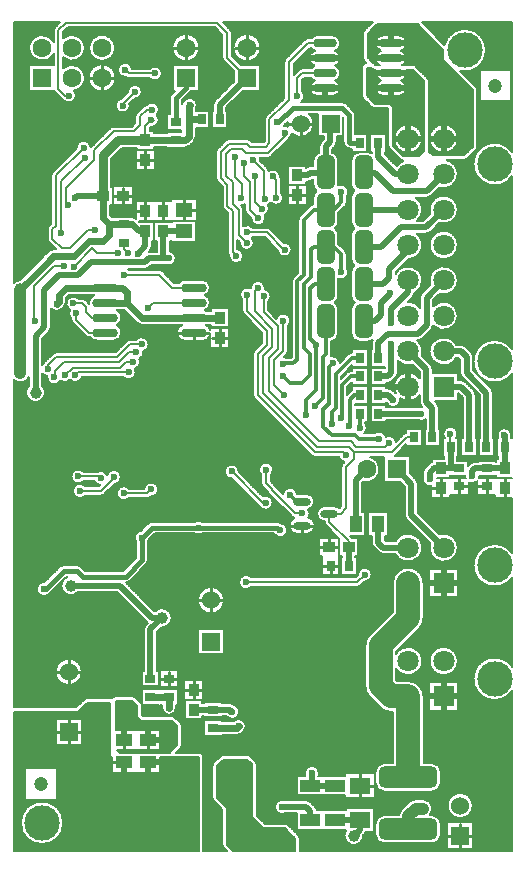
<source format=gbl>
G04 Layer_Physical_Order=2*
G04 Layer_Color=16711680*
%FSLAX24Y24*%
%MOIN*%
G70*
G01*
G75*
%ADD10C,0.0079*%
%ADD11R,0.0354X0.0394*%
%ADD13R,0.0394X0.0354*%
%ADD15R,0.0571X0.0453*%
%ADD16O,0.0800X0.0295*%
G04:AMPARAMS|DCode=21|XSize=110.2mil|YSize=59.1mil|CornerRadius=14.8mil|HoleSize=0mil|Usage=FLASHONLY|Rotation=270.000|XOffset=0mil|YOffset=0mil|HoleType=Round|Shape=RoundedRectangle|*
%AMROUNDEDRECTD21*
21,1,0.1102,0.0295,0,0,270.0*
21,1,0.0807,0.0591,0,0,270.0*
1,1,0.0295,-0.0148,-0.0404*
1,1,0.0295,-0.0148,0.0404*
1,1,0.0295,0.0148,0.0404*
1,1,0.0295,0.0148,-0.0404*
%
%ADD21ROUNDEDRECTD21*%
%ADD24R,0.0354X0.0276*%
%ADD25R,0.0276X0.0354*%
%ADD26R,0.0689X0.0413*%
%ADD27C,0.0472*%
%ADD28O,0.0591X0.0281*%
%ADD36C,0.0118*%
%ADD37C,0.0197*%
%ADD38C,0.0394*%
%ADD39C,0.0157*%
%ADD41C,0.0236*%
%ADD42C,0.0098*%
%ADD43C,0.1181*%
%ADD44R,0.0600X0.0600*%
%ADD45C,0.0600*%
%ADD46R,0.0630X0.0630*%
%ADD47C,0.0630*%
%ADD48C,0.0709*%
%ADD49R,0.0709X0.0709*%
%ADD50R,0.0630X0.0630*%
%ADD51R,0.0600X0.0600*%
%ADD52C,0.0236*%
%ADD53C,0.0394*%
%ADD54O,0.0850X0.0295*%
G04:AMPARAMS|DCode=55|XSize=194.9mil|YSize=70.9mil|CornerRadius=17.7mil|HoleSize=0mil|Usage=FLASHONLY|Rotation=180.000|XOffset=0mil|YOffset=0mil|HoleType=Round|Shape=RoundedRectangle|*
%AMROUNDEDRECTD55*
21,1,0.1949,0.0354,0,0,180.0*
21,1,0.1594,0.0709,0,0,180.0*
1,1,0.0354,-0.0797,0.0177*
1,1,0.0354,0.0797,0.0177*
1,1,0.0354,0.0797,-0.0177*
1,1,0.0354,-0.0797,-0.0177*
%
%ADD55ROUNDEDRECTD55*%
%ADD56R,0.0709X0.0551*%
%ADD57R,0.0551X0.0413*%
%ADD58R,0.0413X0.0551*%
%ADD59C,0.0787*%
%ADD60C,0.0315*%
D10*
X31526Y17195D02*
G03*
X31526Y17195I-709J0D01*
G01*
D02*
G03*
X31526Y17195I-709J0D01*
G01*
X42808Y42441D02*
G03*
X42964Y42683I-110J242D01*
G01*
X42104Y42933D02*
G03*
X42084Y42441I90J-250D01*
G01*
X42964Y42683D02*
G03*
X42789Y42933I-266J0D01*
G01*
X42194Y43449D02*
G03*
X42104Y42933I0J-266D01*
G01*
X42789D02*
G03*
X42964Y43183I-90J250D01*
G01*
D02*
G03*
X42698Y43449I-266J0D01*
G01*
X44675Y40000D02*
G03*
X44675Y40000I-472J0D01*
G01*
X43494D02*
G03*
X43494Y40000I-472J0D01*
G01*
X41828Y42330D02*
G03*
X41939Y42283I111J111D01*
G01*
X41827Y42330D02*
G03*
X41939Y42283I112J111D01*
G01*
X42104Y41933D02*
G03*
X42194Y41417I90J-250D01*
G01*
X41948Y42283D02*
G03*
X42104Y41933I246J-100D01*
G01*
X42698Y41417D02*
G03*
X42964Y41683I0J266D01*
G01*
D02*
G03*
X42789Y41933I-266J0D01*
G01*
X42964Y42183D02*
G03*
X42944Y42283I-266J0D01*
G01*
X42789Y41933D02*
G03*
X42964Y42183I-90J250D01*
G01*
X33132Y21340D02*
G03*
X33081Y21348I-51J-149D01*
G01*
X32313D02*
G03*
X32201Y21302I0J-157D01*
G01*
X32313Y21348D02*
G03*
X32202Y21302I0J-157D01*
G01*
X32141Y22226D02*
G03*
X32141Y22226I-438J0D01*
G01*
X31050Y24830D02*
G03*
X31074Y24851I-115J160D01*
G01*
X31050Y24830D02*
G03*
X31074Y24851I-115J160D01*
G01*
X30892Y25226D02*
G03*
X31050Y24830I-16J-236D01*
G01*
X31662Y25394D02*
G03*
X32000Y24882I110J-295D01*
G01*
X31535Y25787D02*
G03*
X31396Y25730I0J-197D01*
G01*
X31535Y25787D02*
G03*
X31396Y25730I0J-197D01*
G01*
X32118D02*
G03*
X31978Y25787I-139J-139D01*
G01*
X32118Y25730D02*
G03*
X31978Y25787I-139J-139D01*
G01*
X34154Y21093D02*
G03*
X34148Y21132I-157J0D01*
G01*
D02*
G03*
X34134Y21169I-152J-40D01*
G01*
X34148Y21132D02*
G03*
X34134Y21169I-152J-40D01*
G01*
X34154Y21093D02*
G03*
X34148Y21132I-157J0D01*
G01*
X33132Y21340D02*
G03*
X33081Y21348I-51J-149D01*
G01*
X33268Y21417D02*
G03*
X33132Y21340I0J-157D01*
G01*
X33940Y21371D02*
G03*
X33829Y21417I-112J-111D01*
G01*
X33268D02*
G03*
X33132Y21340I0J-157D01*
G01*
X33940Y21371D02*
G03*
X33829Y21417I-111J-111D01*
G01*
X34134Y21169D02*
G03*
X34107Y21204I-138J-76D01*
G01*
X34134Y21169D02*
G03*
X34107Y21204I-138J-76D01*
G01*
X35482Y20413D02*
G03*
X35436Y20525I-157J0D01*
G01*
X35259Y20702D02*
G03*
X35148Y20748I-111J-111D01*
G01*
X35259Y20702D02*
G03*
X35148Y20748I-112J-111D01*
G01*
X35436Y19682D02*
G03*
X35482Y19793I-111J111D01*
G01*
X35436Y19682D02*
G03*
X35482Y19793I-111J112D01*
G01*
Y20413D02*
G03*
X35436Y20525I-157J0D01*
G01*
X34813Y21033D02*
G03*
X35285Y21033I236J0D01*
G01*
X34813D02*
G03*
X35285Y21033I236J0D01*
G01*
X34276Y23795D02*
G03*
X34213Y23642I153J-153D01*
G01*
X34276Y23795D02*
G03*
X34213Y23642I153J-153D01*
G01*
X34315Y23882D02*
G03*
X34341Y23860I153J153D01*
G01*
X34315Y23883D02*
G03*
X34341Y23860I153J153D01*
G01*
X33603Y25207D02*
G03*
X33742Y25264I-1J197D01*
G01*
X33603Y25207D02*
G03*
X33742Y25264I-1J197D01*
G01*
X34283Y25806D02*
G03*
X34341Y25945I-139J139D01*
G01*
X34283Y25806D02*
G03*
X34341Y25945I-139J139D01*
G01*
Y26562D02*
G03*
X34375Y26646I-197J131D01*
G01*
X35138Y24035D02*
G03*
X34594Y24252I-315J0D01*
G01*
X34814Y23721D02*
G03*
X35138Y24035I9J315D01*
G01*
X32253Y28415D02*
G03*
X32253Y28100I-176J-157D01*
G01*
X32204Y28898D02*
G03*
X32204Y28583I-176J-157D01*
G01*
X32556D02*
G03*
X32760Y28455I210J108D01*
G01*
X29872Y31966D02*
G03*
X30384Y32052I226J219D01*
G01*
X29872Y31966D02*
G03*
X30384Y32052I226J219D01*
G01*
X30915Y31535D02*
G03*
X30817Y31764I-315J0D01*
G01*
X30384D02*
G03*
X30915Y31535I217J-229D01*
G01*
X30859Y32500D02*
G03*
X30817Y32457I147J-185D01*
G01*
Y32172D02*
G03*
X30986Y32079I189J142D01*
G01*
X30894Y32554D02*
G03*
X30859Y32500I111J-112D01*
G01*
X30894Y32554D02*
G03*
X30859Y32500I111J-111D01*
G01*
X31280Y32874D02*
G03*
X31168Y32828I0J-157D01*
G01*
X31280Y32874D02*
G03*
X31168Y32828I0J-157D01*
G01*
X30986Y32079D02*
G03*
X31424Y31927I234J-32D01*
G01*
D02*
G03*
X31751Y31971I141J189D01*
G01*
X31751D02*
G03*
X32155Y32057I178J155D01*
G01*
X32432Y33378D02*
G03*
X32646Y33270I214J157D01*
G01*
X32268Y33424D02*
G03*
X32380Y33378I112J111D01*
G01*
X32269Y33424D02*
G03*
X32380Y33378I111J111D01*
G01*
X34097Y26924D02*
G03*
X33947Y26562I47J-232D01*
G01*
X34488Y27234D02*
G03*
X34349Y27177I0J-197D01*
G01*
X34488Y27234D02*
G03*
X34349Y27177I0J-197D01*
G01*
X32785Y28100D02*
G03*
X32897Y28147I0J157D01*
G01*
X32785Y28100D02*
G03*
X32897Y28147I0J157D01*
G01*
X34331Y28022D02*
G03*
X34442Y28068I0J157D01*
G01*
X33719Y28337D02*
G03*
X33719Y28022I-176J-157D01*
G01*
X34331D02*
G03*
X34442Y28068I0J157D01*
G01*
X34695Y28307D02*
G03*
X34224Y28337I-236J0D01*
G01*
X34446Y28071D02*
G03*
X34695Y28307I13J236D01*
G01*
X32982Y28786D02*
G03*
X32651Y28898I-216J-95D01*
G01*
X33445Y28720D02*
G03*
X32982Y28786I-236J0D01*
G01*
X33236Y28486D02*
G03*
X33445Y28720I-27J235D01*
G01*
X33201Y33270D02*
G03*
X33466Y33535I0J266D01*
G01*
D02*
G03*
X33291Y33785I-266J0D01*
G01*
X33525Y32057D02*
G03*
X33937Y32215I176J157D01*
G01*
X33753Y33303D02*
G03*
X33642Y33257I0J-157D01*
G01*
X33753Y33303D02*
G03*
X33642Y33257I0J-157D01*
G01*
X33937Y32215D02*
G03*
X33907Y32330I-236J0D01*
G01*
Y32330D02*
G03*
X34085Y32559I-58J229D01*
G01*
D02*
G03*
X34061Y32663I-236J0D01*
G01*
X34061D02*
G03*
X34195Y32876I-102J213D01*
G01*
D02*
G03*
X34191Y32916I-236J0D01*
G01*
X34191Y32916D02*
G03*
X34370Y33146I-57J229D01*
G01*
D02*
G03*
X33958Y33303I-236J0D01*
G01*
X35480Y33796D02*
G03*
X35596Y33250I116J-261D01*
G01*
X36496Y18032D02*
G03*
X36542Y17920I157J0D01*
G01*
Y19206D02*
G03*
X36496Y19094I111J-111D01*
G01*
X36191Y19380D02*
G03*
X36033Y19537I-157J0D01*
G01*
X36191Y19380D02*
G03*
X36033Y19537I-157J0D01*
G01*
X36542Y19206D02*
G03*
X36496Y19094I111J-112D01*
G01*
Y18032D02*
G03*
X36542Y17920I157J0D01*
G01*
X36885Y24616D02*
G03*
X36885Y24616I-438J0D01*
G01*
X36831Y16457D02*
G03*
X36877Y16345I157J0D01*
G01*
X36831Y16457D02*
G03*
X36877Y16345I157J0D01*
G01*
X36860Y19459D02*
G03*
X36749Y19412I0J-157D01*
G01*
X37972Y19144D02*
G03*
X37926Y19255I-157J0D01*
G01*
X37972Y19144D02*
G03*
X37926Y19255I-157J0D01*
G01*
X37769Y19412D02*
G03*
X37657Y19459I-112J-111D01*
G01*
X36860D02*
G03*
X36749Y19413I0J-157D01*
G01*
X37769D02*
G03*
X37657Y19459I-111J-111D01*
G01*
X38913Y17943D02*
G03*
X38913Y17510I-94J-217D01*
G01*
X39029Y17119D02*
G03*
X38917Y17165I-111J-111D01*
G01*
X39029Y17119D02*
G03*
X38917Y17165I-112J-111D01*
G01*
X37313Y20118D02*
G03*
X37480Y20187I0J236D01*
G01*
X37313Y20118D02*
G03*
X37480Y20187I0J236D01*
G01*
X37539Y20246D02*
G03*
X37608Y20413I-167J167D01*
G01*
X36992Y20725D02*
G03*
X37392Y20896I164J170D01*
G01*
D02*
G03*
X37258Y21108I-236J0D01*
G01*
X37258D02*
G03*
X37097Y21181I-162J-144D01*
G01*
X37258Y21108D02*
G03*
X37097Y21181I-162J-144D01*
G01*
X37608Y20413D02*
G03*
X37216Y20591I-236J0D01*
G01*
X37608Y20413D02*
G03*
X37216Y20591I-236J0D01*
G01*
X37539Y20246D02*
G03*
X37608Y20413I-167J167D01*
G01*
X35903Y26841D02*
G03*
X36164Y26841I131J197D01*
G01*
Y27234D02*
G03*
X35903Y27234I-131J-197D01*
G01*
X37372Y28907D02*
G03*
X37149Y28672I-236J0D01*
G01*
X36151Y33250D02*
G03*
X36427Y33465I0J285D01*
G01*
X37794Y25374D02*
G03*
X37794Y25059I-176J-157D01*
G01*
X38325Y28247D02*
G03*
X38363Y28186I149J50D01*
G01*
X38325Y28247D02*
G03*
X38363Y28186I149J50D01*
G01*
X38550Y26841D02*
G03*
X38996Y26949I210J108D01*
G01*
X38051Y27769D02*
G03*
X38504Y27864I216J95D01*
G01*
D02*
G03*
X38182Y28084I-236J0D01*
G01*
X38762Y27185D02*
G03*
X38632Y27234I-130J-148D01*
G01*
X38996Y26949D02*
G03*
X38762Y27185I-236J0D01*
G01*
D02*
G03*
X38632Y27234I-130J-148D01*
G01*
X39321Y28158D02*
G03*
X38851Y28144I-235J-27D01*
G01*
X38130Y28508D02*
G03*
X38176Y28396I157J0D01*
G01*
X38130Y28508D02*
G03*
X38176Y28396I157J0D01*
G01*
X37900Y32940D02*
G03*
X37854Y32828I111J-111D01*
G01*
X37901Y32940D02*
G03*
X37854Y32828I111J-112D01*
G01*
Y31448D02*
G03*
X37900Y31336I157J0D01*
G01*
X37854Y31448D02*
G03*
X37901Y31336I157J0D01*
G01*
X38524Y28967D02*
G03*
X38130Y28790I-236J0D01*
G01*
X38445D02*
G03*
X38524Y28967I-157J176D01*
G01*
X38635Y28359D02*
G03*
X38597Y28421I-149J-50D01*
G01*
X38635Y28359D02*
G03*
X38597Y28420I-149J-50D01*
G01*
X38973Y32687D02*
G03*
X38874Y32716I-114J-207D01*
G01*
X38970Y32812D02*
G03*
X39016Y32923I-111J111D01*
G01*
X38969Y32812D02*
G03*
X39016Y32923I-111J112D01*
G01*
X30079Y35295D02*
G03*
X29872Y35199I20J-314D01*
G01*
X31049Y33567D02*
G03*
X31112Y33720I-153J153D01*
G01*
X31048Y33567D02*
G03*
X31112Y33720I-153J153D01*
G01*
Y34344D02*
G03*
X31466Y34321I187J144D01*
G01*
X31112Y34344D02*
G03*
X31466Y34321I187J144D01*
G01*
X30138Y35362D02*
G03*
X30107Y35322I167J-167D01*
G01*
X30138Y35362D02*
G03*
X30107Y35322I167J-167D01*
G01*
X31545Y34400D02*
G03*
X31614Y34567I-167J167D01*
G01*
X31184Y36309D02*
G03*
X31017Y36240I0J-236D01*
G01*
X31184Y36309D02*
G03*
X31017Y36240I0J-236D01*
G01*
X31004Y36654D02*
G03*
X31050Y36542I157J0D01*
G01*
X31004Y36654D02*
G03*
X31050Y36542I157J0D01*
G01*
X31745Y34302D02*
G03*
X31793Y34009I205J-117D01*
G01*
X31545Y34400D02*
G03*
X31614Y34567I-167J167D01*
G01*
X31793Y33965D02*
G03*
X31839Y33853I157J0D01*
G01*
X31793Y33965D02*
G03*
X31839Y33854I157J0D01*
G01*
X32036Y34665D02*
G03*
X31745Y34302I-176J-157D01*
G01*
X32267Y34619D02*
G03*
X32156Y34665I-111J-111D01*
G01*
X32267Y34619D02*
G03*
X32156Y34665I-112J-111D01*
G01*
X32556Y34785D02*
G03*
X32382Y34504I90J-250D01*
G01*
X32524Y34799D02*
G03*
X32556Y34785I122J236D01*
G01*
X31050Y37090D02*
G03*
X31004Y36978I111J-111D01*
G01*
X31050Y37090D02*
G03*
X31004Y36978I111J-112D01*
G01*
X31168Y38891D02*
G03*
X31122Y38780I111J-112D01*
G01*
X31168Y38891D02*
G03*
X31122Y38780I111J-111D01*
G01*
X32441Y39710D02*
G03*
X31969Y39692I-236J-6D01*
G01*
X33199Y40404D02*
G03*
X33087Y40357I0J-157D01*
G01*
X33199Y40404D02*
G03*
X33087Y40357I0J-157D01*
G01*
X33466Y34035D02*
G03*
X33291Y34285I-266J0D01*
G01*
Y33785D02*
G03*
X33466Y34035I-90J250D01*
G01*
X33291Y34285D02*
G03*
X33322Y34299I-90J250D01*
G01*
X33967Y33868D02*
G03*
X34134Y33799I167J167D01*
G01*
X33967Y33868D02*
G03*
X34134Y33799I167J167D01*
G01*
X33719Y35630D02*
G03*
X33688Y35659I-176J-157D01*
G01*
X34242D02*
G03*
X34395Y35723I0J217D01*
G01*
X34242Y35659D02*
G03*
X34396Y35723I0J217D01*
G01*
X33947Y37338D02*
G03*
X33858Y37377I-138J-192D01*
G01*
X33947Y37338D02*
G03*
X33858Y37377I-138J-192D01*
G01*
D02*
G03*
X33809Y37382I-49J-231D01*
G01*
X33858Y37377D02*
G03*
X33809Y37382I-49J-231D01*
G01*
X34415Y36274D02*
G03*
X34478Y36427I-153J153D01*
G01*
X34836Y35584D02*
G03*
X34724Y35630I-111J-111D01*
G01*
X34836Y35584D02*
G03*
X34724Y35630I-112J-111D01*
G01*
X34415Y36274D02*
G03*
X34478Y36427I-153J153D01*
G01*
X33973Y40850D02*
G03*
X33927Y40739I111J-111D01*
G01*
X33973Y40850D02*
G03*
X33927Y40739I111J-112D01*
G01*
X34446Y40394D02*
G03*
X34665Y40516I13J236D01*
G01*
Y40744D02*
G03*
X34634Y40788I-207J-114D01*
G01*
X34665Y40516D02*
G03*
X34715Y40630I-108J114D01*
G01*
D02*
G03*
X34665Y40744I-157J0D01*
G01*
X31220Y41594D02*
G03*
X31253Y41546I144J63D01*
G01*
X31220Y41594D02*
G03*
X31253Y41546I144J63D01*
G01*
X31473Y41326D02*
G03*
X31527Y41290I112J111D01*
G01*
X31473Y41326D02*
G03*
X31527Y41290I111J111D01*
G01*
D02*
G03*
X31949Y41437I185J147D01*
G01*
D02*
G03*
X31884Y41600I-236J0D01*
G01*
X32250Y42028D02*
G03*
X31522Y42344I-433J0D01*
G01*
X31884Y41600D02*
G03*
X32250Y42028I-67J428D01*
G01*
X31207Y43216D02*
G03*
X31207Y42839I-390J-189D01*
G01*
X31522Y42711D02*
G03*
X32250Y43028I295J317D01*
G01*
D02*
G03*
X31522Y43344I-433J0D01*
G01*
X31253Y43720D02*
G03*
X31207Y43608I111J-112D01*
G01*
X31253Y43720D02*
G03*
X31207Y43608I111J-111D01*
G01*
X33453Y41333D02*
G03*
X33740Y41102I51J-231D01*
G01*
D02*
G03*
X33731Y41166I-236J0D01*
G01*
X33270Y42028D02*
G03*
X33270Y42028I-453J0D01*
G01*
X33894Y41329D02*
G03*
X34144Y41565I13J236D01*
G01*
X34634Y40788D02*
G03*
X34716Y40967I-154J179D01*
G01*
D02*
G03*
X34304Y41124I-236J0D01*
G01*
D02*
G03*
X34201Y41078I9J-157D01*
G01*
X34304Y41124D02*
G03*
X34201Y41078I9J-157D01*
G01*
X35136Y41497D02*
G03*
X35079Y41358I139J-139D01*
G01*
X35136Y41497D02*
G03*
X35079Y41358I139J-139D01*
G01*
X34144Y41565D02*
G03*
X33672Y41552I-236J0D01*
G01*
X33250Y43028D02*
G03*
X33250Y43028I-433J0D01*
G01*
X33596Y42057D02*
G03*
X33701Y42018I105J118D01*
G01*
X33596Y42057D02*
G03*
X33701Y42018I105J118D01*
G01*
X33816Y42333D02*
G03*
X33596Y42057I-233J-39D01*
G01*
X34813Y42175D02*
G03*
X34401Y42333I-236J0D01*
G01*
Y42018D02*
G03*
X34813Y42175I176J157D01*
G01*
X36427Y33606D02*
G03*
X36266Y33796I-277J-71D01*
G01*
X36272Y34272D02*
G03*
X36241Y34285I-122J-236D01*
G01*
D02*
G03*
X36416Y34535I-90J250D01*
G01*
X36241Y34785D02*
G03*
X36416Y35035I-90J250D01*
G01*
Y34535D02*
G03*
X36241Y34785I-266J0D01*
G01*
X35596Y35301D02*
G03*
X35382Y35193I0J-266D01*
G01*
X34945Y35797D02*
G03*
X35276Y36014I94J217D01*
G01*
X36416Y35035D02*
G03*
X36151Y35301I-266J0D01*
G01*
X37490Y34263D02*
G03*
X37536Y34151I157J0D01*
G01*
X37490Y34263D02*
G03*
X37536Y34151I157J0D01*
G01*
X37769Y35006D02*
G03*
X37490Y34627I-121J-203D01*
G01*
X37057Y36096D02*
G03*
X37530Y36083I236J-13D01*
G01*
X35276Y36014D02*
G03*
X35069Y36248I-236J0D01*
G01*
X36841Y37751D02*
G03*
X36887Y37640I157J0D01*
G01*
X36841Y37751D02*
G03*
X36887Y37640I157J0D01*
G01*
X36624Y38682D02*
G03*
X36670Y38571I157J0D01*
G01*
X36624Y38682D02*
G03*
X36670Y38570I157J0D01*
G01*
X36670Y39673D02*
G03*
X36624Y39562I111J-111D01*
G01*
X37008Y36211D02*
G03*
X37054Y36099I157J0D01*
G01*
X37008Y36211D02*
G03*
X37054Y36099I157J0D01*
G01*
X37530Y36083D02*
G03*
X37323Y36317I-236J0D01*
G01*
X37402Y36539D02*
G03*
X37874Y36526I236J-13D01*
G01*
X37530Y37628D02*
G03*
X37483Y37739I-157J0D01*
G01*
X37447Y37776D02*
G03*
X37579Y37813I4J236D01*
G01*
X37530Y37628D02*
G03*
X37483Y37740I-157J0D01*
G01*
X38240Y35031D02*
G03*
X37769Y35006I-236J0D01*
G01*
X38234Y34978D02*
G03*
X38240Y35031I-230J54D01*
G01*
X38435Y34744D02*
G03*
X38234Y34978I-236J0D01*
G01*
X38356Y34568D02*
G03*
X38435Y34744I-157J176D01*
G01*
X37874Y36526D02*
G03*
X37803Y36694I-236J0D01*
G01*
X37834Y37037D02*
G03*
X37530Y37078I-176J-157D01*
G01*
X37803Y36694D02*
G03*
X37834Y36722I-146J186D01*
G01*
X38419Y36991D02*
G03*
X38307Y37037I-112J-111D01*
G01*
X38418Y36991D02*
G03*
X38307Y37037I-111J-111D01*
G01*
X39016Y33761D02*
G03*
X39094Y33937I-157J176D01*
G01*
D02*
G03*
X38631Y34003I-236J0D01*
G01*
X38663Y36301D02*
G03*
X39136Y36301I236J0D01*
G01*
D02*
G03*
X38874Y36536I-236J0D01*
G01*
X37579Y37628D02*
G03*
X37625Y37517I157J0D01*
G01*
X37579Y37628D02*
G03*
X37625Y37516I157J0D01*
G01*
X37786Y37356D02*
G03*
X38258Y37343I236J-13D01*
G01*
D02*
G03*
X38232Y37450I-236J0D01*
G01*
Y37450D02*
G03*
X38376Y37667I-92J217D01*
G01*
D02*
G03*
X38344Y37786I-236J0D01*
G01*
X38366Y38927D02*
G03*
X38320Y39039I-157J0D01*
G01*
X38366Y38927D02*
G03*
X38320Y39039I-157J0D01*
G01*
X38091Y39281D02*
G03*
X38077Y39360I-236J0D01*
G01*
X38344Y37786D02*
G03*
X38446Y37874I-96J216D01*
G01*
X38780Y38632D02*
G03*
X38749Y38724I-157J0D01*
G01*
X38780Y38632D02*
G03*
X38749Y38724I-157J0D01*
G01*
X38750Y38740D02*
G03*
X38366Y38925I-236J0D01*
G01*
X38346Y39360D02*
G03*
X38458Y39407I0J157D01*
G01*
X38346Y39360D02*
G03*
X38458Y39406I0J157D01*
G01*
X38446Y37874D02*
G03*
X38858Y38031I176J158D01*
G01*
D02*
G03*
X38780Y38208I-236J0D01*
G01*
X35581Y39715D02*
G03*
X35748Y39784I0J236D01*
G01*
X35581Y39715D02*
G03*
X35748Y39784I0J236D01*
G01*
X35866Y39902D02*
G03*
X35935Y40069I-167J167D01*
G01*
X35866Y39902D02*
G03*
X35935Y40069I-167J167D01*
G01*
X35532Y41250D02*
G03*
X35472Y41150I167J-167D01*
G01*
X35532Y41250D02*
G03*
X35472Y41150I167J-167D01*
G01*
X35935Y40991D02*
G03*
X35974Y41122I-197J131D01*
G01*
D02*
G03*
X35571Y41289I-236J0D01*
G01*
X35974Y41122D02*
G03*
X35571Y41289I-236J0D01*
G01*
X35935Y40991D02*
G03*
X35974Y41122I-197J131D01*
G01*
X36670Y39673D02*
G03*
X36624Y39562I111J-112D01*
G01*
X36589Y41285D02*
G03*
X36525Y41132I153J-153D01*
G01*
X36589Y41285D02*
G03*
X36525Y41132I153J-153D01*
G01*
X35749Y41554D02*
G03*
X35786Y41604I-139J139D01*
G01*
X35749Y41554D02*
G03*
X35786Y41604I-139J139D01*
G01*
X36063Y43037D02*
G03*
X36063Y43037I-453J0D01*
G01*
X36831Y42697D02*
G03*
X36877Y42586I157J0D01*
G01*
X36831Y42697D02*
G03*
X36877Y42585I157J0D01*
G01*
X37053Y39990D02*
G03*
X36941Y39944I0J-157D01*
G01*
X37053Y39990D02*
G03*
X36941Y39944I0J-157D01*
G01*
X37759Y39944D02*
G03*
X37648Y39990I-112J-111D01*
G01*
X37759Y39944D02*
G03*
X37648Y39990I-111J-111D01*
G01*
X38285Y40751D02*
G03*
X38238Y40640I111J-112D01*
G01*
X38284Y40751D02*
G03*
X38238Y40640I111J-111D01*
G01*
X39002Y40568D02*
G03*
X39005Y40402I431J-76D01*
G01*
X39005D02*
G03*
X38864Y40419I-97J-215D01*
G01*
X38834Y41291D02*
G03*
X38796Y41263I74J-139D01*
G01*
X38834Y41291D02*
G03*
X38796Y41263I74J-139D01*
G01*
X37146Y43514D02*
G03*
X37099Y43625I-157J0D01*
G01*
X37146Y43514D02*
G03*
X37100Y43625I-157J0D01*
G01*
X38944Y42680D02*
G03*
X38898Y42569I111J-112D01*
G01*
X38944Y42680D02*
G03*
X38898Y42569I111J-111D01*
G01*
X38100Y43037D02*
G03*
X38100Y43037I-453J0D01*
G01*
X39400Y16683D02*
G03*
X39353Y16795I-157J0D01*
G01*
X39400Y16683D02*
G03*
X39353Y16794I-157J0D01*
G01*
X39779Y17879D02*
G03*
X39626Y17943I-153J-153D01*
G01*
X39779Y17879D02*
G03*
X39626Y17943I-153J-153D01*
G01*
X39978Y17618D02*
G03*
X39917Y17742I-215J-30D01*
G01*
X39978Y17618D02*
G03*
X39917Y17742I-215J-30D01*
G01*
X40935Y16924D02*
G03*
X41526Y16772I276J-152D01*
G01*
X40049Y18868D02*
G03*
X39596Y18774I-236J0D01*
G01*
X40030D02*
G03*
X40049Y18868I-217J94D01*
G01*
X41319Y25059D02*
G03*
X41430Y25105I0J157D01*
G01*
X41319Y25059D02*
G03*
X41430Y25105I0J157D01*
G01*
X41560Y16815D02*
G03*
X41613Y16900I-153J153D01*
G01*
X41561Y16815D02*
G03*
X41613Y16900I-153J153D01*
G01*
X41929Y16801D02*
G03*
X42224Y16506I295J0D01*
G01*
Y17451D02*
G03*
X41929Y17156I0J-295D01*
G01*
X42799Y17644D02*
G03*
X42708Y17451I222J-223D01*
G01*
X42799Y17644D02*
G03*
X42708Y17451I223J-223D01*
G01*
X43268Y17982D02*
G03*
X43045Y17890I0J-315D01*
G01*
X43268Y17982D02*
G03*
X43045Y17890I0J-315D01*
G01*
X41929Y18533D02*
G03*
X42224Y18238I295J0D01*
G01*
Y19183D02*
G03*
X41929Y18888I0J-295D01*
G01*
X42079Y21046D02*
G03*
X42441Y20896I362J362D01*
G01*
X42079Y21046D02*
G03*
X42441Y20896I362J362D01*
G01*
X41745Y23472D02*
G03*
X41594Y23110I362J-362D01*
G01*
X41744Y23472D02*
G03*
X41594Y23110I362J-362D01*
G01*
X41811Y25472D02*
G03*
X41339Y25459I-236J0D01*
G01*
X41562Y25237D02*
G03*
X41811Y25472I13J236D01*
G01*
X41594Y21742D02*
G03*
X41745Y21380I512J0D01*
G01*
X41594Y21742D02*
G03*
X41744Y21380I512J0D01*
G01*
X42618Y22343D02*
G03*
X43494Y22589I404J246D01*
G01*
D02*
G03*
X42618Y22834I-472J0D01*
G01*
X39238Y27363D02*
G03*
X39329Y26822I91J-263D01*
G01*
X39639D02*
G03*
X39917Y27100I0J278D01*
G01*
D02*
G03*
X39691Y27373I-278J0D01*
G01*
X40236Y27224D02*
G03*
X40283Y27113I157J0D01*
G01*
X40236Y27224D02*
G03*
X40282Y27113I157J0D01*
G01*
X39141Y27408D02*
G03*
X39238Y27363I111J111D01*
G01*
X39140Y27409D02*
G03*
X39238Y27363I112J111D01*
G01*
X39691Y27373D02*
G03*
X39734Y27510I-193J137D01*
G01*
D02*
G03*
X39690Y27647I-236J0D01*
G01*
Y27647D02*
G03*
X39897Y27900I-52J253D01*
G01*
D02*
G03*
X39639Y28158I-258J0D01*
G01*
X40239Y27758D02*
G03*
X40236Y27242I0J-258D01*
G01*
X39791Y29446D02*
G03*
X39902Y29400I111J111D01*
G01*
X39791Y29446D02*
G03*
X39902Y29400I112J111D01*
G01*
X40734Y27680D02*
G03*
X40549Y27758I-186J-180D01*
G01*
X40843Y29176D02*
G03*
X40797Y29065I111J-111D01*
G01*
X40844Y29177D02*
G03*
X40797Y29065I111J-112D01*
G01*
X40706Y29400D02*
G03*
X40893Y29226I229J59D01*
G01*
X41554Y30179D02*
G03*
X41644Y30364I-146J186D01*
G01*
X41522Y28568D02*
G03*
X42067Y28986I112J418D01*
G01*
X41801Y26535D02*
G03*
X41865Y26382I217J0D01*
G01*
X41801Y26535D02*
G03*
X41865Y26382I217J0D01*
G01*
X42032Y26215D02*
G03*
X42185Y26152I153J153D01*
G01*
X42032Y26215D02*
G03*
X42185Y26152I153J153D01*
G01*
X43494Y26368D02*
G03*
X42602Y26585I-472J0D01*
G01*
Y26152D02*
G03*
X43494Y26368I420J217D01*
G01*
X42913Y27441D02*
G03*
X42977Y27287I217J0D01*
G01*
X42913Y27441D02*
G03*
X42977Y27288I217J0D01*
G01*
X42067Y28986D02*
G03*
X41763Y29400I-433J0D01*
G01*
X42566Y29419D02*
G03*
X42602Y29446I-76J138D01*
G01*
X42277Y30064D02*
G03*
X41893Y30179I-228J-63D01*
G01*
X42566Y29419D02*
G03*
X42602Y29446I-76J138D01*
G01*
X42613Y29902D02*
G03*
X42277Y30064I-231J-50D01*
G01*
X43346Y28490D02*
G03*
X43283Y28644I-217J0D01*
G01*
X43346Y28490D02*
G03*
X43283Y28643I-217J0D01*
G01*
X42963Y30197D02*
G03*
X42861Y30151I10J-157D01*
G01*
X42963Y30197D02*
G03*
X42861Y30151I10J-157D01*
G01*
X43819Y16506D02*
G03*
X44114Y16801I0J295D01*
G01*
Y17156D02*
G03*
X43819Y17451I-295J0D01*
G01*
X43829Y17667D02*
G03*
X43514Y17982I-315J0D01*
G01*
X43742Y17451D02*
G03*
X43829Y17667I-229J217D01*
G01*
X43829D02*
G03*
X43513Y17982I-315J0D01*
G01*
X43742Y17451D02*
G03*
X43829Y17667I-229J217D01*
G01*
X43819Y18238D02*
G03*
X44114Y18533I0J295D01*
G01*
Y18888D02*
G03*
X43819Y19183I-295J0D01*
G01*
X43533Y21407D02*
G03*
X43022Y21919I-512J0D01*
G01*
X43533Y21407D02*
G03*
X43022Y21919I-512J0D01*
G01*
X43383Y23664D02*
G03*
X43533Y24026I-362J362D01*
G01*
X43384Y23664D02*
G03*
X43533Y24026I-362J362D01*
G01*
X44675Y22589D02*
G03*
X44675Y22589I-472J0D01*
G01*
X45172Y17772D02*
G03*
X45172Y17772I-418J0D01*
G01*
X46486Y22401D02*
G03*
X46486Y21595I-583J-403D01*
G01*
Y22401D02*
G03*
X46486Y21595I-583J-403D01*
G01*
X43533Y25187D02*
G03*
X42510Y25187I-512J0D01*
G01*
X43753Y26512D02*
G03*
X44675Y26368I450J-144D01*
G01*
D02*
G03*
X44059Y26818I-472J0D01*
G01*
X43516Y28757D02*
G03*
X43788Y28433I217J-94D01*
G01*
X43579Y29023D02*
G03*
X43516Y28870I153J-153D01*
G01*
X43580Y29024D02*
G03*
X43516Y28870I153J-153D01*
G01*
X43808Y29221D02*
G03*
X43724Y29169I70J-205D01*
G01*
X43808Y29221D02*
G03*
X43725Y29169I70J-205D01*
G01*
X44665Y30167D02*
G03*
X44245Y30020I-236J0D01*
G01*
X44614D02*
G03*
X44665Y30167I-184J148D01*
G01*
X45039Y28545D02*
G03*
X45325Y28583I118J205D01*
G01*
X44921Y28760D02*
G03*
X44932Y28681I236J-10D01*
G01*
X45383D02*
G03*
X45394Y28750I-226J69D01*
G01*
X45246Y29232D02*
G03*
X45092Y29168I0J-217D01*
G01*
X45246Y29232D02*
G03*
X45093Y29169I0J-217D01*
G01*
X46486Y26181D02*
G03*
X46486Y25374I-583J-403D01*
G01*
Y26181D02*
G03*
X46486Y25374I-583J-403D01*
G01*
X46467Y30118D02*
G03*
X46016Y30020I-236J0D01*
G01*
X46456Y30050D02*
G03*
X46467Y30118I-226J68D01*
G01*
X40439Y32747D02*
G03*
X40453Y32815I-164J67D01*
G01*
X40738Y32534D02*
G03*
X40439Y32747I-236J-14D01*
G01*
D02*
G03*
X40453Y32815I-164J67D01*
G01*
Y33240D02*
G03*
X40689Y33504I-30J264D01*
G01*
X39196Y35372D02*
G03*
X39144Y35247I125J-125D01*
G01*
X39196Y35372D02*
G03*
X39144Y35247I125J-125D01*
G01*
X40689Y34311D02*
G03*
X40570Y34532I-266J0D01*
G01*
D02*
G03*
X40689Y34754I-147J221D01*
G01*
X40967Y36150D02*
G03*
X40915Y36275I-177J0D01*
G01*
X40689Y35339D02*
G03*
X41026Y35553I100J214D01*
G01*
D02*
G03*
X40967Y35709I-236J0D01*
G01*
X39412Y37419D02*
G03*
X39360Y37293I125J-125D01*
G01*
X39412Y37419D02*
G03*
X39360Y37293I125J-125D01*
G01*
X39862Y37814D02*
G03*
X39757Y37763I20J-176D01*
G01*
X39862Y37814D02*
G03*
X39757Y37763I20J-176D01*
G01*
X39974Y38258D02*
G03*
X39862Y38041I154J-217D01*
G01*
X39675Y38563D02*
G03*
X39828Y38626I0J217D01*
G01*
X39675Y38563D02*
G03*
X39829Y38627I0J217D01*
G01*
X39862Y38474D02*
G03*
X39974Y38258I266J0D01*
G01*
X40689Y36801D02*
G03*
X40577Y37018I-266J0D01*
G01*
D02*
G03*
X40689Y37234I-154J217D01*
G01*
X40967Y36150D02*
G03*
X40915Y36275I-177J0D01*
G01*
X41033Y38228D02*
G03*
X40686Y38437I-236J0D01*
G01*
D02*
G03*
X40689Y38474I-263J38D01*
G01*
X40923Y37749D02*
G03*
X40974Y37874I-125J125D01*
G01*
X40923Y37749D02*
G03*
X40974Y37874I-125J125D01*
G01*
X41644Y30364D02*
G03*
X41585Y30520I-236J0D01*
G01*
X41162Y31620D02*
G03*
X41105Y31582I69J-163D01*
G01*
X41162Y31620D02*
G03*
X41105Y31582I69J-163D01*
G01*
X42300Y31203D02*
G03*
X42756Y31289I220J86D01*
G01*
X42505Y31610D02*
G03*
X42352Y31673I-153J-153D01*
G01*
X42506Y31609D02*
G03*
X42352Y31673I-153J-153D01*
G01*
X42756Y31289D02*
G03*
X42749Y31347I-236J0D01*
G01*
X42343Y31860D02*
G03*
X42496Y31924I0J217D01*
G01*
X42343Y31860D02*
G03*
X42496Y31924I0J217D01*
G01*
X42613Y32041D02*
G03*
X42677Y32195I-153J153D01*
G01*
X42614Y32042D02*
G03*
X42677Y32195I-153J153D01*
G01*
X41102Y32254D02*
G03*
X40977Y32202I0J-177D01*
G01*
X41102Y32254D02*
G03*
X40977Y32202I0J-177D01*
G01*
X41152Y32874D02*
G03*
X41026Y32822I0J-177D01*
G01*
X41152Y32874D02*
G03*
X41026Y32822I0J-177D01*
G01*
X40974Y38072D02*
G03*
X41033Y38228I-177J156D01*
G01*
X41234Y35778D02*
G03*
X41122Y35561I154J-217D01*
G01*
Y35994D02*
G03*
X41234Y35778I266J0D01*
G01*
X41122Y33504D02*
G03*
X41388Y33238I266J0D01*
G01*
X41122Y37234D02*
G03*
X41234Y37018I266J0D01*
G01*
X41122Y38474D02*
G03*
X41234Y38258I266J0D01*
G01*
D02*
G03*
X41122Y38041I154J-217D01*
G01*
X41241Y34532D02*
G03*
X41122Y34311I147J-221D01*
G01*
X41234Y37018D02*
G03*
X41122Y36801I154J-217D01*
G01*
Y34754D02*
G03*
X41241Y34532I266J0D01*
G01*
X41840Y33290D02*
G03*
X41811Y33181I187J-108D01*
G01*
X41840Y33290D02*
G03*
X41811Y33181I187J-108D01*
G01*
X41683Y33238D02*
G03*
X41840Y33290I0J266D01*
G01*
X39764Y39085D02*
G03*
X39616Y39027I0J-217D01*
G01*
X39037Y39990D02*
G03*
X39143Y40165I-130J197D01*
G01*
X39764Y39085D02*
G03*
X39616Y39027I0J-217D01*
G01*
X39143Y40165D02*
G03*
X39871Y40492I290J328D01*
G01*
D02*
G03*
X39715Y40827I-438J0D01*
G01*
X39461Y41220D02*
G03*
X39567Y41417I-131J197D01*
G01*
D02*
G03*
X39488Y41593I-236J0D01*
G01*
X39904Y41933D02*
G03*
X39994Y41417I90J-250D01*
G01*
X40059Y39538D02*
G03*
X39862Y39281I69J-257D01*
G01*
X40689D02*
G03*
X40492Y39538I-266J0D01*
G01*
X40122Y39897D02*
G03*
X40059Y39744I153J-153D01*
G01*
X40123Y39898D02*
G03*
X40059Y39744I153J-153D01*
G01*
X40576Y39738D02*
G03*
X40640Y39892I-153J153D01*
G01*
X40576Y39739D02*
G03*
X40640Y39892I-153J153D01*
G01*
X40498Y41417D02*
G03*
X40764Y41683I0J266D01*
G01*
X39486Y42341D02*
G03*
X39375Y42294I0J-157D01*
G01*
X39486Y42341D02*
G03*
X39375Y42294I0J-157D01*
G01*
X39669Y43341D02*
G03*
X39558Y43294I0J-157D01*
G01*
X39669Y43341D02*
G03*
X39558Y43294I0J-157D01*
G01*
X39780Y42026D02*
G03*
X39904Y41933I214J157D01*
G01*
Y42433D02*
G03*
X39780Y42341I90J-250D01*
G01*
X40764Y41683D02*
G03*
X40589Y41933I-266J0D01*
G01*
X40764Y42183D02*
G03*
X40589Y42433I-266J0D01*
G01*
Y41933D02*
G03*
X40764Y42183I-90J250D01*
G01*
X40589Y42433D02*
G03*
X40764Y42683I-90J250D01*
G01*
X39904Y42933D02*
G03*
X39904Y42433I90J-250D01*
G01*
X39994Y43449D02*
G03*
X39780Y43341I0J-266D01*
G01*
Y43026D02*
G03*
X39904Y42933I214J157D01*
G01*
X40764Y42683D02*
G03*
X40589Y42933I-266J0D01*
G01*
X40764Y43183D02*
G03*
X40498Y43449I-266J0D01*
G01*
X40589Y42933D02*
G03*
X40764Y43183I-90J250D01*
G01*
X40953Y39723D02*
G03*
X41093Y39665I139J139D01*
G01*
X40953Y39723D02*
G03*
X41093Y39665I139J139D01*
G01*
X41388Y39547D02*
G03*
X41122Y39281I0J-266D01*
G01*
X40856Y39902D02*
G03*
X40914Y39762I197J0D01*
G01*
X40856Y39902D02*
G03*
X40914Y39762I197J0D01*
G01*
X41801Y39520D02*
G03*
X41683Y39547I-118J-238D01*
G01*
X42858Y39262D02*
G03*
X42634Y39089I164J-443D01*
G01*
X42753Y39308D02*
G03*
X42858Y39262I112J111D01*
G01*
X42753Y39308D02*
G03*
X42858Y39262I111J111D01*
G01*
X42362Y39764D02*
G03*
X42409Y39652I157J0D01*
G01*
X42362Y39764D02*
G03*
X42408Y39652I157J0D01*
G01*
X40966Y41163D02*
G03*
X40827Y41220I-139J-139D01*
G01*
X40966Y41163D02*
G03*
X40827Y41220I-139J-139D01*
G01*
X41250Y40797D02*
G03*
X41192Y40936I-197J0D01*
G01*
X41250Y40797D02*
G03*
X41192Y40936I-197J0D01*
G01*
X41798Y41060D02*
G03*
X41909Y41014I111J111D01*
G01*
X41798Y41060D02*
G03*
X41909Y41014I112J111D01*
G01*
X41476Y41447D02*
G03*
X41522Y41336I157J0D01*
G01*
X41476Y41447D02*
G03*
X41523Y41335I157J0D01*
G01*
X41628Y42529D02*
G03*
X41476Y42372I6J-157D01*
G01*
X41628Y42529D02*
G03*
X41476Y42372I6J-157D01*
G01*
X41516Y42707D02*
G03*
X41562Y42595I157J0D01*
G01*
X41516Y42707D02*
G03*
X41562Y42595I157J0D01*
G01*
Y43615D02*
G03*
X41516Y43504I111J-111D01*
G01*
X41562Y43615D02*
G03*
X41516Y43504I111J-112D01*
G01*
X42749Y31347D02*
G03*
X43406Y31457I273J386D01*
G01*
X43331Y30620D02*
G03*
X43612Y30660I114J207D01*
G01*
X43487Y31059D02*
G03*
X43377Y31053I-42J-232D01*
G01*
X43406Y31230D02*
G03*
X43469Y31077I217J0D01*
G01*
X43406Y31230D02*
G03*
X43469Y31077I217J0D01*
G01*
X43406Y32008D02*
G03*
X42604Y31511I-384J-275D01*
G01*
X42677Y32590D02*
G03*
X43165Y32463I344J323D01*
G01*
X43472Y32770D02*
G03*
X43494Y32913I-450J144D01*
G01*
X44045Y31024D02*
G03*
X43982Y31177I-217J0D01*
G01*
X44045Y31024D02*
G03*
X43982Y31177I-217J0D01*
G01*
X44623Y33130D02*
G03*
X44623Y32697I-420J-217D01*
G01*
X43839Y32313D02*
G03*
X43775Y32466I-217J0D01*
G01*
X43839Y32313D02*
G03*
X43775Y32466I-217J0D01*
G01*
X43415Y34356D02*
G03*
X43013Y34567I-394J-261D01*
G01*
X43174Y34728D02*
G03*
X43236Y34855I-153J153D01*
G01*
X43175Y34729D02*
G03*
X43236Y34855I-153J153D01*
G01*
X43494Y32913D02*
G03*
X43323Y33278I-472J0D01*
G01*
X43346D02*
G03*
X43500Y33341I0J217D01*
G01*
X43346Y33278D02*
G03*
X43500Y33341I0J217D01*
G01*
X43479Y34858D02*
G03*
X43415Y34705I153J-153D01*
G01*
X43479Y34858D02*
G03*
X43415Y34705I153J-153D01*
G01*
X43236Y34855D02*
G03*
X43494Y35276I-215J421D01*
G01*
D02*
G03*
X42608Y35504I-472J0D01*
G01*
X43785Y33626D02*
G03*
X43848Y33780I-153J153D01*
G01*
X43785Y33626D02*
G03*
X43848Y33780I-153J153D01*
G01*
Y33782D02*
G03*
X44675Y34094I354J312D01*
G01*
Y35276D02*
G03*
X43753Y35132I-472J0D01*
G01*
X44675Y34094D02*
G03*
X43848Y34407I-472J0D01*
G01*
X44059Y34826D02*
G03*
X44675Y35276I144J450D01*
G01*
X44937Y31885D02*
G03*
X44783Y31949I-153J-153D01*
G01*
X44937Y31885D02*
G03*
X44783Y31949I-153J-153D01*
G01*
X45266Y31467D02*
G03*
X45202Y31620I-217J0D01*
G01*
X45266Y31467D02*
G03*
X45202Y31620I-217J0D01*
G01*
X46486Y32982D02*
G03*
X46486Y32175I-583J-403D01*
G01*
Y32982D02*
G03*
X46486Y32175I-583J-403D01*
G01*
X45846Y31535D02*
G03*
X45783Y31689I-217J0D01*
G01*
X45846Y31535D02*
G03*
X45783Y31689I-217J0D01*
G01*
X44754Y32195D02*
G03*
X44818Y32041I217J0D01*
G01*
X44754Y32195D02*
G03*
X44817Y32042I217J0D01*
G01*
X45187Y32726D02*
G03*
X45123Y32880I-217J0D01*
G01*
X45187Y32726D02*
G03*
X45124Y32879I-217J0D01*
G01*
X44937Y33066D02*
G03*
X44783Y33130I-153J-153D01*
G01*
X44937Y33066D02*
G03*
X44783Y33130I-153J-153D01*
G01*
X43033Y35984D02*
G03*
X43494Y36457I-11J472D01*
G01*
D02*
G03*
X43310Y36831I-472J0D01*
G01*
X43310Y37264D02*
G03*
X43494Y37638I-289J374D01*
G01*
D02*
G03*
X43283Y38031I-472J0D01*
G01*
X43612Y36831D02*
G03*
X43766Y36894I0J217D01*
G01*
X43612Y36831D02*
G03*
X43765Y36894I0J217D01*
G01*
X44675Y36457D02*
G03*
X44675Y36457I-472J0D01*
G01*
Y37638D02*
G03*
X43753Y37494I-472J0D01*
G01*
X44059Y37188D02*
G03*
X44675Y37638I144J450D01*
G01*
X43632Y38031D02*
G03*
X43785Y38095I0J217D01*
G01*
X43632Y38031D02*
G03*
X43785Y38095I0J217D01*
G01*
X44059Y38369D02*
G03*
X44675Y38819I144J450D01*
G01*
D02*
G03*
X44299Y39281I-472J0D01*
G01*
X45620Y42943D02*
G03*
X44230Y43138I-709J0D01*
G01*
X45620Y42943D02*
G03*
X44230Y43138I-709J0D01*
G01*
X44764Y42250D02*
G03*
X45620Y42943I147J693D01*
G01*
X44872Y39281D02*
G03*
X44984Y39328I0J157D01*
G01*
X44872Y39281D02*
G03*
X44983Y39328I0J157D01*
G01*
X45278Y39623D02*
G03*
X45325Y39734I-111J112D01*
G01*
X45279Y39623D02*
G03*
X45325Y39734I-111J111D01*
G01*
X46486Y39557D02*
G03*
X46486Y38750I-583J-403D01*
G01*
Y39557D02*
G03*
X46486Y38750I-583J-403D01*
G01*
X45325Y41624D02*
G03*
X45278Y41736I-157J0D01*
G01*
X45325Y41624D02*
G03*
X45279Y41735I-157J0D01*
G01*
X44764Y42250D02*
G03*
X45620Y42943I147J693D01*
G01*
X30561Y33957D02*
X30591Y33927D01*
X33706Y32876D02*
X33958D01*
X33389Y32559D02*
X33706Y32876D01*
X33753Y33146D02*
X34134D01*
X33324Y32717D02*
X33753Y33146D01*
X31532Y32559D02*
X33389D01*
X31242Y32268D02*
X31532Y32559D01*
X31005Y32315D02*
Y32442D01*
X31242Y32068D02*
Y32268D01*
X31220Y32047D02*
X31242Y32068D01*
X31005Y32442D02*
X31280Y32717D01*
X33324D01*
X32018Y32215D02*
X33701D01*
X31565Y32116D02*
X31585D01*
X31841Y32372D01*
X33425D01*
X33612Y32559D01*
X33848D01*
X31950Y33965D02*
Y34185D01*
Y33965D02*
X32380Y33535D01*
X32283Y34222D02*
Y34380D01*
Y34222D02*
X32470Y34035D01*
X32156Y34508D02*
X32283Y34380D01*
X32470Y34035D02*
X32923D01*
X31860Y34508D02*
X32156D01*
X35161Y35035D02*
X35873D01*
X34724Y35472D02*
X35161Y35035D01*
X33543Y35472D02*
X34724D01*
X32490Y36348D02*
X32646Y36193D01*
X33348D01*
X33563Y36322D02*
X33683Y36203D01*
X33563Y36322D02*
Y36536D01*
X31880Y35738D02*
X32490Y36348D01*
X32333Y36939D02*
X32598D01*
X31742Y36348D02*
X32333Y36939D01*
X31467Y36348D02*
X31742D01*
X31161Y36654D02*
X31467Y36348D01*
X31161Y36654D02*
Y36978D01*
X31280Y37096D01*
X31437Y36860D02*
X31448Y36872D01*
Y38584D01*
X31614Y37848D02*
X31685Y37777D01*
X31614Y37848D02*
Y38346D01*
X31448Y38584D02*
X32234Y39370D01*
X31280Y37096D02*
Y38780D01*
X32205Y39705D01*
X33683Y36127D02*
Y36203D01*
X34336Y34370D02*
X34501Y34535D01*
X35873D01*
X32380Y33535D02*
X32923D01*
X31230Y35758D02*
X31535D01*
X30561Y35089D02*
X31230Y35758D01*
X31614Y38346D02*
X32559Y39291D01*
Y39606D01*
X33504Y41102D02*
Y41161D01*
X34262Y39951D02*
Y40433D01*
X34459Y40630D01*
X33583Y42293D02*
X33701Y42175D01*
X34577D01*
X33504Y41161D02*
X33907Y41565D01*
X31585Y41437D02*
X31713D01*
X31364Y41657D02*
X31585Y41437D01*
X31364Y41657D02*
Y43608D01*
X31624Y43868D01*
X36634D01*
X36988Y43514D01*
Y42697D02*
Y43514D01*
Y42697D02*
X37648Y42037D01*
X33543Y28179D02*
X34331D01*
X34459Y28307D01*
X37136Y28907D02*
X38179Y27864D01*
X38268D01*
X32785Y28258D02*
X33209Y28681D01*
Y28720D01*
X31929Y32126D02*
X32018Y32215D01*
X31565Y32116D02*
Y32124D01*
X34085Y40453D02*
Y40739D01*
X33878Y40246D02*
X34085Y40453D01*
X33199Y40246D02*
X33878D01*
X32559Y39606D02*
X33199Y40246D01*
X30561Y33957D02*
Y35089D01*
X34313Y40967D02*
X34480D01*
X34085Y40739D02*
X34313Y40967D01*
X38209Y38041D02*
Y38927D01*
X37923Y37884D02*
Y38760D01*
X37549Y38740D02*
Y39203D01*
Y38740D02*
X37736Y38553D01*
X37234Y38730D02*
Y39390D01*
Y38730D02*
X37480Y38484D01*
Y38041D02*
Y38484D01*
X37451Y38012D02*
X37480Y38041D01*
X38886Y36301D02*
X38900D01*
X38199Y34213D02*
X38671Y33740D01*
X38199Y34213D02*
Y34744D01*
X37648Y34263D02*
Y34803D01*
X38858Y32923D02*
Y33937D01*
X38671Y32987D02*
Y33740D01*
X38494Y33060D02*
Y33667D01*
X38543Y31801D02*
Y32608D01*
X38858Y32923D01*
X38366Y32682D02*
X38671Y32987D01*
X38189Y32755D02*
X38494Y33060D01*
X37648Y34263D02*
X38317Y33593D01*
Y33134D02*
Y33593D01*
X38012Y32828D02*
X38317Y33134D01*
X37913Y34247D02*
X38494Y33667D01*
X37913Y34247D02*
Y34941D01*
X38004Y35031D01*
X37736Y37628D02*
Y38553D01*
X38307Y36880D02*
X38886Y36301D01*
X44429Y29734D02*
Y30167D01*
Y29734D02*
X44439Y29724D01*
X38622Y38031D02*
Y38632D01*
X38514Y38740D02*
X38622Y38632D01*
X38209Y38041D02*
X38248Y38002D01*
X37657Y36880D02*
X38307D01*
X37736Y37628D02*
X38022Y37343D01*
X37923Y37884D02*
X38140Y37667D01*
X37372Y36791D02*
X37638Y36526D01*
X37372Y36791D02*
Y37628D01*
X37175Y37825D02*
X37372Y37628D01*
X37175Y37825D02*
Y38539D01*
X36959Y38755D02*
Y39488D01*
X37126Y39656D01*
X37480D01*
X37165Y36211D02*
X37293Y36083D01*
X37165Y36211D02*
Y37584D01*
X36998Y37751D02*
X37165Y37584D01*
X36998Y37751D02*
Y38465D01*
X36781Y38682D02*
X36998Y38465D01*
X36781Y38682D02*
Y39562D01*
X37053Y39833D01*
X36959Y38755D02*
X37175Y38539D01*
X37053Y39833D02*
X37648D01*
X37756Y39724D01*
X37480Y39656D02*
X37618Y39518D01*
X39669Y43183D02*
X40246D01*
X39055Y42569D02*
X39669Y43183D01*
X32028Y28740D02*
X32717D01*
X32077Y28258D02*
X32785D01*
X32717Y28740D02*
X32766Y28691D01*
X38474Y28297D02*
X39252Y27520D01*
X38474Y28297D02*
X38486Y28309D01*
X38287Y28508D02*
X38486Y28309D01*
X38287Y28508D02*
Y28967D01*
X38012Y31448D02*
Y32828D01*
X38189Y31521D02*
Y32755D01*
X38366Y31594D02*
Y32682D01*
X38543Y31801D02*
X38898Y31447D01*
X38012Y31448D02*
X39902Y29557D01*
X38189Y31521D02*
X39976Y29734D01*
X38366Y31594D02*
X40049Y29911D01*
X41112D01*
X41289Y29734D01*
X42264D01*
X39976Y29734D02*
X41039D01*
X41216Y29557D01*
X39902Y29557D02*
X40837D01*
X40935Y29459D01*
X41216Y29326D02*
Y29557D01*
X40955Y29065D02*
X41216Y29326D01*
X42264Y29734D02*
X42382Y29852D01*
X37618Y25217D02*
X41319D01*
X41575Y25472D01*
Y25472D01*
X34459Y40630D02*
X34557D01*
X37854Y39281D02*
X38209Y38927D01*
X39055Y41289D02*
Y42569D01*
X39331Y41417D02*
Y42028D01*
X39486Y42183D01*
X40246D01*
X38917Y41152D02*
X39055Y41289D01*
X38268Y39724D02*
X38396Y39852D01*
X37756Y39724D02*
X38268D01*
X37618Y39518D02*
X38346D01*
X38907Y41152D02*
X38917D01*
X38396Y39852D02*
Y40640D01*
X38907Y41152D01*
X38346Y39518D02*
X38907Y40079D01*
Y40187D01*
X42490Y29557D02*
X42972Y30039D01*
X43219D01*
X41216Y29557D02*
X42490D01*
X40955Y27677D02*
Y29065D01*
X40778Y27500D02*
X40955Y27677D01*
X40394Y27500D02*
X40778D01*
X40394Y27224D02*
Y27500D01*
Y27224D02*
X41043Y26575D01*
Y26389D02*
Y26575D01*
X39252Y27520D02*
X39488D01*
X39498Y27510D01*
X36988Y17520D02*
Y17697D01*
X36909Y17776D02*
X37815D01*
X36988Y17539D02*
X37815D01*
X36988Y16457D02*
Y17520D01*
Y16457D02*
X37096Y16348D01*
X36988Y17480D02*
X37815D01*
X36988Y17421D02*
X37815D01*
X36654Y18032D02*
X36860Y17825D01*
X36791Y17894D02*
Y19232D01*
X36850Y17835D02*
Y19291D01*
X36968Y17717D02*
Y19301D01*
X36860Y17825D02*
X36988Y17697D01*
X36909Y17776D02*
Y19301D01*
X36850Y17835D02*
X37815D01*
X36988Y16831D02*
X39095D01*
X36988Y16949D02*
X38976D01*
X36988Y16890D02*
X39035D01*
X36988Y16535D02*
X39242D01*
X36988Y16476D02*
X39242D01*
X36988Y16713D02*
X39213D01*
X36988Y16654D02*
X39242D01*
X36988Y17657D02*
X37815D01*
X36988Y17598D02*
X37815D01*
X36791Y17894D02*
X37815D01*
X36969Y17716D02*
X37815D01*
X36988Y17067D02*
X38130D01*
X36988Y17008D02*
X38917D01*
X36988Y17303D02*
X37894D01*
X36988Y17126D02*
X38071D01*
X36654Y18032D02*
Y18671D01*
Y18425D02*
X37815D01*
X36654Y18366D02*
X37815D01*
X36673Y18012D02*
X37815D01*
X36732Y17953D02*
X37815D01*
X36654Y18307D02*
X37815D01*
X36654Y18248D02*
X37815D01*
X36673Y18012D02*
Y19114D01*
X36732Y17953D02*
Y19173D01*
X36654Y18671D02*
Y19094D01*
X36801Y19242D01*
X36860Y19301D01*
X36752Y19193D02*
X37766D01*
X36860Y19301D02*
X37589D01*
X36811Y19252D02*
X37707D01*
X36654Y18543D02*
X37815D01*
X36654Y18661D02*
X37815D01*
X36654Y18602D02*
X37815D01*
X36654Y18130D02*
X37815D01*
X36654Y18071D02*
X37815D01*
X36654Y18484D02*
X37815D01*
X36654Y18189D02*
X37815D01*
X36654Y18779D02*
X37815D01*
X36654Y18720D02*
X37815D01*
X36654Y18898D02*
X37815D01*
X36654Y18839D02*
X37815D01*
X36654Y19016D02*
X37815D01*
X36654Y18957D02*
X37815D01*
X36693Y19134D02*
X37815D01*
X36654Y19075D02*
X37815D01*
X37736Y16250D02*
Y19223D01*
X37096Y16348D02*
X37195Y16250D01*
X37677D02*
Y19282D01*
X37913Y16250D02*
Y17284D01*
X37972Y16250D02*
Y17224D01*
X37795Y16250D02*
Y19163D01*
X37854Y16250D02*
Y17343D01*
X37323Y16250D02*
Y19301D01*
X37382Y16250D02*
Y19301D01*
X37205Y16250D02*
Y19301D01*
X37264Y16250D02*
Y19301D01*
X37559Y16250D02*
Y19301D01*
X37618Y16250D02*
Y19301D01*
X37441Y16250D02*
Y19301D01*
X37500Y16250D02*
Y19301D01*
X38681Y16250D02*
Y17008D01*
X38268Y16250D02*
Y17008D01*
X37195Y16250D02*
X39242D01*
X39213D02*
Y16713D01*
X39242Y16250D02*
Y16683D01*
X38976Y16250D02*
Y16949D01*
X39153Y16250D02*
Y16772D01*
X38150Y16250D02*
Y17047D01*
X38209Y16250D02*
Y17008D01*
X38031Y16250D02*
Y17165D01*
X38090Y16250D02*
Y17106D01*
X38858Y16250D02*
Y17008D01*
X38917Y16250D02*
Y17008D01*
X38740Y16250D02*
Y17008D01*
X38799Y16250D02*
Y17008D01*
X36988Y17185D02*
X38012D01*
X36988Y17362D02*
X37835D01*
X36988Y17244D02*
X37953D01*
X38327Y16250D02*
Y17008D01*
X38386Y16250D02*
Y17008D01*
X37815Y17382D02*
X38002Y17195D01*
X38189Y17008D01*
X37087Y16358D02*
Y19301D01*
X37146Y16299D02*
Y19301D01*
X37027Y16417D02*
Y19301D01*
X37589D02*
X37657D01*
X37815Y18671D02*
Y19144D01*
Y17382D02*
Y18671D01*
X37657Y19301D02*
X37766Y19193D01*
X37815Y19144D01*
X37028Y16417D02*
X39242D01*
X36988Y16772D02*
X39154D01*
X36988Y16594D02*
X39242D01*
X39094Y16250D02*
Y16831D01*
X37146Y16299D02*
X39242D01*
X39094Y16831D02*
X39242Y16683D01*
X37087Y16358D02*
X39242D01*
X38504Y16250D02*
Y17008D01*
X38563Y16250D02*
Y17008D01*
X38445Y16250D02*
Y17008D01*
X38189D02*
X38593D01*
X38622Y16250D02*
Y17008D01*
X39035Y16250D02*
Y16890D01*
X38593Y17008D02*
X38917D01*
X39094Y16831D01*
X29872Y16831D02*
X30209D01*
X29872Y16890D02*
X30177D01*
X29872Y16713D02*
X30298D01*
X29872Y16772D02*
X30249D01*
X29872Y17185D02*
X30108D01*
X29872Y17244D02*
X30110D01*
X29872Y16949D02*
X30152D01*
X29872Y17008D02*
X30133D01*
X30236Y16250D02*
Y16789D01*
X30177Y16250D02*
Y16890D01*
X30354Y16250D02*
Y16658D01*
X30295Y16250D02*
Y16715D01*
X29872Y17126D02*
X30112D01*
X29872Y17303D02*
X30117D01*
X29872Y17067D02*
X30120D01*
X30118Y16250D02*
Y17078D01*
X29872Y17362D02*
X30128D01*
X29872Y16250D02*
Y19380D01*
Y17421D02*
X30145D01*
X29872Y17480D02*
X30168D01*
X29872Y17539D02*
X30198D01*
X29872Y17598D02*
X30234D01*
X29872Y17657D02*
X30280D01*
X29872Y17716D02*
X30337D01*
X29941Y16250D02*
Y19380D01*
X29882Y16250D02*
Y19380D01*
X30059Y16250D02*
Y19380D01*
X30000Y16250D02*
Y19380D01*
X30177Y17500D02*
Y19380D01*
X30118Y17312D02*
Y19380D01*
X30354Y17732D02*
Y17953D01*
X30236Y17601D02*
Y19380D01*
X30295Y17674D02*
Y17953D01*
X30590Y16250D02*
Y16523D01*
X30531Y16250D02*
Y16546D01*
X29872Y16250D02*
X36033D01*
X29872Y16299D02*
X36033D01*
X29872Y16476D02*
X36033D01*
X29872Y16535D02*
X30558D01*
X29872Y16358D02*
X36033D01*
X29872Y16417D02*
X36033D01*
X30709Y16250D02*
Y16495D01*
X30650Y16250D02*
Y16506D01*
X30827Y16250D02*
Y16486D01*
X30768Y16250D02*
Y16488D01*
X30886Y16250D02*
Y16490D01*
X30945Y16250D02*
Y16498D01*
X31004Y16250D02*
Y16511D01*
X31063Y16250D02*
Y16530D01*
X31076Y16535D02*
X36033D01*
X30472Y16250D02*
Y16576D01*
X30413Y16250D02*
Y16612D01*
X31122Y16250D02*
Y16555D01*
X29872Y16654D02*
X30360D01*
X29872Y17776D02*
X30411D01*
X29872Y16594D02*
X30441D01*
X31181Y16250D02*
Y16587D01*
X31240Y16250D02*
Y16626D01*
X31193Y16594D02*
X36033D01*
X31299Y16250D02*
Y16676D01*
Y17714D02*
Y17953D01*
X31240Y17763D02*
Y17953D01*
X31274Y16654D02*
X36033D01*
X31223Y17776D02*
X36033D01*
X31297Y17716D02*
X36033D01*
X29872Y18012D02*
X30256D01*
X29872Y18071D02*
X30256D01*
X29872Y17835D02*
X30512D01*
X29872Y17894D02*
X30699D01*
X29872Y18130D02*
X30256D01*
X29872Y18189D02*
X30256D01*
X29872Y18425D02*
X30256D01*
X29872Y18484D02*
X30256D01*
X30472Y17814D02*
Y17953D01*
X30413Y17777D02*
Y17953D01*
X30590Y17866D02*
Y17953D01*
X30531Y17843D02*
Y17953D01*
X29872Y18248D02*
X30256D01*
X29872Y18307D02*
X30256D01*
X30709Y17895D02*
Y17953D01*
X29872Y18366D02*
X30256D01*
X30650Y17883D02*
Y17953D01*
X29872Y18661D02*
X30256D01*
X29872Y18720D02*
X30256D01*
X29872Y18543D02*
X30256D01*
X29872Y18602D02*
X30256D01*
X29872Y18898D02*
X30256D01*
X29872Y18957D02*
X30256D01*
X29872Y18779D02*
X30256D01*
X29872Y18839D02*
X30256D01*
X30256Y17953D02*
X30256Y19006D01*
X30295D02*
Y19380D01*
X30413Y19006D02*
Y19380D01*
X30354Y19006D02*
Y19380D01*
X30531Y19006D02*
Y19380D01*
X30472Y19006D02*
Y19380D01*
X30709Y19006D02*
Y19380D01*
X30590Y19006D02*
Y19380D01*
X30650Y19006D02*
Y19380D01*
X30827Y17903D02*
Y17953D01*
X30768Y17902D02*
Y17953D01*
X30935Y17894D02*
X36033D01*
X30886Y17900D02*
Y17953D01*
X30256Y17953D02*
X31299Y17953D01*
X30256Y19006D02*
X31299Y19006D01*
X29872Y17953D02*
X36033D01*
X29872Y19016D02*
X33149D01*
X31122Y17835D02*
Y17953D01*
X31063Y17859D02*
Y17953D01*
X31122Y17835D02*
X36033D01*
X31181Y17803D02*
Y17953D01*
X31004Y17878D02*
Y17953D01*
X30945Y17892D02*
Y17953D01*
X31299Y18130D02*
X36033D01*
X31299Y17953D02*
X31299Y19006D01*
X31299Y18425D02*
X36033D01*
X29872Y19075D02*
X33149D01*
X30768Y19006D02*
Y19380D01*
X29872Y19134D02*
X33149D01*
X29872Y19193D02*
X33149D01*
X29872Y19370D02*
X33149D01*
X29872Y19380D02*
X33149D01*
X29872Y19252D02*
X33149D01*
X29872Y19311D02*
X33149D01*
X31181Y19006D02*
Y19380D01*
X31122Y19006D02*
Y19380D01*
X31299Y19006D02*
Y19380D01*
X31240Y19006D02*
Y19380D01*
X30886Y19006D02*
Y19380D01*
X30827Y19006D02*
Y19380D01*
X31063Y19006D02*
Y19380D01*
X30945Y19006D02*
Y19380D01*
X31004Y19006D02*
Y19380D01*
X31653Y16250D02*
Y19380D01*
X31594Y16250D02*
Y19380D01*
X31831Y16250D02*
Y19380D01*
X31772Y16250D02*
Y19380D01*
X31358Y16250D02*
Y16737D01*
X31417Y16250D02*
Y16818D01*
X31476Y16250D02*
Y16935D01*
X31535Y16250D02*
Y19380D01*
X33189Y16250D02*
Y18868D01*
X32185Y16250D02*
Y19380D01*
X33307Y16250D02*
Y18868D01*
X33248Y16250D02*
Y18868D01*
X31949Y16250D02*
Y19380D01*
X31890Y16250D02*
Y19380D01*
X32126Y16250D02*
Y19380D01*
X32008Y16250D02*
Y19380D01*
X32067Y16250D02*
Y19380D01*
X32480Y16250D02*
Y19380D01*
X32421Y16250D02*
Y19380D01*
X32598Y16250D02*
Y19380D01*
X32539Y16250D02*
Y19380D01*
X32244Y16250D02*
Y19380D01*
X31713Y16250D02*
Y19380D01*
X32362Y16250D02*
Y19380D01*
X32303Y16250D02*
Y19380D01*
X33012Y16250D02*
Y19380D01*
X32953Y16250D02*
Y19380D01*
X33130Y16250D02*
Y19380D01*
X33071Y16250D02*
Y19380D01*
X32716Y16250D02*
Y19380D01*
X32657Y16250D02*
Y19380D01*
X32894Y16250D02*
Y19380D01*
X32776Y16250D02*
Y19380D01*
X32835Y16250D02*
Y19380D01*
X33661Y16250D02*
Y18868D01*
X33602Y16250D02*
Y18868D01*
X33779Y16250D02*
Y18868D01*
X33720Y16250D02*
Y18868D01*
X33425Y16250D02*
Y18868D01*
X33366Y16250D02*
Y18868D01*
X33543Y16250D02*
Y18868D01*
X33484Y16250D02*
Y18868D01*
X34842Y16250D02*
Y19380D01*
X34783Y16250D02*
Y19380D01*
X34961Y16250D02*
Y19380D01*
X34902Y16250D02*
Y19380D01*
X33898Y16250D02*
Y18868D01*
X33839Y16250D02*
Y18868D01*
X34075Y16250D02*
Y18868D01*
X33957Y16250D02*
Y18868D01*
X34016Y16250D02*
Y18868D01*
X35315Y16250D02*
Y19380D01*
X35256Y16250D02*
Y19380D01*
X35433Y16250D02*
Y19380D01*
X35374Y16250D02*
Y19380D01*
X35079Y16250D02*
Y19380D01*
X35020Y16250D02*
Y19380D01*
X35197Y16250D02*
Y19380D01*
X35138Y16250D02*
Y19380D01*
X35965Y16250D02*
Y19380D01*
X35905Y16250D02*
Y19380D01*
X36033Y16250D02*
Y19380D01*
X36024Y16250D02*
Y19380D01*
X35551Y16250D02*
Y19380D01*
X35492Y16250D02*
Y19380D01*
X35846Y16250D02*
Y19380D01*
X35610Y16250D02*
Y19380D01*
X35787Y16250D02*
Y19380D01*
X31524Y17244D02*
X36033D01*
X31517Y17303D02*
X36033D01*
X31425Y16831D02*
X36033D01*
X31526Y17185D02*
X36033D01*
X33927Y18868D02*
X33976D01*
X33149D02*
X33927D01*
X31506Y17362D02*
X36033D01*
X31488Y17421D02*
X36033D01*
X34429Y16250D02*
Y18868D01*
X34370Y16250D02*
Y18868D01*
X34665Y16250D02*
Y18868D01*
X34488Y16250D02*
Y18868D01*
X34134Y16250D02*
Y18868D01*
X33927D02*
X33976D01*
X34311Y16250D02*
Y18868D01*
X34193Y16250D02*
Y18868D01*
X34252Y16250D02*
Y18868D01*
X31417Y17571D02*
Y19380D01*
X31358Y17652D02*
Y19380D01*
X33149Y18868D02*
Y19380D01*
X31476Y17455D02*
Y19380D01*
X31299Y18898D02*
X33149D01*
X31299Y18957D02*
X33149D01*
X34606Y16250D02*
Y18868D01*
X34547Y16250D02*
Y18868D01*
X34724Y16250D02*
Y18868D01*
X35728Y16250D02*
Y19380D01*
X33976Y18868D02*
X34754D01*
Y19380D01*
X35669Y16250D02*
Y19380D01*
X31299Y18012D02*
X36033D01*
X31299Y18071D02*
X36033D01*
X31336Y16713D02*
X36033D01*
X31354Y17657D02*
X36033D01*
X31299Y18307D02*
X36033D01*
X31299Y18366D02*
X36033D01*
X31299Y18189D02*
X36033D01*
X31299Y18248D02*
X36033D01*
X31481Y16949D02*
X36033D01*
X31500Y17008D02*
X36033D01*
X31385Y16772D02*
X36033D01*
X31457Y16890D02*
X36033D01*
X31436Y17539D02*
X36033D01*
X31399Y17598D02*
X36033D01*
X31514Y17067D02*
X36033D01*
X31466Y17480D02*
X36033D01*
X31522Y17126D02*
X36033D01*
X31299Y18602D02*
X36033D01*
X31299Y18661D02*
X36033D01*
X31299Y18484D02*
X36033D01*
X31299Y18543D02*
X36033D01*
X31299Y18839D02*
X36033D01*
X34754Y18898D02*
X36033D01*
X31299Y18720D02*
X36033D01*
X31299Y18779D02*
X36033D01*
X34754Y19075D02*
X36033D01*
X34754Y19134D02*
X36033D01*
X34754Y18957D02*
X36033D01*
X34754Y19016D02*
X36033D01*
X34754Y19370D02*
X36033D01*
X34754Y19380D02*
X36033D01*
X34754Y19193D02*
X36033D01*
X34754Y19311D02*
X36033D01*
X34754Y19252D02*
X36033D01*
X30413Y19380D02*
Y20896D01*
X30472Y19380D02*
Y20896D01*
X30295Y19380D02*
Y20896D01*
X30354Y19380D02*
Y20896D01*
X30650Y19380D02*
Y20896D01*
X30709Y19380D02*
Y20896D01*
X30531Y19380D02*
Y20896D01*
X30590Y19380D02*
Y20896D01*
X29941Y19380D02*
Y20896D01*
X30000Y19380D02*
Y20896D01*
X29872Y19380D02*
Y20896D01*
X29882Y19380D02*
Y20896D01*
X30177Y19380D02*
Y20896D01*
X30236Y19380D02*
Y20896D01*
X30059Y19380D02*
Y20896D01*
X30118Y19380D02*
Y20896D01*
X31299Y19380D02*
Y19789D01*
X29872Y19380D02*
X33071D01*
X29872Y19488D02*
X33081D01*
X29872Y19429D02*
X33081D01*
X31476Y19380D02*
Y19789D01*
X31535Y19380D02*
Y19789D01*
X31358Y19380D02*
Y19789D01*
X31417Y19380D02*
Y19789D01*
X30886Y19380D02*
Y20896D01*
X30945Y19380D02*
Y20896D01*
X30768Y19380D02*
Y20896D01*
X30827Y19380D02*
Y20896D01*
X31181Y19380D02*
Y20896D01*
X31240Y19380D02*
Y20896D01*
X31004Y19380D02*
Y20896D01*
X31122Y19380D02*
Y20896D01*
X31063Y19380D02*
Y20896D01*
X29872Y20138D02*
X31265D01*
X29872Y20079D02*
X31265D01*
X29872Y20256D02*
X31265D01*
X29872Y20197D02*
X31265D01*
X29872Y19902D02*
X31265D01*
X29872Y19842D02*
X31265D01*
X29872Y20020D02*
X31265D01*
X29872Y19961D02*
X31265D01*
X29872Y20374D02*
X31265D01*
X29872Y20315D02*
X31265D01*
X29872Y20492D02*
X31265D01*
X29872Y20433D02*
X31265D01*
X29872Y20551D02*
X31265D01*
Y19789D02*
Y20664D01*
X29872Y20610D02*
X31265D01*
X31299Y20664D02*
Y20896D01*
X29872Y19606D02*
X33081D01*
X29872Y19547D02*
X33081D01*
X29872Y19724D02*
X33081D01*
X29872Y19665D02*
X33081D01*
X31265Y19789D02*
X32141D01*
X29872Y19783D02*
X33081D01*
X31265Y20664D02*
X32141D01*
X29872Y20728D02*
X33081D01*
X29872Y20669D02*
X33081D01*
X29872Y20846D02*
X33081D01*
X29872Y20787D02*
X33081D01*
X31476Y20664D02*
Y20896D01*
X31535Y20664D02*
Y20896D01*
X31358Y20664D02*
Y20896D01*
X29872D02*
X31614D01*
X31417Y20664D02*
Y20896D01*
X31713Y19380D02*
Y19789D01*
X31772Y19380D02*
Y19789D01*
X31594Y19380D02*
Y19789D01*
X31653Y19380D02*
Y19789D01*
X31949Y19380D02*
Y19789D01*
X32008Y19380D02*
Y19789D01*
X31831Y19380D02*
Y19789D01*
X31890Y19380D02*
Y19789D01*
X32067Y19380D02*
Y19789D01*
X32126Y19380D02*
Y19789D01*
X32141D02*
Y20664D01*
X32303Y19380D02*
Y21181D01*
X32362Y19380D02*
Y21191D01*
X32185Y19380D02*
Y21063D01*
X32244Y19380D02*
Y21122D01*
X32141Y19902D02*
X33081D01*
X32141Y19842D02*
X33081D01*
X32141Y20020D02*
X33081D01*
X32141Y19961D02*
X33081D01*
X32598Y19380D02*
Y21191D01*
X32657Y19380D02*
Y21191D01*
X32716Y19380D02*
Y21191D01*
X33081Y19390D02*
Y20256D01*
X32539Y19380D02*
Y21191D01*
X32776Y19380D02*
Y21191D01*
X32421Y19380D02*
Y21191D01*
X32480Y19380D02*
Y21191D01*
X33012Y19380D02*
Y21191D01*
X33071Y19380D02*
Y21191D01*
X32835Y19380D02*
Y21191D01*
X32953Y19380D02*
Y21191D01*
X32894Y19380D02*
Y21191D01*
X31594Y20664D02*
Y20896D01*
X31653Y20664D02*
Y20896D01*
X31831Y20664D02*
Y20896D01*
X31890Y20664D02*
Y20896D01*
X31713Y20664D02*
Y20896D01*
X31772Y20664D02*
Y20896D01*
X31949Y20664D02*
Y20896D01*
X32008Y20664D02*
Y20896D01*
X31614D02*
X32018D01*
X32185Y21063D01*
X32067Y20664D02*
Y20945D01*
X32126Y20664D02*
Y21004D01*
X32185Y21063D02*
X32313Y21191D01*
X32608D01*
X32141Y20374D02*
X33081D01*
X32141Y20315D02*
X33081D01*
X32141Y20492D02*
X33081D01*
X32141Y20433D02*
X33081D01*
X32141Y20138D02*
X33081D01*
X32141Y20079D02*
X33081D01*
X32141Y20256D02*
X33081D01*
X32141Y20197D02*
X33081D01*
X32141Y20610D02*
X33081D01*
X32141Y20551D02*
X33081D01*
X32087Y20965D02*
X33081D01*
X32028Y20905D02*
X33081D01*
X32146Y21024D02*
X33081D01*
Y20256D02*
Y21191D01*
X32608D02*
X33081D01*
X32205Y21083D02*
X33081D01*
X32264Y21142D02*
X33081D01*
X33327Y19616D02*
X33406Y19537D01*
X33366Y19577D02*
Y19616D01*
X33425Y19537D02*
Y19616D01*
X33602Y19537D02*
Y19616D01*
X33661Y19537D02*
Y19616D01*
X33484Y19537D02*
Y19616D01*
X33543Y19537D02*
Y19616D01*
X33366Y20305D02*
Y21260D01*
X33425Y20305D02*
Y21260D01*
X33268Y20305D02*
Y21260D01*
X33307Y20305D02*
Y21260D01*
X33720Y19537D02*
Y19616D01*
X33484Y20305D02*
Y21260D01*
X33396Y19547D02*
X35079D01*
X33327Y19616D02*
X33927D01*
X33337Y19606D02*
X35138D01*
X33957Y19537D02*
Y19616D01*
X33957Y19537D02*
X34734D01*
X33898D02*
Y19616D01*
X33406Y19537D02*
X33947D01*
X33779D02*
Y19616D01*
X33839Y19537D02*
Y19616D01*
X33268Y20305D02*
X33927D01*
Y19616D02*
X33976D01*
X33927D02*
X33976D01*
X34754D01*
X33927Y20305D02*
X33976D01*
X34754D01*
X33268Y20965D02*
X33996D01*
X33268Y21201D02*
X33888D01*
X33268Y21142D02*
X33947D01*
X33957Y20305D02*
Y21132D01*
X33927Y20305D02*
X33976D01*
X33839D02*
Y21250D01*
X33898Y20305D02*
Y21191D01*
X33543Y20305D02*
Y21260D01*
X33602Y20305D02*
Y21260D01*
X33268D02*
X33829D01*
X33268Y21260D02*
X33829D01*
X33661Y20305D02*
Y21260D01*
X33720Y20305D02*
Y21260D01*
X33779Y20305D02*
Y21260D01*
X33829D02*
X33917Y21171D01*
X33268Y20610D02*
X34114D01*
X33268Y20551D02*
X35187D01*
X33268Y20728D02*
X33996D01*
X33268Y20669D02*
X34055D01*
X33268Y20374D02*
X35325D01*
X33268Y20315D02*
X35325D01*
X33268Y20492D02*
X35246D01*
X33268Y20433D02*
X35305D01*
X33268Y20846D02*
X33996D01*
X33268Y20787D02*
X33996D01*
X33268Y21024D02*
X33996D01*
X33268Y20905D02*
X33996D01*
Y20896D02*
Y21093D01*
Y20728D02*
X34094Y20630D01*
X33917Y21171D02*
X33996Y21093D01*
X33268Y21083D02*
X33996D01*
X34134Y19537D02*
Y19616D01*
X34016Y19537D02*
Y19616D01*
X34075Y19537D02*
Y19616D01*
X34311Y19537D02*
Y19616D01*
X34370Y19537D02*
Y19616D01*
X34193Y19537D02*
Y19616D01*
X34252Y19537D02*
Y19616D01*
X34488Y19537D02*
Y19616D01*
X34547Y19537D02*
Y19616D01*
X34429Y19537D02*
Y19616D01*
X34606Y19537D02*
Y19616D01*
X34665Y19537D02*
Y19616D01*
X34724Y19537D02*
Y19616D01*
X34754D02*
Y20305D01*
Y19537D02*
X35069D01*
X34754Y19665D02*
X35197D01*
X34754Y19724D02*
X35256D01*
X34754Y19783D02*
X35315D01*
X35069Y19537D02*
X35128Y19596D01*
X35325Y19793D01*
X35256Y19724D02*
Y20482D01*
X35315Y19783D02*
Y20423D01*
X34902Y19537D02*
Y20591D01*
X34961Y19537D02*
Y20591D01*
X34783Y19537D02*
Y20591D01*
X34842Y19537D02*
Y20591D01*
X35020Y19537D02*
Y20591D01*
X35079Y19547D02*
Y20591D01*
X35138Y19606D02*
Y20591D01*
X35197Y19665D02*
Y20541D01*
X34311Y20305D02*
Y20591D01*
X34193Y20305D02*
Y20591D01*
X34252Y20305D02*
Y20591D01*
X34370Y20305D02*
Y20591D01*
X34606Y20305D02*
Y20591D01*
X34665Y20305D02*
Y20591D01*
X34016Y20305D02*
Y20709D01*
X34075Y20305D02*
Y20650D01*
X33996Y20728D02*
Y20896D01*
X34094Y20630D02*
X34134Y20591D01*
X34488Y20305D02*
Y20591D01*
X34547Y20305D02*
Y20591D01*
X34134Y20305D02*
Y20591D01*
X34429Y20305D02*
Y20591D01*
X34754Y19902D02*
X35325D01*
X34754Y19842D02*
X35325D01*
X34754Y19961D02*
X35325D01*
X34754Y20020D02*
X35325D01*
Y19793D02*
Y20039D01*
X34754Y20138D02*
X35325D01*
X34754Y20079D02*
X35325D01*
X34724Y20305D02*
Y20591D01*
X34754Y20197D02*
X35325D01*
X34134Y20591D02*
X34695D01*
X35148D01*
X34754Y20256D02*
X35325D01*
Y20039D02*
Y20413D01*
X35148Y20591D02*
X35276Y20463D01*
X35325Y20413D01*
X41673Y42707D02*
X41811Y42569D01*
X41860Y42520D02*
X41984D01*
X41811Y42569D02*
X41939Y42441D01*
X41742Y42638D02*
X41932D01*
X41683Y42697D02*
X41928D01*
X41801Y42579D02*
X41949D01*
X42874Y42441D02*
Y42484D01*
X42933Y42441D02*
Y42558D01*
X41988Y42441D02*
Y42515D01*
X41929Y42451D02*
Y42659D01*
X41939Y42441D02*
X42084D01*
X41919Y42461D02*
X42048D01*
X41752Y42628D02*
Y43583D01*
X41811Y42569D02*
Y43642D01*
X41870Y42510D02*
Y43701D01*
X41673Y42707D02*
Y43159D01*
X41693Y42687D02*
Y43524D01*
X41673Y42756D02*
X41938D01*
X41673Y42815D02*
X41963D01*
X43051Y42441D02*
Y43809D01*
X42992Y42441D02*
Y43809D01*
X41988Y42851D02*
Y43015D01*
X41929Y42707D02*
Y43159D01*
X42933Y42808D02*
Y43058D01*
X43238Y42441D02*
X43327Y42352D01*
X43701Y41978D01*
X43278Y42401D02*
X44390D01*
X42808Y42441D02*
X43238D01*
X42943Y42579D02*
X44213D01*
X42844Y42461D02*
X44331D01*
X42908Y42520D02*
X44272D01*
X43573Y42106D02*
X44685D01*
X43691Y41988D02*
X44803D01*
X43632Y42047D02*
X44744D01*
X43396Y42283D02*
X44508D01*
X43337Y42342D02*
X44449D01*
X43514Y42165D02*
X44626D01*
X43455Y42224D02*
X44567D01*
X43110Y42441D02*
Y43809D01*
X42960Y42638D02*
X44173D01*
X43169Y42441D02*
Y43809D01*
X42929Y42815D02*
X44173D01*
X42883Y42874D02*
X44173D01*
X42964Y42697D02*
X44173D01*
X42954Y42756D02*
X44173D01*
X43524Y42156D02*
Y43622D01*
X43464Y42215D02*
Y43681D01*
X43642Y42037D02*
Y43504D01*
X43583Y42097D02*
Y43563D01*
X43287Y42392D02*
Y43809D01*
X43228Y42441D02*
Y43809D01*
X43405Y42274D02*
Y43740D01*
X43346Y42333D02*
Y43799D01*
X41673Y42874D02*
X42009D01*
X41673Y42933D02*
X42103D01*
X41673Y42992D02*
X42009D01*
X41673Y43169D02*
X41928D01*
X41673Y43228D02*
X41932D01*
X41673Y43051D02*
X41963D01*
X41673Y43110D02*
X41938D01*
X42047Y42905D02*
Y42961D01*
X41673Y43287D02*
X41949D01*
X41673Y43346D02*
X41984D01*
X41673Y43405D02*
X42048D01*
X41673Y43159D02*
Y43504D01*
X41929Y43207D02*
Y43760D01*
X41988Y43351D02*
Y43809D01*
X41673Y43504D02*
X41831Y43661D01*
X41978Y43809D01*
X42106Y43434D02*
Y43809D01*
X42047Y43405D02*
Y43809D01*
X42224Y43449D02*
Y43809D01*
X42165Y43447D02*
Y43809D01*
X42342Y43449D02*
Y43809D01*
X42283Y43449D02*
Y43809D01*
X42461Y43449D02*
Y43809D01*
X42401Y43449D02*
Y43809D01*
X42579Y43449D02*
Y43809D01*
X42520Y43449D02*
Y43809D01*
X42789Y42933D02*
X44173D01*
X42194Y43449D02*
X42698D01*
X42844Y43405D02*
X43740D01*
X41673Y43464D02*
X43681D01*
X42874Y42883D02*
Y42984D01*
X42954Y43110D02*
X44036D01*
X42883Y42992D02*
X44154D01*
X42929Y43051D02*
X44095D01*
X42943Y43287D02*
X43858D01*
X42908Y43346D02*
X43799D01*
X42964Y43169D02*
X43976D01*
X42960Y43228D02*
X43917D01*
X42638Y43449D02*
Y43809D01*
X41693Y43524D02*
X43622D01*
X41752Y43583D02*
X43563D01*
X41929Y43760D02*
X43386D01*
X41978Y43809D02*
X42648D01*
X41811Y43642D02*
X43504D01*
X41870Y43701D02*
X43445D01*
X42874Y43383D02*
Y43809D01*
X42815Y43422D02*
Y43809D01*
X43455Y43691D02*
X44173Y42972D01*
X42933Y43308D02*
Y43809D01*
X42756Y43443D02*
Y43809D01*
X42697Y43449D02*
Y43809D01*
X43337D02*
X43455Y43691D01*
X42648Y43809D02*
X43337D01*
X43701Y39596D02*
X43858Y39439D01*
X44449D01*
X43937D02*
Y39609D01*
X43996Y39439D02*
Y39575D01*
X43701Y39626D02*
X43914D01*
X44055Y39439D02*
Y39551D01*
X43730Y39567D02*
X44014D01*
X44350Y39439D02*
Y39551D01*
X44409Y39439D02*
Y39575D01*
X44468Y39439D02*
Y39609D01*
X44173Y39439D02*
Y39528D01*
X44114Y39439D02*
Y39536D01*
X44232Y39439D02*
Y39528D01*
X44291Y39439D02*
Y39536D01*
X43701Y39596D02*
Y40010D01*
Y39685D02*
X43851D01*
X43701Y39744D02*
X43806D01*
X43701Y39921D02*
X43737D01*
X43701Y40098D02*
X43741D01*
X43701Y39803D02*
X43773D01*
X43701Y39862D02*
X43751D01*
X43819Y39478D02*
Y39725D01*
X43760Y39537D02*
Y39836D01*
X43878Y39439D02*
Y39657D01*
X43701Y40039D02*
X43732D01*
X43701Y40010D02*
Y40433D01*
X44527Y39439D02*
Y39657D01*
X44449Y39439D02*
X44872D01*
X43849Y39449D02*
X44882D01*
X43789Y39508D02*
X44941D01*
X44391Y39567D02*
X45000D01*
X44491Y39626D02*
X45059D01*
X44555Y39685D02*
X45118D01*
X44587Y39439D02*
Y39724D01*
X44646Y39439D02*
Y39835D01*
X44872Y39439D02*
X45010Y39577D01*
X45167Y39734D01*
X44655Y39862D02*
X45167D01*
X44669Y39921D02*
X45167D01*
X44600Y39744D02*
X45167D01*
X44632Y39803D02*
X45167D01*
X44764Y39439D02*
Y42028D01*
X44705Y39439D02*
Y42087D01*
X44675Y39980D02*
X45167D01*
X44674Y40039D02*
X45167D01*
X44665Y40098D02*
X45167D01*
X44882Y39449D02*
Y41910D01*
X44823Y39439D02*
Y41969D01*
X45000Y39567D02*
Y41791D01*
X44941Y39508D02*
Y41850D01*
X45118Y39685D02*
Y41673D01*
X45059Y39626D02*
Y41732D01*
X45167Y39734D02*
Y40138D01*
Y41624D01*
X43701Y40157D02*
X43757D01*
X43701Y40216D02*
X43783D01*
X43701Y40276D02*
X43819D01*
X43701Y40335D02*
X43869D01*
X43701Y40394D02*
X43941D01*
X43701Y40453D02*
X44068D01*
X43701Y41870D02*
X44921D01*
X44527Y40343D02*
Y42264D01*
X44646Y40165D02*
Y42146D01*
X44587Y40276D02*
Y42205D01*
X43701Y40433D02*
Y41978D01*
X44409Y40425D02*
Y42382D01*
X43701Y41929D02*
X44862D01*
X44468Y40391D02*
Y42323D01*
X43760Y40164D02*
Y43386D01*
X43878Y40343D02*
Y43268D01*
X43819Y40275D02*
Y43327D01*
X43937Y40391D02*
Y43209D01*
X43701Y41978D02*
Y43445D01*
X44055Y40449D02*
Y43091D01*
X43996Y40425D02*
Y43150D01*
X44173Y40472D02*
Y42973D01*
X44114Y40464D02*
Y43032D01*
X44350Y40449D02*
Y42441D01*
X44291Y40464D02*
Y42500D01*
X44173Y42618D02*
Y42677D01*
Y42972D01*
X44232Y40472D02*
Y42559D01*
X44173Y42618D02*
X44449Y42343D01*
X43701Y40748D02*
X45167D01*
X43701Y40630D02*
X45167D01*
X43701Y40689D02*
X45167D01*
X43701Y40925D02*
X45167D01*
X43701Y40984D02*
X45167D01*
X43701Y40807D02*
X45167D01*
X43701Y40866D02*
X45167D01*
X44587Y40276D02*
X45167D01*
X44536Y40335D02*
X45167D01*
X44648Y40157D02*
X45167D01*
X44623Y40216D02*
X45167D01*
X43701Y40512D02*
X45167D01*
X43701Y40571D02*
X45167D01*
X44464Y40394D02*
X45167D01*
X44338Y40453D02*
X45167D01*
X43701Y41161D02*
X45167D01*
X43701Y41043D02*
X45167D01*
X43701Y41102D02*
X45167D01*
X43701Y41339D02*
X45167D01*
X43701Y41398D02*
X45167D01*
X43701Y41220D02*
X45167D01*
X43701Y41279D02*
X45167D01*
X43701Y41575D02*
X45167D01*
X44449Y42343D02*
X45167Y41624D01*
X43701Y41457D02*
X45167D01*
X43701Y41516D02*
X45167D01*
X43701Y41752D02*
X45039D01*
X43701Y41811D02*
X44980D01*
X43701Y41634D02*
X45158D01*
X43701Y41693D02*
X45099D01*
X42461Y41112D02*
X42520Y41053D01*
Y40039D02*
X42551D01*
X41909Y41171D02*
X42293D01*
X42402D02*
X42461Y41112D01*
X42293Y41171D02*
X42402D01*
X42520Y39764D02*
Y40532D01*
Y39862D02*
X42570D01*
X42520Y39921D02*
X42556D01*
X42520Y40532D02*
Y41053D01*
Y40098D02*
X42560D01*
X42520Y40157D02*
X42576D01*
X42047Y41171D02*
Y41461D01*
X42106Y41171D02*
Y41432D01*
X41791Y41289D02*
X41909Y41171D01*
X41988D02*
Y41515D01*
X41929Y41171D02*
Y41659D01*
X42401Y41171D02*
Y41417D01*
X42520Y41053D02*
Y41417D01*
X42461Y41112D02*
Y41417D01*
X42165Y41171D02*
Y41419D01*
X42342Y41171D02*
Y41417D01*
X42224Y41171D02*
Y41417D01*
X42520Y39803D02*
X42592D01*
X42520Y39764D02*
X42648Y39636D01*
X42520Y40216D02*
X42602D01*
X42520Y40276D02*
X42638D01*
X42520Y40335D02*
X42688D01*
X42539Y39744D02*
X42625D01*
X42520Y40394D02*
X42760D01*
X42520Y40453D02*
X42886D01*
X42520Y40512D02*
X43543D01*
X42520Y40984D02*
X43543D01*
X42520Y40925D02*
X43543D01*
X42411Y41161D02*
X43543D01*
X42520Y41043D02*
X43543D01*
X42471Y41102D02*
X43543D01*
X42520Y40689D02*
X43543D01*
X42520Y40571D02*
X43543D01*
X42520Y40630D02*
X43543D01*
X42520Y40866D02*
X43543D01*
X42520Y40748D02*
X43543D01*
X42520Y40807D02*
X43543D01*
X41634Y41447D02*
Y41624D01*
Y41447D02*
X41791Y41289D01*
X41634Y41693D02*
X41928D01*
X41634Y41575D02*
X41951D01*
X41634Y41634D02*
X41933D01*
X41929Y41707D02*
Y42159D01*
X41634Y41752D02*
X41937D01*
X41634Y42106D02*
X41939D01*
X41634Y42165D02*
X41929D01*
X41634Y42224D02*
X41931D01*
X41634Y42283D02*
X41948D01*
X41693Y41388D02*
Y42372D01*
X41752Y41329D02*
Y42372D01*
X41634Y41624D02*
Y42372D01*
Y42342D02*
X41815D01*
X41634Y42372D02*
X41785D01*
X41811Y41270D02*
Y42346D01*
X41929Y42207D02*
Y42284D01*
X41870Y41211D02*
Y42299D01*
X41785Y42372D02*
X41827Y42330D01*
X41742Y41339D02*
X43543D01*
X41801Y41279D02*
X43543D01*
X41634Y41516D02*
X41987D01*
X41683Y41398D02*
X43543D01*
X41634Y41457D02*
X42055D01*
X42283Y41171D02*
Y41417D01*
X41860Y41220D02*
X43543D01*
X42194Y41417D02*
X42698D01*
X41634Y41811D02*
X41961D01*
X41634Y41870D02*
X42005D01*
X41634Y42047D02*
X41965D01*
X41634Y41929D02*
X42093D01*
X41634Y41988D02*
X42013D01*
X41988Y41851D02*
Y42015D01*
X42047Y41905D02*
Y41961D01*
X42874Y39419D02*
Y39551D01*
X42933Y39419D02*
Y39536D01*
X42815Y39469D02*
Y39575D01*
X42864Y39419D02*
X43307D01*
X42717Y39567D02*
X42833D01*
X43169Y39419D02*
Y39551D01*
X43228Y39419D02*
Y39575D01*
X43287Y39419D02*
Y39609D01*
X42992Y39419D02*
Y39528D01*
X43051Y39419D02*
Y39528D01*
X43110Y39419D02*
Y39536D01*
X42638Y39646D02*
Y39725D01*
X42648Y39636D02*
X42864Y39419D01*
X42579Y40164D02*
Y41417D01*
X42599Y39685D02*
X42670D01*
X42579Y39705D02*
Y39836D01*
X42756Y39528D02*
Y39609D01*
X43346Y39419D02*
Y39657D01*
X42697Y39587D02*
Y39657D01*
X42658Y39626D02*
X42733D01*
X43307Y39419D02*
X43376D01*
X42835Y39449D02*
X43405D01*
X42776Y39508D02*
X43464D01*
X43210Y39567D02*
X43524D01*
X43310Y39626D02*
X43543D01*
X43405Y39449D02*
Y39724D01*
X43376Y39419D02*
X43465Y39508D01*
X43544Y39587D01*
X43451Y39803D02*
X43543D01*
X43374Y39685D02*
X43543D01*
X43419Y39744D02*
X43543D01*
X43464Y39508D02*
Y39835D01*
X43474Y39862D02*
X43543D01*
X43484Y40098D02*
X43543D01*
X43467Y40157D02*
X43543D01*
X43524Y39567D02*
Y41933D01*
X43487Y39921D02*
X43543D01*
Y39596D02*
Y40010D01*
X43492Y40039D02*
X43543D01*
X43494Y39980D02*
X43543D01*
Y40010D02*
Y40433D01*
X42638Y40275D02*
Y41417D01*
X42697Y40343D02*
Y41417D01*
X42756Y40391D02*
Y41424D01*
X42815Y40425D02*
Y41444D01*
X42874Y40449D02*
Y41484D01*
X43287Y40391D02*
Y42169D01*
X42874Y41883D02*
Y41984D01*
X42933Y40464D02*
Y41558D01*
Y41808D02*
Y42058D01*
X42944Y42283D02*
X43173D01*
X42961Y42224D02*
X43232D01*
X42945Y42283D02*
X43173D01*
X43110Y40464D02*
Y42283D01*
X43228Y40425D02*
Y42228D01*
X43169Y40449D02*
Y42283D01*
X42992Y40472D02*
Y42283D01*
X43173D02*
X43215Y42241D01*
X43051Y40472D02*
Y42283D01*
X42905Y41516D02*
X43543D01*
X42837Y41457D02*
X43543D01*
X42955Y41752D02*
X43543D01*
X42941Y41575D02*
X43543D01*
X42960Y41634D02*
X43543D01*
X43355Y40335D02*
X43543D01*
X43442Y40216D02*
X43543D01*
X43405Y40276D02*
X43543D01*
X42964Y41693D02*
X43543D01*
X43283Y40394D02*
X43543D01*
X43157Y40453D02*
X43543D01*
X42799Y41929D02*
X43527D01*
X42931Y41811D02*
X43543D01*
X42887Y41870D02*
X43543D01*
X42953Y42106D02*
X43350D01*
X42879Y41988D02*
X43468D01*
X42927Y42047D02*
X43409D01*
X43346Y40343D02*
Y42110D01*
X43464Y40165D02*
Y41992D01*
X43405Y40276D02*
Y42051D01*
X42964Y42165D02*
X43291D01*
X43543Y40433D02*
Y41913D01*
X43216Y42241D02*
X43543Y41913D01*
X29872Y21053D02*
X31614D01*
X31299D02*
Y22057D01*
X31358Y21053D02*
Y21956D01*
X29872Y21083D02*
X31982D01*
X29872Y21791D02*
X31654D01*
X29872Y21142D02*
X32041D01*
X29872Y22087D02*
X31288D01*
X29872Y22205D02*
X31265D01*
X29872Y22146D02*
X31272D01*
X29872Y21909D02*
X31401D01*
X29872Y21850D02*
X31479D01*
X29872Y22028D02*
X31313D01*
X29872Y21968D02*
X31349D01*
X31535Y21053D02*
Y21822D01*
X31417Y21053D02*
Y21894D01*
X31476Y21053D02*
Y21852D01*
X31614Y21053D02*
X31952D01*
X31594D02*
Y21802D01*
X31653Y21053D02*
Y21791D01*
X31713Y21053D02*
Y21789D01*
X31772Y21053D02*
Y21794D01*
X31831Y21053D02*
Y21808D01*
X31890Y21053D02*
Y21830D01*
X31949Y21053D02*
Y21864D01*
X32008Y21108D02*
Y21912D01*
X30768Y21053D02*
Y24780D01*
X30650Y21053D02*
Y24923D01*
X30709Y21053D02*
Y24823D01*
X30886Y21053D02*
Y24754D01*
X30827Y21053D02*
Y24759D01*
X30945Y21053D02*
Y24764D01*
X29872Y22264D02*
X31267D01*
X29872Y22382D02*
X31293D01*
X29872Y22323D02*
X31276D01*
X29872Y22500D02*
X31361D01*
X29872Y22441D02*
X31321D01*
X29872Y22618D02*
X31507D01*
X29872Y22559D02*
X31418D01*
X31004Y21053D02*
Y24792D01*
X31063Y21053D02*
Y24841D01*
X31122Y21053D02*
Y24899D01*
X31181Y21053D02*
Y24958D01*
X31240Y21053D02*
Y25017D01*
X31299Y22396D02*
Y25076D01*
X31358Y22496D02*
Y25135D01*
X31417Y22558D02*
Y25194D01*
X31949Y22589D02*
Y24838D01*
X32008Y22540D02*
Y24882D01*
X31476Y22601D02*
Y24989D01*
X32067Y22469D02*
Y24882D01*
X31952Y21053D02*
X32073Y21174D01*
X29872Y21260D02*
X32159D01*
X29872Y21201D02*
X32100D01*
X29872Y21319D02*
X32221D01*
X29872Y21437D02*
X34134D01*
X29872Y21378D02*
X33164D01*
X29872Y21496D02*
X34134D01*
X29872Y21614D02*
X34134D01*
X29872Y21555D02*
X34134D01*
X29872Y21732D02*
X34734D01*
X29872Y21673D02*
X35551D01*
X31751Y21791D02*
X34134D01*
X31927Y21850D02*
X34134D01*
X32074Y21175D02*
X32201Y21302D01*
X32067Y21168D02*
Y21983D01*
X32126Y21227D02*
Y22114D01*
X32313Y21348D02*
X32608D01*
X32005Y21909D02*
X34134D01*
X32608Y21348D02*
X33081D01*
X32057Y21968D02*
X34134D01*
X32093Y22028D02*
X34134D01*
X32118Y22087D02*
X34134D01*
X32133Y22146D02*
X34134D01*
X32185Y21286D02*
Y24882D01*
X32140Y22205D02*
X34134D01*
X32139Y22264D02*
X34213D01*
X32244Y21333D02*
Y24882D01*
X32130Y22323D02*
X34213D01*
X32112Y22382D02*
X34213D01*
X32126Y22339D02*
Y24882D01*
X32045Y22500D02*
X34213D01*
X32084Y22441D02*
X34213D01*
X31898Y22618D02*
X34213D01*
X31987Y22559D02*
X34213D01*
X32421Y21348D02*
Y24882D01*
X32303Y21348D02*
Y24882D01*
X32362Y21348D02*
Y24882D01*
X32598Y21348D02*
Y24882D01*
X32657Y21348D02*
Y24882D01*
X32480Y21348D02*
Y24882D01*
X32539Y21348D02*
Y24882D01*
X32835Y21348D02*
Y24882D01*
X32716Y21348D02*
Y24882D01*
X32776Y21348D02*
Y24882D01*
X33012Y21348D02*
Y24882D01*
X33071Y21348D02*
Y24882D01*
X32894Y21348D02*
Y24882D01*
X32953Y21348D02*
Y24882D01*
X29872Y24803D02*
X30732D01*
X29872Y24685D02*
X33513D01*
X29872Y24744D02*
X33454D01*
X31020Y24803D02*
X31662D01*
X29872Y24921D02*
X30650D01*
X29872Y25039D02*
X30645D01*
X29872Y24980D02*
X30640D01*
X29872Y24862D02*
X30677D01*
X31085D02*
X31563D01*
X29872Y25098D02*
X30666D01*
X31144Y24921D02*
X31511D01*
X31653Y22661D02*
Y24806D01*
X31535Y22631D02*
Y24890D01*
X31594Y22651D02*
Y24838D01*
X31772Y22659D02*
Y24783D01*
X31831Y22645D02*
Y24789D01*
X31890Y22622D02*
Y24806D01*
X31204Y24980D02*
X31480D01*
X31263Y25039D02*
X31462D01*
X31322Y25098D02*
X31457D01*
X31713Y22664D02*
Y24789D01*
X31881Y24803D02*
X33395D01*
X31980Y24862D02*
X33336D01*
X32000Y24882D02*
X33316D01*
X29872Y25157D02*
X30709D01*
X29872Y25276D02*
X30942D01*
X29872Y25216D02*
X30808D01*
X29872Y25335D02*
X31001D01*
X30892Y25226D02*
X31396Y25730D01*
X29872Y25394D02*
X31060D01*
X29872Y25512D02*
X31178D01*
X29872Y25453D02*
X31119D01*
X29872Y25630D02*
X31296D01*
X29872Y25571D02*
X31237D01*
X29872Y25748D02*
X31417D01*
X29872Y25689D02*
X31355D01*
X31381Y25157D02*
X31462D01*
X31440Y25216D02*
X31480D01*
X31476Y25208D02*
Y25253D01*
X31074Y24851D02*
X31617Y25394D01*
X31617Y25394D02*
X31662D01*
X31617Y25394D02*
X31662D01*
X31535Y25787D02*
X31978D01*
X32118Y25730D02*
X32247Y25600D01*
X33521D01*
X29872Y23445D02*
X34213D01*
X29872Y23563D02*
X34213D01*
X29872Y23504D02*
X34213D01*
X29872Y23622D02*
X34213D01*
X29872Y23740D02*
X34236D01*
X29872Y23681D02*
X34216D01*
X29872Y24035D02*
X34162D01*
X29872Y24153D02*
X34044D01*
X29872Y24094D02*
X34103D01*
X29872Y23858D02*
X34339D01*
X29872Y23799D02*
X34280D01*
X29872Y23976D02*
X34221D01*
X29872Y23917D02*
X34280D01*
X29872Y22854D02*
X34213D01*
X29872Y22972D02*
X34213D01*
X29872Y22913D02*
X34213D01*
X29872Y22677D02*
X34213D01*
X29872Y22795D02*
X34213D01*
X29872Y22736D02*
X34213D01*
X29872Y23268D02*
X34213D01*
X29872Y23386D02*
X34213D01*
X29872Y23327D02*
X34213D01*
X29872Y23091D02*
X34213D01*
X29872Y23031D02*
X34213D01*
X29872Y23209D02*
X34213D01*
X29872Y23150D02*
X34213D01*
X29872Y24390D02*
X33808D01*
X29872Y24508D02*
X33690D01*
X29872Y24449D02*
X33749D01*
X29872Y24213D02*
X33985D01*
X29872Y24331D02*
X33867D01*
X29872Y24272D02*
X33926D01*
X29872Y24567D02*
X33631D01*
X29872Y25807D02*
X33727D01*
X29872Y24626D02*
X33572D01*
X29872Y25925D02*
X33846D01*
X29872Y25866D02*
X33787D01*
X29872Y26457D02*
X33947D01*
X29872Y25984D02*
X33905D01*
X32217Y25630D02*
X33550D01*
X32097Y25748D02*
X33668D01*
X32158Y25689D02*
X33609D01*
X29872Y26102D02*
X33947D01*
X29872Y26043D02*
X33947D01*
X29872Y26220D02*
X33947D01*
X29872Y26161D02*
X33947D01*
X29872Y26575D02*
X33939D01*
X29872Y26693D02*
X33907D01*
X29872Y26634D02*
X33915D01*
X29872Y26339D02*
X33947D01*
X29872Y26279D02*
X33947D01*
X29872Y26516D02*
X33947D01*
X29872Y26398D02*
X33947D01*
X34154Y20794D02*
Y20896D01*
Y21093D01*
X34193Y20754D02*
Y21132D01*
X34199Y20748D02*
X34695D01*
X34154Y20965D02*
X34823D01*
X34154Y20794D02*
X34199Y20748D01*
X34154Y21083D02*
X34813D01*
X34154Y21024D02*
X34813D01*
X34148Y21132D02*
X34724D01*
X34370Y20748D02*
Y21132D01*
X34252Y20748D02*
Y21132D01*
X34311Y20748D02*
Y21132D01*
X34547Y20748D02*
Y21132D01*
X34429Y20748D02*
Y21132D01*
X34488Y20748D02*
Y21132D01*
X34724Y20748D02*
Y21132D01*
X34606Y20748D02*
Y21132D01*
X34665Y20748D02*
Y21132D01*
X34813Y21033D02*
Y21132D01*
X34842Y20748D02*
Y20919D01*
X34754Y21132D02*
X34813D01*
X34783Y20748D02*
Y21132D01*
X33130Y21341D02*
Y24882D01*
X33307Y21417D02*
Y24882D01*
X33189Y21396D02*
Y24882D01*
X33248Y21416D02*
Y24882D01*
X33268Y21417D02*
X33829D01*
X33779D02*
Y24418D01*
X33366Y21417D02*
Y24832D01*
X33425Y21417D02*
Y24773D01*
X34029Y21282D02*
X34107Y21204D01*
X34075Y21237D02*
Y24123D01*
X34134Y21169D02*
Y24064D01*
X34051Y21260D02*
X34134D01*
Y21169D02*
Y21644D01*
X33957Y21355D02*
Y24241D01*
X33839Y21417D02*
Y24359D01*
X33898Y21401D02*
Y24300D01*
X33940Y21371D02*
X34028Y21283D01*
X33992Y21319D02*
X34134D01*
X33933Y21378D02*
X34134D01*
X34016Y21296D02*
Y24182D01*
X35374Y19537D02*
Y19620D01*
X35259Y20702D02*
X35387Y20574D01*
X35433Y19537D02*
Y19679D01*
X35292Y19537D02*
X35436Y19682D01*
X35387Y20574D02*
X35436Y20525D01*
X34695Y20748D02*
X35148D01*
X35079D02*
Y20799D01*
X35224Y20728D02*
X35571D01*
X35292Y20669D02*
X35571D01*
X34160Y20787D02*
X35571D01*
X35728Y19537D02*
Y20650D01*
X35610Y19537D02*
Y20650D01*
X35669Y19537D02*
Y20650D01*
X36024Y19537D02*
Y20650D01*
X35787Y19537D02*
Y20650D01*
X35965Y19537D02*
Y20650D01*
X35482Y19793D02*
Y20039D01*
Y20413D01*
X35846Y19537D02*
Y20650D01*
X35905Y19537D02*
Y20650D01*
X35020Y20748D02*
Y20799D01*
X34902Y20748D02*
Y20849D01*
X34961Y20748D02*
Y20815D01*
X35138Y20748D02*
Y20814D01*
X35197Y20740D02*
Y20849D01*
X35256Y20705D02*
Y20919D01*
X34154Y20846D02*
X34905D01*
X34154Y20905D02*
X34851D01*
X35193Y20846D02*
X35571D01*
X35248Y20905D02*
X35571D01*
X35275Y20965D02*
X35571D01*
X35285Y21033D02*
Y21132D01*
X35315Y20646D02*
Y21132D01*
X35344D02*
Y21644D01*
X35285Y21024D02*
X35571D01*
X35285Y21083D02*
X35571D01*
X35285Y21132D02*
X35344D01*
X35571Y20650D02*
Y21280D01*
X35344Y21319D02*
X35551D01*
X35344Y21378D02*
X35551D01*
Y21299D02*
Y21969D01*
X35344Y21201D02*
X35571D01*
X35344Y21142D02*
X35571D01*
X35344Y21260D02*
X35571D01*
X33720Y21417D02*
Y24477D01*
X33602Y21417D02*
Y24595D01*
X33661Y21417D02*
Y24536D01*
X34252Y21644D02*
Y21742D01*
X34134D02*
Y22254D01*
X34193Y21644D02*
Y21742D01*
X34134Y22254D02*
X34213D01*
X34193D02*
Y24005D01*
X34213Y22254D02*
Y23642D01*
X34252Y23766D02*
Y23946D01*
X34276Y23795D02*
X34341Y23860D01*
X34429Y21644D02*
Y21742D01*
X34311Y21644D02*
Y21742D01*
X34370Y21644D02*
Y21742D01*
X34606Y21644D02*
Y21742D01*
X34488Y21644D02*
Y21742D01*
X34547Y21644D02*
Y21742D01*
X34311Y23830D02*
Y23887D01*
X34646Y22254D02*
Y23552D01*
X34665Y21644D02*
Y21742D01*
X34539Y24272D02*
X34614D01*
X34558Y24252D02*
X34594D01*
X33543Y21417D02*
Y24654D01*
X33484Y21417D02*
Y24714D01*
X33839Y24972D02*
Y25361D01*
X33316Y24882D02*
X34315Y23883D01*
X33603Y25207D02*
X34558Y24252D01*
X33898Y24913D02*
Y25420D01*
X33661Y25149D02*
Y25216D01*
X33720Y25090D02*
Y25246D01*
X33779Y25031D02*
Y25302D01*
X33521Y25600D02*
X33947Y26026D01*
X33742Y25264D02*
X34283Y25806D01*
X34075Y24735D02*
Y25598D01*
X34134Y24676D02*
Y25657D01*
X34193Y24617D02*
Y25716D01*
X34252Y24558D02*
Y25775D01*
X34311Y24499D02*
Y25841D01*
X34370Y24440D02*
Y26625D01*
X34429Y24381D02*
Y26700D01*
X33957Y24854D02*
Y25479D01*
X33947Y26026D02*
Y26562D01*
X34016Y24794D02*
Y25538D01*
X34341Y25945D02*
Y26562D01*
X34134Y21644D02*
X34724D01*
X34724D02*
Y21742D01*
X34783Y21644D02*
Y21722D01*
X34754Y21644D02*
X35344D01*
X34842D02*
Y21722D01*
X34902Y21644D02*
Y21722D01*
X35020Y21644D02*
Y21722D01*
X34134Y21742D02*
X34724D01*
X34961Y21644D02*
Y21722D01*
X34734D02*
X35364D01*
X35197Y21644D02*
Y21722D01*
X35079Y21644D02*
Y21722D01*
X35138Y21644D02*
Y21722D01*
X35344Y21437D02*
X35551D01*
X35344Y21555D02*
X35551D01*
X35344Y21496D02*
X35551D01*
X35344Y21614D02*
X35551D01*
X35256Y21644D02*
Y21722D01*
X35315Y21644D02*
Y21722D01*
X35364Y21732D02*
X35551D01*
X35364Y21850D02*
X35551D01*
X35364Y21791D02*
X35551D01*
X35364Y21968D02*
X35551D01*
X35364Y21909D02*
X35551D01*
X34724Y21742D02*
Y22254D01*
X34665D02*
Y23572D01*
X34724Y22254D02*
Y23631D01*
X34646Y22254D02*
X34724D01*
X34646Y22264D02*
X34734D01*
Y22274D02*
X35364D01*
X34646Y23552D02*
X34814Y23721D01*
X34479Y24331D02*
X34713D01*
X34243Y24567D02*
X36012D01*
X34302Y24508D02*
X36023D01*
X34125Y24685D02*
X36014D01*
X34184Y24626D02*
X36009D01*
X34734Y21722D02*
Y22274D01*
X34842D02*
Y23721D01*
X35364Y21722D02*
Y22274D01*
X34783D02*
Y23690D01*
X34902Y22274D02*
Y23730D01*
X34961Y22274D02*
Y23752D01*
X35020Y22274D02*
Y23790D01*
X35079Y22274D02*
Y23852D01*
X35138Y22274D02*
Y24029D01*
X29872Y28228D02*
X31842D01*
X29872Y28346D02*
X31858D01*
X29872Y28287D02*
X31842D01*
X29872Y28110D02*
X31892D01*
X29872Y28405D02*
X31892D01*
X29872Y28169D02*
X31858D01*
X29872Y28701D02*
X31795D01*
X29872Y28819D02*
X31805D01*
X29872Y28760D02*
X31792D01*
X29872Y28583D02*
X31852D01*
X29872Y28524D02*
X31933D01*
X29872Y28937D02*
X31897D01*
X29872Y28642D02*
X31813D01*
X30472Y21053D02*
Y31248D01*
X30354Y21053D02*
Y31339D01*
X30413Y21053D02*
Y31282D01*
X30590Y21053D02*
Y31221D01*
X30531Y21053D02*
Y31228D01*
X30650Y25057D02*
Y31224D01*
X30709Y25157D02*
Y31240D01*
X30768Y25200D02*
Y31269D01*
X30827Y25221D02*
Y31316D01*
X31890Y28402D02*
Y28548D01*
Y25787D02*
Y28114D01*
X29872Y28878D02*
X31836D01*
X31831Y25787D02*
Y28610D01*
X29941Y21053D02*
Y31912D01*
X29872Y21053D02*
Y31966D01*
X29882Y21053D02*
Y31956D01*
X30118Y21053D02*
Y31871D01*
X30000Y21053D02*
Y31886D01*
X30059Y21053D02*
Y31873D01*
X30295Y21053D02*
Y31458D01*
X30177Y21053D02*
Y31880D01*
X30236Y21053D02*
Y31902D01*
X30886Y25226D02*
Y31402D01*
X31063Y25396D02*
Y31871D01*
X30945Y25278D02*
Y32086D01*
X31004Y25337D02*
Y31953D01*
X31240Y25574D02*
Y31812D01*
X31122Y25455D02*
Y31833D01*
X31181Y25515D02*
Y31814D01*
X31299Y25633D02*
Y31825D01*
X31358Y25692D02*
Y31855D01*
X31417Y25748D02*
Y31917D01*
X31476Y25778D02*
Y31897D01*
X31594Y25787D02*
Y31882D01*
X31535Y25787D02*
Y31882D01*
X31653Y25787D02*
Y31897D01*
X31831Y28871D02*
Y31911D01*
X31890Y28932D02*
Y31893D01*
X31713Y25787D02*
Y31932D01*
X31772Y25787D02*
Y31950D01*
X29872Y26752D02*
X33915D01*
X31949Y25787D02*
Y28059D01*
X32008Y25785D02*
Y28032D01*
X29872Y26811D02*
X33939D01*
X29872Y26929D02*
X34101D01*
X29872Y26870D02*
X33987D01*
X29872Y26988D02*
X34161D01*
X29872Y28051D02*
X31963D01*
X29872Y27992D02*
X33399D01*
X29872Y27106D02*
X34279D01*
X29872Y27047D02*
X34220D01*
X29872Y27224D02*
X34427D01*
X29872Y27165D02*
X34338D01*
X32421Y25600D02*
Y28100D01*
X32303Y25600D02*
Y28100D01*
X32362Y25600D02*
Y28100D01*
X32598Y25600D02*
Y28100D01*
X32480Y25600D02*
Y28100D01*
X32539Y25600D02*
Y28100D01*
X32067Y25766D02*
Y28022D01*
X32126Y25721D02*
Y28027D01*
X32185Y25662D02*
Y28048D01*
X32191Y28051D02*
X33345D01*
X32244Y25603D02*
Y28091D01*
X32253Y28415D02*
X32720D01*
X32253Y28100D02*
X32785D01*
X29872Y28465D02*
X31962D01*
X31949Y28456D02*
Y28517D01*
X32126Y28489D02*
Y28525D01*
X32191Y28465D02*
X32698D01*
X32185Y28468D02*
Y28564D01*
Y28916D02*
Y32057D01*
X32244Y28898D02*
Y32057D01*
X32122Y28524D02*
X32599D01*
X32204Y28583D02*
X32556D01*
X32204Y28898D02*
X32651D01*
X32204Y28583D02*
X32556D01*
X32362Y28415D02*
Y28583D01*
X32244Y28425D02*
Y28583D01*
X32303Y28415D02*
Y28583D01*
X32539Y28415D02*
Y28583D01*
X32598Y28415D02*
Y28524D01*
X32421Y28415D02*
Y28583D01*
X32480Y28415D02*
Y28583D01*
X32421Y28898D02*
Y32057D01*
X32303Y28898D02*
Y32057D01*
X32362Y28898D02*
Y32057D01*
X32598Y28898D02*
Y32057D01*
X32480Y28898D02*
Y32057D01*
X32539Y28898D02*
Y32057D01*
X29872Y31417D02*
X30308D01*
X29872Y31535D02*
X30285D01*
X29872Y31476D02*
X30291D01*
X29872Y31240D02*
X30491D01*
X29872Y31358D02*
X30340D01*
X29872Y31299D02*
X30392D01*
X29872Y31594D02*
X30291D01*
X29872Y31713D02*
X30340D01*
X29872Y31653D02*
X30308D01*
X29872Y31831D02*
X30384D01*
X29872Y31772D02*
X30384D01*
X30295Y31613D02*
Y31939D01*
X30354Y31732D02*
Y32001D01*
X30384Y31764D02*
Y32052D01*
X30817Y31831D02*
X31126D01*
X29872Y31890D02*
X29989D01*
X30208D02*
X30384D01*
X30307Y31949D02*
X30384D01*
X30817D02*
X31006D01*
X30817Y31890D02*
X31044D01*
X30817Y32067D02*
X30985D01*
X30817Y32008D02*
X30988D01*
X30817Y31764D02*
Y32172D01*
Y32457D02*
Y33336D01*
X30827Y32469D02*
Y33345D01*
X30817Y32126D02*
X30863D01*
X30817Y32539D02*
X30881D01*
X30817Y32657D02*
X30998D01*
X30817Y32598D02*
X30939D01*
X30817Y32776D02*
X31116D01*
X30817Y32716D02*
X31057D01*
X30817Y33336D02*
X31048Y33567D01*
X30817Y32835D02*
X31175D01*
X30886Y31669D02*
Y32111D01*
X30827Y31754D02*
Y32160D01*
X30886Y32545D02*
Y33404D01*
X30894Y32554D02*
X31168Y32828D01*
X30945Y32605D02*
Y33463D01*
X31004Y32664D02*
Y33522D01*
X31063Y32723D02*
Y33583D01*
X31122Y32782D02*
Y34332D01*
X31181Y32839D02*
Y34284D01*
X31240Y32869D02*
Y34259D01*
X31396Y31890D02*
X31498D01*
X31280Y32874D02*
X33259D01*
X30817Y32953D02*
X33338D01*
X30817Y32894D02*
X33279D01*
X30817Y33012D02*
X33397D01*
X30817Y33307D02*
X32510D01*
X30847Y33366D02*
X32441D01*
X30817Y33130D02*
X33515D01*
X30817Y33071D02*
X33456D01*
X30817Y33248D02*
X33633D01*
X30817Y33189D02*
X33574D01*
X31949Y28963D02*
Y31891D01*
X32008Y28976D02*
Y31903D01*
X32067Y28973D02*
Y31934D01*
X32158Y28937D02*
X33114D01*
X32126Y28955D02*
Y31995D01*
X31732Y31949D02*
X31773D01*
X32380Y33378D02*
X32432D01*
X32480Y32874D02*
Y33328D01*
X32134Y32008D02*
X33587D01*
X32155Y32057D02*
X33525D01*
X32539Y32874D02*
Y33292D01*
X32598Y32874D02*
Y33274D01*
X31299Y32874D02*
Y34252D01*
X31358Y32874D02*
Y34259D01*
X31417Y32874D02*
Y34284D01*
X31772Y32874D02*
Y34030D01*
X31476Y32874D02*
Y34331D01*
X31535Y32874D02*
Y34390D01*
X31713Y32874D02*
Y34324D01*
X31594Y32874D02*
Y34472D01*
X31653Y32874D02*
Y34394D01*
X30907Y33425D02*
X32268D01*
X30966Y33484D02*
X32208D01*
X31025Y33543D02*
X32149D01*
X31831Y32874D02*
Y33863D01*
X32008Y32874D02*
Y33685D01*
X31890Y32874D02*
Y33803D01*
X31949Y32874D02*
Y33744D01*
X32185Y32874D02*
Y33508D01*
X32244Y32874D02*
Y33449D01*
X32067Y32874D02*
Y33626D01*
X32126Y32874D02*
Y33567D01*
X32362Y32874D02*
Y33379D01*
X31839Y33853D02*
X32268Y33424D01*
X32303Y32874D02*
Y33398D01*
X32421Y32874D02*
Y33378D01*
X33484Y25600D02*
Y27950D01*
X33366Y25600D02*
Y28023D01*
X33425Y25600D02*
Y27975D01*
X33543Y25623D02*
Y27943D01*
X33602Y25682D02*
Y27950D01*
X33661Y25741D02*
Y27975D01*
X33839Y25918D02*
Y28022D01*
X33720Y25800D02*
Y28022D01*
X33779Y25859D02*
Y28022D01*
X33898Y25977D02*
Y28022D01*
X33719D02*
X34331D01*
X33957Y26837D02*
Y28022D01*
X34488Y24322D02*
Y26759D01*
X34016Y26891D02*
Y28022D01*
X34075Y26919D02*
Y28022D01*
X34547Y24263D02*
Y26818D01*
X34375Y26646D02*
X34570Y26841D01*
X34606Y24264D02*
Y26841D01*
X34252Y27080D02*
Y28022D01*
X34134Y26961D02*
Y28022D01*
X34193Y27020D02*
Y28022D01*
X34097Y26924D02*
X34349Y27177D01*
X34311Y27139D02*
Y28022D01*
X32776Y25600D02*
Y28100D01*
X32657Y25600D02*
Y28100D01*
X32716Y25600D02*
Y28100D01*
X32835Y25600D02*
Y28108D01*
X32894Y25600D02*
Y28143D01*
X33012Y25600D02*
Y28261D01*
X32953Y25600D02*
Y28202D01*
X32840Y28110D02*
X33317D01*
X32919Y28169D02*
X33307D01*
X32897Y28147D02*
X33236Y28486D01*
X32979Y28228D02*
X33312D01*
X33071Y25600D02*
Y28321D01*
X33130Y25600D02*
Y28380D01*
X33189Y25600D02*
Y28439D01*
X34370Y27195D02*
Y28027D01*
X34429Y27225D02*
Y28056D01*
X33248Y25600D02*
Y28488D01*
X33307Y25600D02*
Y28506D01*
X33038Y28287D02*
X33333D01*
X34488Y27234D02*
Y28073D01*
X34547Y27234D02*
Y28088D01*
X34606Y27234D02*
Y28123D01*
X35079Y24219D02*
Y26841D01*
X34665Y24308D02*
Y26841D01*
X35020Y24281D02*
Y26841D01*
X35256Y22274D02*
Y26841D01*
X35138Y24042D02*
Y26841D01*
X35197Y22274D02*
Y26841D01*
X34842Y24350D02*
Y26841D01*
X34724Y24335D02*
Y26841D01*
X34783Y24348D02*
Y26841D01*
X34540Y26811D02*
X35966D01*
X34570Y26841D02*
X35903D01*
X34902Y24340D02*
Y26841D01*
X34961Y24319D02*
Y26841D01*
X35492Y19537D02*
Y26841D01*
X35374Y20587D02*
Y26841D01*
X35433Y20528D02*
Y26841D01*
X35669Y21969D02*
Y26841D01*
X35551Y19537D02*
Y26841D01*
X35610Y21969D02*
Y26841D01*
X35787Y21969D02*
Y26841D01*
X35315Y22274D02*
Y26841D01*
X35728Y21969D02*
Y26841D01*
X35965Y21969D02*
Y26811D01*
X36024Y24728D02*
Y26801D01*
X35846Y21969D02*
Y26841D01*
X35905Y21969D02*
Y26839D01*
X35020Y27234D02*
Y33799D01*
X34902Y27234D02*
Y33799D01*
X34961Y27234D02*
Y33799D01*
X35197Y27234D02*
Y33799D01*
X35079Y27234D02*
Y33799D01*
X35138Y27234D02*
Y33799D01*
X34665Y27234D02*
Y28193D01*
X34488Y27234D02*
X35903D01*
X34842D02*
Y33799D01*
X34724Y27234D02*
Y33799D01*
X34783Y27234D02*
Y33799D01*
X35374Y27234D02*
Y33356D01*
X35256Y27234D02*
Y33799D01*
X35315Y27234D02*
Y33485D01*
X35551Y27234D02*
Y33254D01*
X35610Y27234D02*
Y33250D01*
X35433Y27234D02*
Y33301D01*
X35492Y27234D02*
Y33270D01*
X35787Y27234D02*
Y33250D01*
X35669Y27234D02*
Y33250D01*
X35728Y27234D02*
Y33250D01*
X35965Y27263D02*
Y33250D01*
X36024Y27273D02*
Y33250D01*
X35846Y27234D02*
Y33250D01*
X35905Y27236D02*
Y33250D01*
X32720Y28415D02*
X32760Y28455D01*
X32657Y28415D02*
Y28481D01*
X32716Y28415D02*
Y28460D01*
X33097Y28346D02*
X33377D01*
X32894Y28890D02*
Y32057D01*
X32657Y28901D02*
Y32057D01*
X32835Y28917D02*
Y32057D01*
X32910Y28878D02*
X33033D01*
X32953Y28835D02*
Y32057D01*
X33012Y28851D02*
Y32057D01*
X33071Y28912D02*
Y32057D01*
X33156Y28405D02*
X33476D01*
X33366Y28335D02*
Y28544D01*
X33425Y28384D02*
Y28626D01*
X33720Y28337D02*
Y31979D01*
X33602Y28408D02*
Y32000D01*
X33661Y28384D02*
Y31982D01*
X33248Y28953D02*
Y32057D01*
X33130Y28943D02*
Y32057D01*
X33189Y28956D02*
Y32057D01*
X33543Y28415D02*
Y32039D01*
X33307Y28935D02*
Y32057D01*
X33425Y28815D02*
Y32057D01*
X32716Y28922D02*
Y32057D01*
X32657Y32874D02*
Y33270D01*
X32716Y32874D02*
Y33270D01*
X32776Y28927D02*
Y32057D01*
Y32874D02*
Y33270D01*
X32835Y32874D02*
Y33270D01*
X33012Y32874D02*
Y33270D01*
X32894Y32874D02*
Y33270D01*
X32953Y32874D02*
Y33270D01*
X32646D02*
X33201D01*
X33189Y32874D02*
Y33270D01*
X33071Y32874D02*
Y33270D01*
X33130Y32874D02*
Y33270D01*
X33366Y28897D02*
Y32057D01*
X33248Y32874D02*
Y33274D01*
X33307Y32922D02*
Y33292D01*
X33259Y32874D02*
X33642Y33257D01*
X33484Y28408D02*
Y32057D01*
X33366Y32981D02*
Y33328D01*
X33425Y33040D02*
Y33393D01*
X33484Y33099D02*
Y34299D01*
X33661Y33273D02*
Y34174D01*
X33720Y33300D02*
Y34115D01*
X33543Y33158D02*
Y34292D01*
X33602Y33217D02*
Y34233D01*
X33779Y28337D02*
Y31992D01*
X33839Y28337D02*
Y32023D01*
X33898Y28337D02*
Y32084D01*
X33719Y28337D02*
X34224D01*
X33611Y28405D02*
X34244D01*
X33710Y28346D02*
X34226D01*
X33215Y28465D02*
X34283D01*
X33339Y28524D02*
X34364D01*
X33753Y33303D02*
X33958D01*
X33957Y28337D02*
Y32349D01*
X34016Y28337D02*
Y32392D01*
X34075Y28337D02*
Y32491D01*
X34134Y28337D02*
Y32717D01*
X34193Y28337D02*
Y32847D01*
X34252Y28421D02*
Y32941D01*
X34311Y28491D02*
Y32989D01*
X34075Y32627D02*
Y32670D01*
X34370Y28526D02*
Y33140D01*
X33898Y33303D02*
Y33938D01*
X33779Y33303D02*
Y34056D01*
X33839Y33303D02*
Y33997D01*
X33336Y33307D02*
X33961D01*
X33957Y33303D02*
Y33879D01*
X33405Y33366D02*
X34049D01*
X34016Y33350D02*
Y33831D01*
X34075Y33374D02*
Y33807D01*
X33442Y33425D02*
X35333D01*
X33461Y33484D02*
X35315D01*
X33466Y33543D02*
X35311D01*
X34134Y33382D02*
Y33799D01*
X34488Y28541D02*
Y33799D01*
X34370Y33151D02*
Y33799D01*
X34429Y28541D02*
Y33799D01*
X34665Y28422D02*
Y33799D01*
X34547Y28526D02*
Y33799D01*
X34606Y28492D02*
Y33799D01*
X34311Y33302D02*
Y33799D01*
X34193Y33374D02*
Y33799D01*
X34252Y33350D02*
Y33799D01*
X34218Y33366D02*
X35366D01*
X34306Y33307D02*
X35425D01*
X36191Y18130D02*
X36496D01*
X36191Y18248D02*
X36496D01*
X36191Y18189D02*
X36496D01*
X36191Y17953D02*
X36517D01*
X36191Y18071D02*
X36496D01*
X36191Y18012D02*
X36497D01*
X36191Y18543D02*
X36496D01*
X36191Y18661D02*
X36496D01*
X36191Y18602D02*
X36496D01*
X36191Y18366D02*
X36496D01*
X36191Y18307D02*
X36496D01*
X36191Y18484D02*
X36496D01*
X36191Y18425D02*
X36496D01*
X36191Y18720D02*
X36496D01*
X36191Y18839D02*
X36496D01*
X36191Y18779D02*
X36496D01*
Y18671D02*
Y19094D01*
Y18032D02*
Y18671D01*
X36191Y18898D02*
X36496D01*
X36191Y19016D02*
X36496D01*
X36191Y18957D02*
X36496D01*
X36191Y19134D02*
X36501D01*
X36191Y19075D02*
X36496D01*
X36191Y19193D02*
X36531D01*
X35292Y19537D02*
X36033D01*
X36083Y19530D02*
Y20650D01*
X35482Y20197D02*
X36211D01*
X35482Y20138D02*
X36211D01*
X35461Y20492D02*
X36211D01*
X35351Y20610D02*
X36211D01*
X35410Y20551D02*
X36211D01*
X35482Y20315D02*
X36211D01*
X35482Y20256D02*
X36211D01*
X35481Y20433D02*
X36211D01*
X35482Y20374D02*
X36211D01*
X36191Y16250D02*
Y19380D01*
X36201Y16250D02*
Y20748D01*
X36260Y16250D02*
Y20098D01*
X36437Y16250D02*
Y20098D01*
X36496Y16250D02*
Y20098D01*
X36319Y16250D02*
Y20098D01*
X36378Y16250D02*
Y20098D01*
X36211D02*
Y20610D01*
X36142Y19494D02*
Y20650D01*
X36260Y20610D02*
Y20708D01*
X36437Y20610D02*
Y20708D01*
X36496Y20610D02*
Y20708D01*
X36319Y20610D02*
Y20708D01*
X36378Y20610D02*
Y20708D01*
X36191Y17185D02*
X36831D01*
X36191Y17303D02*
X36831D01*
X36191Y17244D02*
X36831D01*
X36191Y17008D02*
X36831D01*
X36191Y17126D02*
X36831D01*
X36191Y17067D02*
X36831D01*
X36191Y17598D02*
X36831D01*
X36191Y17716D02*
X36746D01*
X36191Y17657D02*
X36805D01*
X36191Y17421D02*
X36831D01*
X36191Y17362D02*
X36831D01*
X36191Y17539D02*
X36831D01*
X36191Y17480D02*
X36831D01*
X36191Y16417D02*
X36836D01*
X36191Y16535D02*
X36831D01*
X36191Y16476D02*
X36831D01*
X36191Y16250D02*
X36972D01*
X36191Y16358D02*
X36865D01*
X36191Y16299D02*
X36923D01*
X36191Y16831D02*
X36831D01*
X36191Y16949D02*
X36831D01*
X36191Y16890D02*
X36831D01*
X36191Y16654D02*
X36831D01*
X36191Y16594D02*
X36831D01*
X36191Y16772D02*
X36831D01*
X36191Y16713D02*
X36831D01*
X36191Y19311D02*
X36647D01*
X36148Y19488D02*
X42510D01*
X36183Y19429D02*
X36768D01*
X35301Y19547D02*
X42510D01*
X35360Y19606D02*
X42510D01*
X35420Y19665D02*
X42510D01*
X35482Y19961D02*
X42510D01*
X35482Y20079D02*
X42510D01*
X35482Y20020D02*
X42510D01*
X35466Y19724D02*
X42510D01*
X35482Y19783D02*
X42510D01*
X35482Y19902D02*
X42510D01*
X35482Y19842D02*
X42510D01*
X36555Y16250D02*
Y17907D01*
X36191Y17835D02*
X36628D01*
X36191Y17776D02*
X36687D01*
X36191Y17894D02*
X36569D01*
X36542Y17920D02*
X36749Y17714D01*
X36191Y19252D02*
X36588D01*
X36555Y20610D02*
Y20708D01*
Y19219D02*
Y20098D01*
X36191Y19370D02*
X36706D01*
X36542Y19206D02*
X36690Y19353D01*
X36211Y20610D02*
X36801D01*
X36211Y20098D02*
X36801D01*
X35571Y21280D02*
X36161D01*
X36142Y21969D02*
Y22820D01*
X35571Y20650D02*
X36161D01*
X35551Y21969D02*
X36181D01*
X35551Y21299D02*
X36181D01*
X34646Y23031D02*
X36029D01*
X34646Y23150D02*
X36029D01*
X34646Y23091D02*
X36029D01*
X34646Y22854D02*
X36029D01*
X36083Y21969D02*
Y22820D01*
X34646Y22972D02*
X36029D01*
X34646Y22913D02*
X36029D01*
X36161Y20650D02*
Y20748D01*
Y21181D02*
Y21280D01*
X36211Y20708D02*
Y20748D01*
X36161Y20728D02*
X36211D01*
X36161Y21181D02*
X36211D01*
X36161Y20748D02*
X36211D01*
Y21181D02*
Y21220D01*
X36181Y21299D02*
Y21969D01*
X36201Y21181D02*
Y22820D01*
X36161Y21201D02*
X36211D01*
X36260Y21220D02*
Y22820D01*
X36319Y21220D02*
Y22820D01*
X36378Y21220D02*
Y22820D01*
X34646Y23209D02*
X36029D01*
X34646Y23327D02*
X36029D01*
X34646Y23268D02*
X36029D01*
X34646Y23386D02*
X36029D01*
X34420Y24390D02*
X36072D01*
X34646Y23504D02*
X36029D01*
X34361Y24449D02*
X36042D01*
X34007Y24803D02*
X36051D01*
X34066Y24744D02*
X36028D01*
X33889Y24921D02*
X36133D01*
X33948Y24862D02*
X36085D01*
X33771Y25039D02*
X36335D01*
X33830Y24980D02*
X36204D01*
X34646Y23445D02*
X36029D01*
X36024Y21969D02*
Y24504D01*
X36029Y22820D02*
Y23656D01*
X34657Y23563D02*
X36029D01*
X34716Y23622D02*
X36029D01*
X36319Y23656D02*
Y24197D01*
X36378Y23656D02*
Y24184D01*
X36142Y23656D02*
Y24302D01*
X34933Y24331D02*
X36115D01*
X36083Y23656D02*
Y24373D01*
X35083Y24213D02*
X36277D01*
X36260Y23656D02*
Y24220D01*
X35031Y24272D02*
X36177D01*
X36201Y23656D02*
Y24254D01*
X36161Y20669D02*
X37088D01*
X35364Y22146D02*
X41594D01*
X35364Y22028D02*
X41594D01*
X36161Y21260D02*
X41865D01*
X35364Y22087D02*
X41594D01*
X36181Y21496D02*
X41658D01*
X34646Y22441D02*
X41594D01*
X34646Y22559D02*
X41594D01*
X34646Y22500D02*
X41594D01*
X35364Y22264D02*
X41594D01*
X35364Y22205D02*
X41594D01*
X34646Y22382D02*
X41594D01*
X34646Y22323D02*
X41594D01*
X36211Y20708D02*
X36801D01*
X36181Y21555D02*
X41630D01*
X36211Y21220D02*
X36801D01*
X36181Y21319D02*
X41806D01*
X36181Y21437D02*
X41695D01*
X36181Y21378D02*
X41747D01*
X36181Y21850D02*
X41594D01*
X36181Y21968D02*
X41594D01*
X36181Y21909D02*
X41594D01*
X36181Y21673D02*
X41599D01*
X36181Y21614D02*
X41611D01*
X36181Y21791D02*
X41594D01*
X36181Y21732D02*
X41595D01*
X34646Y22618D02*
X41594D01*
X34646Y22736D02*
X41594D01*
X34646Y22677D02*
X41594D01*
X34646Y22795D02*
X41594D01*
X34775Y23681D02*
X41953D01*
X34932Y23740D02*
X42012D01*
X35031Y23799D02*
X42071D01*
X35083Y23858D02*
X42130D01*
X35115Y23917D02*
X42190D01*
X35132Y23976D02*
X42249D01*
X35138Y24035D02*
X42308D01*
X35115Y24153D02*
X42426D01*
X35132Y24094D02*
X42367D01*
X36496Y21220D02*
Y22820D01*
X36437Y23656D02*
Y24178D01*
Y21220D02*
Y22820D01*
X36029D02*
X36865D01*
X36555Y21220D02*
Y22820D01*
X36029Y23656D02*
X36865D01*
X36555D02*
Y24192D01*
X36496Y23656D02*
Y24181D01*
X36559Y25039D02*
X37462D01*
X36732Y16250D02*
Y17730D01*
X36614Y16250D02*
Y17848D01*
X36673Y16250D02*
Y17789D01*
X36877Y16345D02*
X36972Y16250D01*
X36791D02*
Y17671D01*
X36850Y16250D02*
Y16381D01*
X36831Y16457D02*
Y17520D01*
X36690Y19354D02*
X36749Y19412D01*
X36831Y17520D02*
Y17632D01*
X36749Y17713D02*
X36831Y17632D01*
X36909Y16250D02*
Y16313D01*
X37972Y17447D02*
Y18671D01*
Y17447D02*
X38113Y17306D01*
X38254Y17165D02*
X38593D01*
X37972Y17657D02*
X38593D01*
X38114Y17306D02*
X38254Y17165D01*
X37972Y18671D02*
Y19144D01*
X37769Y19412D02*
X37877Y19304D01*
X37877Y19304D02*
X37926Y19255D01*
X37972Y17776D02*
X38588D01*
X37972Y17716D02*
X38583D01*
X36732Y19396D02*
Y20098D01*
X36614Y19278D02*
Y20098D01*
X36673Y19337D02*
Y20098D01*
X36791Y19443D02*
Y20098D01*
X36850Y19458D02*
Y20118D01*
X37087Y19459D02*
Y20118D01*
X37146Y19459D02*
Y20118D01*
X37264Y19459D02*
Y20118D01*
X37677Y19457D02*
Y24988D01*
X37736Y19438D02*
Y25012D01*
X38327Y17165D02*
Y25059D01*
X38209Y17211D02*
Y25059D01*
X38268Y17165D02*
Y25059D01*
X38504Y17165D02*
Y25059D01*
X38563Y17165D02*
Y25059D01*
X38386Y17165D02*
Y25059D01*
X38445Y17165D02*
Y25059D01*
X37913Y19268D02*
Y25059D01*
X37795Y19386D02*
Y25059D01*
X37854Y19327D02*
Y25059D01*
X38090Y17329D02*
Y25059D01*
X38150Y17270D02*
Y25059D01*
X37972Y19149D02*
Y25059D01*
X38031Y17388D02*
Y25059D01*
X38593Y17165D02*
X38917D01*
X38175Y17244D02*
X39301D01*
X38235Y17185D02*
X39301D01*
X38116Y17303D02*
X39301D01*
X37998Y17421D02*
X39301D01*
X38057Y17362D02*
X39301D01*
X37972Y17598D02*
X38620D01*
X37972Y17894D02*
X38652D01*
X37972Y17835D02*
X38609D01*
X37972Y17539D02*
X38675D01*
X37972Y17480D02*
X39301D01*
X37972Y17953D02*
X38751D01*
X38858Y17165D02*
Y17493D01*
X38681Y17165D02*
Y17535D01*
X38976Y17154D02*
Y17510D01*
X39022Y17126D02*
X39301D01*
X38799Y17165D02*
Y17491D01*
X38622Y17165D02*
Y17596D01*
X38740Y17165D02*
Y17504D01*
X38913Y17510D02*
X39301D01*
X38917Y17165D02*
Y17510D01*
X38886Y17953D02*
X43134D01*
X38913Y17943D02*
X39626D01*
X37972Y18366D02*
X39301D01*
X37972Y18484D02*
X39301D01*
X37972Y18425D02*
X39301D01*
X37972Y18012D02*
X44412D01*
X37972Y18307D02*
X39301D01*
X37972Y18071D02*
X40915D01*
X37972Y18543D02*
X39301D01*
X37965Y19193D02*
X42510D01*
X37972Y18602D02*
X39301D01*
X37870Y19311D02*
X42510D01*
X37929Y19252D02*
X42510D01*
X37749Y19429D02*
X42510D01*
X37811Y19370D02*
X42510D01*
X37972Y18130D02*
X39301D01*
X38858Y17959D02*
Y25059D01*
X38917Y17943D02*
Y25059D01*
X37972Y18248D02*
X39301D01*
X37972Y18189D02*
X39301D01*
X37972Y18720D02*
X39301D01*
X37972Y18661D02*
X39301D01*
X37972Y18839D02*
X39579D01*
X37972Y18957D02*
X39594D01*
X37972Y18898D02*
X39579D01*
X37972Y19016D02*
X39629D01*
X37972Y18779D02*
X39594D01*
X37972Y19134D02*
X42061D01*
X37972Y19075D02*
X39699D01*
X37027Y19459D02*
Y20118D01*
X36909Y19459D02*
Y20118D01*
X36968Y19459D02*
Y20118D01*
X36860Y19459D02*
X37589D01*
X36801Y20591D02*
X37216D01*
X36801Y20118D02*
X37313D01*
X36732Y20610D02*
Y20708D01*
X36614Y20610D02*
Y20708D01*
X36673Y20610D02*
Y20708D01*
X36801Y20610D02*
X37241D01*
X37087Y20591D02*
Y20670D01*
X36791Y20610D02*
Y20708D01*
X37027Y20591D02*
Y20697D01*
X37205Y19459D02*
Y20118D01*
X37323Y19459D02*
Y20118D01*
X37382Y19459D02*
Y20128D01*
X37441Y19459D02*
Y20156D01*
X37500Y19459D02*
Y20207D01*
X37559Y19459D02*
Y20269D01*
X37146Y20591D02*
Y20660D01*
X37205Y20591D02*
Y20665D01*
X37264Y20623D02*
Y20686D01*
X37480Y20187D02*
X37539Y20246D01*
X36801Y20708D02*
Y20748D01*
X36732Y21220D02*
Y22820D01*
X36801Y21181D02*
Y21220D01*
Y20728D02*
X36988D01*
X36801Y21181D02*
X37097D01*
X36801Y20748D02*
X36967D01*
X36614Y21220D02*
Y22820D01*
Y23656D02*
Y24212D01*
X36673Y23656D02*
Y24241D01*
Y21220D02*
Y22820D01*
X36791Y21220D02*
Y22820D01*
X36732Y23656D02*
Y24284D01*
X36791Y23656D02*
Y24346D01*
X36968Y20591D02*
Y20747D01*
X36850Y20591D02*
Y20748D01*
X36909Y20591D02*
Y20748D01*
X37323Y20644D02*
Y20729D01*
X37382Y20649D02*
Y20828D01*
X37500Y20612D02*
Y25012D01*
X37559Y20558D02*
Y24988D01*
X36850Y21181D02*
Y22820D01*
Y23656D02*
Y24446D01*
X36865Y22820D02*
Y23656D01*
X37381Y20965D02*
X42185D01*
X37223Y20669D02*
X42510D01*
X37322Y20728D02*
X42510D01*
X37365Y20787D02*
X42510D01*
X36865Y22854D02*
X41594D01*
X36865Y22972D02*
X41594D01*
X36865Y22913D02*
X41594D01*
X37300Y21083D02*
X42042D01*
X37354Y21024D02*
X42102D01*
X36801Y21201D02*
X41924D01*
X37221Y21142D02*
X41983D01*
X37589Y19459D02*
X37657D01*
X37407Y20138D02*
X42510D01*
X37490Y20197D02*
X42510D01*
X37548Y20256D02*
X42510D01*
X37587Y20315D02*
X42510D01*
X37503Y20610D02*
X42510D01*
X37387Y20846D02*
X42510D01*
X37392Y20905D02*
X42341D01*
X37605Y20374D02*
X42510D01*
X37607Y20433D02*
X42510D01*
X37564Y20551D02*
X42510D01*
X37595Y20492D02*
X42510D01*
X36865Y23150D02*
X41596D01*
X36865Y23445D02*
X41719D01*
X36865Y23386D02*
X41675D01*
X36865Y23504D02*
X41776D01*
X36616Y24213D02*
X42485D01*
X36717Y24272D02*
X42510D01*
X36809Y24862D02*
X42510D01*
X36690Y24980D02*
X42510D01*
X36761Y24921D02*
X42510D01*
X36779Y24331D02*
X42510D01*
X36822Y24390D02*
X42510D01*
X36843Y24803D02*
X42510D01*
X36851Y24449D02*
X42510D01*
X36865Y23031D02*
X41594D01*
X36865Y23091D02*
X41594D01*
X37618Y19459D02*
Y24980D01*
X36865Y23268D02*
X41619D01*
X36865Y23209D02*
X41604D01*
X36865Y23563D02*
X41835D01*
X36865Y23327D02*
X41643D01*
X36865Y23622D02*
X41894D01*
X36871Y24508D02*
X42510D01*
X36882Y24567D02*
X42510D01*
X36879Y24685D02*
X42510D01*
X36885Y24626D02*
X42510D01*
X36866Y24744D02*
X42510D01*
X37774Y25039D02*
X42510D01*
X36083Y24859D02*
Y26806D01*
X36142Y24930D02*
Y26827D01*
X36201Y24978D02*
Y26841D01*
X36614Y25021D02*
Y26841D01*
X36260Y25012D02*
Y26841D01*
X36319Y25035D02*
Y26841D01*
X36378Y25048D02*
Y26841D01*
X36437Y25054D02*
Y26841D01*
X36496Y25051D02*
Y26841D01*
X34635Y28465D02*
X37356D01*
X36555Y25040D02*
Y26841D01*
X37146Y21175D02*
Y26841D01*
X36909Y21181D02*
Y26841D01*
X36968Y21181D02*
Y26841D01*
X37323Y21062D02*
Y26841D01*
X37205Y21152D02*
Y26841D01*
X37264Y21106D02*
Y26841D01*
X36791Y24886D02*
Y26841D01*
X36673Y24991D02*
Y26841D01*
X36732Y24948D02*
Y26841D01*
X36850Y24786D02*
Y26841D01*
X37027Y21181D02*
Y26841D01*
X37087Y21181D02*
Y26841D01*
X37323Y27234D02*
Y28498D01*
X36201Y27234D02*
Y33254D01*
X36260Y27234D02*
Y33272D01*
X36319Y27234D02*
Y33305D01*
X36496Y27234D02*
Y33031D01*
X36378Y27234D02*
Y33363D01*
X36437Y27234D02*
Y33031D01*
X33442Y28760D02*
X36951D01*
X36083Y27268D02*
Y33250D01*
X36142Y27247D02*
Y33250D01*
X33400Y28583D02*
X37238D01*
X34553Y28524D02*
X37297D01*
X33431Y28642D02*
X37179D01*
X33444Y28701D02*
X37022D01*
X36673Y27234D02*
Y33031D01*
X36555Y27234D02*
Y33031D01*
X36614Y27234D02*
Y33031D01*
X36850Y27234D02*
Y33031D01*
X36909Y27234D02*
Y28840D01*
X36732Y27234D02*
Y33031D01*
X36791Y27234D02*
Y33031D01*
X37087Y27234D02*
Y28676D01*
X36968Y27234D02*
Y28741D01*
X37027Y27234D02*
Y28698D01*
X37205Y27234D02*
Y28616D01*
X37264Y27234D02*
Y28557D01*
X37146Y27234D02*
Y28671D01*
X33653Y25157D02*
X37389D01*
X33664Y25216D02*
X37382D01*
X33753Y25276D02*
X37389D01*
X33712Y25098D02*
X37414D01*
X33812Y25335D02*
X37414D01*
X33871Y25394D02*
X37462D01*
X33930Y25453D02*
X37613D01*
X33989Y25512D02*
X40157D01*
X34048Y25571D02*
X40157D01*
X34107Y25630D02*
X40157D01*
X34166Y25689D02*
X40157D01*
X34225Y25748D02*
X40157D01*
X34284Y25807D02*
X40157D01*
X34341Y26043D02*
X40157D01*
X34341Y26161D02*
X40039D01*
X34341Y26102D02*
X40039D01*
X34324Y25866D02*
X40157D01*
X34340Y25925D02*
X40157D01*
X34341Y25984D02*
X40157D01*
X34341Y26457D02*
X40039D01*
X34341Y26516D02*
X40039D01*
X34348Y26575D02*
X40039D01*
X34341Y26279D02*
X40039D01*
X34341Y26220D02*
X40039D01*
X34341Y26398D02*
X40039D01*
X34341Y26339D02*
X40039D01*
X29872Y27461D02*
X39088D01*
X29872Y27579D02*
X38970D01*
X29872Y27520D02*
X39029D01*
X29872Y27283D02*
X39120D01*
X29872Y27402D02*
X39148D01*
X29872Y27342D02*
X39192D01*
X29872Y27874D02*
X37947D01*
X29872Y27933D02*
X37888D01*
X33688Y27992D02*
X37829D01*
X29872Y27697D02*
X38101D01*
X29872Y27638D02*
X38200D01*
X29872Y27815D02*
X38006D01*
X29872Y27756D02*
X38058D01*
X36101Y26811D02*
X38568D01*
X36164Y26841D02*
X38550D01*
X37149Y28672D02*
X38051Y27769D01*
X34372Y26634D02*
X40039D01*
X34422Y26693D02*
X40039D01*
X34481Y26752D02*
X38629D01*
X36164Y27234D02*
X38632D01*
X34694Y28287D02*
X37533D01*
X34673Y28405D02*
X37415D01*
X34692Y28346D02*
X37474D01*
X34422Y28051D02*
X37769D01*
X34589Y28110D02*
X37710D01*
X34650Y28169D02*
X37651D01*
X34681Y28228D02*
X37592D01*
X33303Y28937D02*
X36901D01*
X29872Y29055D02*
X36951D01*
X29872Y28996D02*
X36917D01*
X29872Y29114D02*
X37021D01*
X30910Y31476D02*
X37854D01*
X30915Y31535D02*
X37854D01*
X31315Y31831D02*
X37854D01*
X31632Y31890D02*
X37854D01*
X32085Y31949D02*
X37854D01*
X30892Y31653D02*
X37854D01*
X30910Y31594D02*
X37854D01*
X30817Y31772D02*
X37854D01*
X30861Y31713D02*
X37854D01*
X33423Y28819D02*
X36917D01*
X33385Y28878D02*
X36901D01*
X33815Y32008D02*
X37854D01*
X33885Y32067D02*
X37854D01*
X33920Y32126D02*
X37854D01*
X33935Y32185D02*
X37854D01*
X34071Y32480D02*
X37854D01*
X34081Y32598D02*
X37854D01*
X34084Y32539D02*
X37854D01*
X33920Y32303D02*
X37854D01*
X33935Y32244D02*
X37854D01*
X33979Y32362D02*
X37854D01*
X34040Y32421D02*
X37854D01*
X34358Y33071D02*
X36427D01*
X34370Y33130D02*
X36427D01*
Y33031D02*
Y33465D01*
X34063Y32657D02*
X37854D01*
X34133Y32716D02*
X37854D01*
X34172Y32776D02*
X37854D01*
X34347Y33248D02*
X36427D01*
X35596Y33250D02*
X36151D01*
X34366Y33189D02*
X36427D01*
X36322Y33307D02*
X36427D01*
X36380Y33366D02*
X36427D01*
X37027Y29117D02*
Y33031D01*
X36909Y28975D02*
Y33031D01*
X36968Y29074D02*
Y33031D01*
X37264Y29106D02*
Y35848D01*
X37323Y29052D02*
Y35848D01*
X37087Y29139D02*
Y35968D01*
X37205Y29133D02*
Y35864D01*
X36427Y33031D02*
X37057D01*
Y33701D01*
X37146Y29144D02*
Y35898D01*
X29872Y30000D02*
X39237D01*
X29872Y30118D02*
X39119D01*
X29872Y30059D02*
X39178D01*
X29872Y29823D02*
X39414D01*
X29872Y29941D02*
X39296D01*
X29872Y29882D02*
X39355D01*
X29872Y30413D02*
X38823D01*
X29872Y30531D02*
X38705D01*
X29872Y30472D02*
X38764D01*
X29872Y30236D02*
X39001D01*
X29872Y30177D02*
X39060D01*
X29872Y30354D02*
X38883D01*
X29872Y30295D02*
X38942D01*
X37320Y29055D02*
X38068D01*
X29872Y29173D02*
X38173D01*
X37250Y29114D02*
X38103D01*
X29872Y29232D02*
X40868D01*
X29872Y29350D02*
X40725D01*
X29872Y29291D02*
X40768D01*
X29872Y29646D02*
X39591D01*
X29872Y29764D02*
X39473D01*
X29872Y29705D02*
X39532D01*
X29872Y29468D02*
X39768D01*
X29872Y29409D02*
X39848D01*
X29872Y29587D02*
X39650D01*
X29872Y29527D02*
X39709D01*
X29872Y30768D02*
X38469D01*
X29872Y30886D02*
X38351D01*
X29872Y30827D02*
X38410D01*
X29872Y30590D02*
X38646D01*
X29872Y30709D02*
X38528D01*
X29872Y30650D02*
X38587D01*
X29872Y31181D02*
X38056D01*
X30710Y31240D02*
X37997D01*
X30809Y31299D02*
X37938D01*
X29872Y31004D02*
X38233D01*
X29872Y30945D02*
X38292D01*
X29872Y31122D02*
X38115D01*
X29872Y31063D02*
X38174D01*
X30892Y31417D02*
X37857D01*
X34191Y32835D02*
X37854D01*
X34194Y32894D02*
X37868D01*
X30861Y31358D02*
X37882D01*
X34270Y32953D02*
X37913D01*
X34329Y33012D02*
X37972D01*
X37057Y33071D02*
X38031D01*
X37057Y33130D02*
X38091D01*
X37057Y33248D02*
X38159D01*
X37057Y33189D02*
X38150D01*
X37057Y33366D02*
X38159D01*
X37057Y33307D02*
X38159D01*
X37057Y33484D02*
X38159D01*
X37057Y33425D02*
X38159D01*
X37441Y20639D02*
Y25060D01*
X37382Y20963D02*
Y26841D01*
X37441Y25373D02*
Y26841D01*
X37913Y25374D02*
Y26841D01*
X37972Y25374D02*
Y26841D01*
X37618Y25453D02*
Y26841D01*
X37500Y25421D02*
Y26841D01*
X37559Y25445D02*
Y26841D01*
X37795Y25374D02*
Y26841D01*
X37854Y25374D02*
Y26841D01*
X37677Y25445D02*
Y26841D01*
X37736Y25421D02*
Y26841D01*
X38150Y25374D02*
Y26841D01*
X38031Y25374D02*
Y26841D01*
X38090Y25374D02*
Y26841D01*
X38445Y25374D02*
Y26841D01*
X38209Y25374D02*
Y26841D01*
X38268Y25374D02*
Y26841D01*
Y27234D02*
Y27628D01*
X38150Y27234D02*
Y27660D01*
X38209Y27234D02*
Y27635D01*
X38327Y25374D02*
Y26841D01*
X38386Y25374D02*
Y26841D01*
X38327Y27234D02*
Y27635D01*
X38386Y27234D02*
Y27660D01*
X37854Y27234D02*
Y27966D01*
X37736Y27234D02*
Y28084D01*
X37795Y27234D02*
Y28025D01*
X38031Y27234D02*
Y27789D01*
X37913Y27234D02*
Y27907D01*
X37972Y27234D02*
Y27848D01*
X37500Y27234D02*
Y28321D01*
X37382Y27234D02*
Y28439D01*
X37441Y27234D02*
Y28380D01*
X37618Y27234D02*
Y28203D01*
X37677Y27234D02*
Y28144D01*
X37372Y28894D02*
X38182Y28084D01*
X37559Y27234D02*
Y28262D01*
X38090Y27234D02*
Y27708D01*
X38209Y28093D02*
Y28364D01*
X38327Y28093D02*
Y28243D01*
X38412Y28051D02*
X38498D01*
X38445Y27234D02*
Y27708D01*
X38386Y28069D02*
Y28163D01*
X38445Y28021D02*
Y28104D01*
X38268Y28100D02*
Y28305D01*
X38090Y28176D02*
Y28836D01*
X38150Y28116D02*
Y28432D01*
X38097Y28169D02*
X38380D01*
X38156Y28110D02*
X38439D01*
X38681Y17918D02*
Y25059D01*
X38504Y25374D02*
Y26841D01*
X38622Y17857D02*
Y25059D01*
X38740Y17949D02*
Y25059D01*
X37794Y25374D02*
X41254D01*
X37794Y25059D02*
X41319D01*
X38681Y25374D02*
Y26726D01*
X38563Y25374D02*
Y26818D01*
X38622Y25374D02*
Y26757D01*
X37623Y25453D02*
X41332D01*
X37774Y25394D02*
X41273D01*
X38740Y25374D02*
Y26713D01*
X38799Y17962D02*
Y25059D01*
Y25374D02*
Y26716D01*
X38858Y25374D02*
Y26734D01*
X38976Y17943D02*
Y25059D01*
X38917Y25374D02*
Y26773D01*
X38976Y25374D02*
Y26854D01*
X38993Y26988D02*
X39074D01*
X38936Y27106D02*
X39051D01*
X38975Y27047D02*
X39056D01*
X38890Y26752D02*
X40643D01*
X38952Y26811D02*
X40584D01*
X38983Y26870D02*
X39172D01*
X38995Y26929D02*
X39109D01*
X38504Y27234D02*
Y27858D01*
X38563Y27234D02*
Y27986D01*
X38335Y27638D02*
X38911D01*
X38363Y28186D02*
X39140Y27409D01*
X38434Y27697D02*
X38852D01*
X38466Y27992D02*
X38557D01*
X38504Y27870D02*
Y28045D01*
X38478Y27756D02*
X38793D01*
X38499Y27815D02*
X38734D01*
X38494Y27933D02*
X38616D01*
X38504Y27874D02*
X38675D01*
X38799Y27182D02*
Y27750D01*
X38858Y27164D02*
Y27691D01*
X38854Y27165D02*
X39058D01*
X38917Y27125D02*
Y27632D01*
X38976Y27043D02*
Y27573D01*
X38740Y27202D02*
Y27809D01*
X38622Y27234D02*
Y27927D01*
X38681Y27228D02*
Y27868D01*
X38694Y27224D02*
X39080D01*
X38635Y28359D02*
X38851Y28144D01*
X37802Y28465D02*
X38136D01*
X37683Y28583D02*
X38130D01*
X37742Y28524D02*
X38130D01*
X37979Y28287D02*
X38285D01*
X37861Y28405D02*
X38168D01*
X37920Y28346D02*
X38226D01*
X37388Y28878D02*
X38068D01*
X37355Y28996D02*
X38053D01*
X37370Y28937D02*
X38053D01*
X37565Y28701D02*
X38130D01*
X37624Y28642D02*
X38130D01*
X37447Y28819D02*
X38103D01*
X37506Y28760D02*
X38130D01*
Y28508D02*
Y28790D01*
X38038Y28228D02*
X38333D01*
X38176Y28396D02*
X38325Y28247D01*
X38504Y28514D02*
Y28872D01*
X38327Y29199D02*
Y30910D01*
X38209Y29189D02*
Y31028D01*
X38268Y29202D02*
Y30969D01*
X38445Y28573D02*
Y28790D01*
X38504Y29061D02*
Y30733D01*
X38386Y29181D02*
Y30851D01*
X38445Y29143D02*
Y30792D01*
X37677Y28589D02*
Y34011D01*
X37559Y28707D02*
Y34129D01*
X37618Y28648D02*
Y34070D01*
X37854Y28412D02*
Y33833D01*
X37736Y28530D02*
Y33951D01*
X37795Y28471D02*
Y33892D01*
X37500Y28766D02*
Y34208D01*
X37382Y28884D02*
Y35864D01*
X37441Y28825D02*
Y34689D01*
X37854Y31448D02*
Y32828D01*
X37536Y34151D02*
X38159Y33528D01*
X37913Y28353D02*
Y31324D01*
X38090Y29097D02*
Y31146D01*
X38150Y29158D02*
Y31087D01*
X37972Y28294D02*
Y31264D01*
X38031Y28235D02*
Y31205D01*
Y33071D02*
Y33656D01*
X37913Y32953D02*
Y33774D01*
X37972Y33012D02*
Y33715D01*
X37901Y32940D02*
X38159Y33199D01*
Y33528D01*
X38090Y33130D02*
Y33597D01*
X38150Y33189D02*
Y33538D01*
X38494Y28524D02*
X40797D01*
X38445Y28583D02*
X40797D01*
X38445Y28573D02*
X38597Y28421D01*
X38445Y28642D02*
X40797D01*
X38445Y28760D02*
X40797D01*
X38445Y28701D02*
X40797D01*
X38472Y28819D02*
X40797D01*
X38506Y28878D02*
X40797D01*
X38506Y29055D02*
X40797D01*
X38402Y29173D02*
X40840D01*
X38472Y29114D02*
X40805D01*
X38858Y28192D02*
Y30379D01*
X38740Y28254D02*
Y30497D01*
X38799Y28195D02*
Y30438D01*
X38707Y28287D02*
X38909D01*
X38766Y28228D02*
X38871D01*
X38917Y28296D02*
Y30320D01*
X38976Y28340D02*
Y30261D01*
X38648Y28346D02*
X38989D01*
X38553Y28465D02*
X40797D01*
X38611Y28405D02*
X40797D01*
X38522Y28937D02*
X40797D01*
X38522Y28996D02*
X40797D01*
X38681Y28313D02*
Y30556D01*
X38563Y28455D02*
Y30674D01*
X38622Y28389D02*
Y30615D01*
X37901Y31336D02*
X39791Y29446D01*
X38976Y32687D02*
Y32819D01*
X38917Y32709D02*
Y32759D01*
X38874Y32716D02*
X38969Y32812D01*
X38874Y32716D02*
X39144D01*
X38973Y32687D02*
X39120D01*
X38933Y32776D02*
X39144D01*
X38988Y32835D02*
X39144D01*
X39013Y32894D02*
X39144D01*
X39016Y32923D02*
Y33761D01*
Y33012D02*
X39144D01*
X39016Y32953D02*
X39144D01*
X39016Y33130D02*
X39144D01*
X39016Y33071D02*
X39144D01*
X39016Y33425D02*
X39144D01*
X39016Y33543D02*
X39144D01*
X39016Y33484D02*
X39144D01*
X39016Y33248D02*
X39144D01*
X39016Y33189D02*
X39144D01*
X39016Y33366D02*
X39144D01*
X39016Y33307D02*
X39144D01*
X29872Y35256D02*
X29946D01*
X29872Y35315D02*
X30099D01*
X29872Y35374D02*
X30150D01*
X29872Y35492D02*
X30269D01*
X29872Y35433D02*
X30209D01*
X29872Y35551D02*
X30328D01*
X29872Y35669D02*
X30446D01*
X29872Y35610D02*
X30387D01*
X29872Y35905D02*
X30682D01*
X29872Y35846D02*
X30623D01*
X29872Y36024D02*
X30800D01*
X29872Y35965D02*
X30741D01*
X31112Y33720D02*
Y34344D01*
Y34311D02*
X31143D01*
X30079Y35295D02*
X30107Y35322D01*
X31466Y34321D02*
X31545Y34400D01*
X29872Y35787D02*
X30564D01*
X29872Y35728D02*
X30505D01*
X29872Y36083D02*
X30859D01*
X29872Y36201D02*
X30977D01*
X29872Y36142D02*
X30918D01*
X29872Y36260D02*
X31039D01*
X29872Y36378D02*
X31214D01*
X29872Y36319D02*
X31273D01*
X29872Y36732D02*
X31004D01*
X29872Y36850D02*
X31004D01*
X29872Y36791D02*
X31004D01*
X29872Y36496D02*
X31096D01*
X29872Y36437D02*
X31155D01*
X29872Y36673D02*
X31004D01*
X29872Y36555D02*
X31039D01*
X30138Y35362D02*
X30879Y36102D01*
X30885Y36108D02*
X31017Y36240D01*
X31063Y36276D02*
Y36529D01*
X31122Y36301D02*
Y36470D01*
X31181Y36309D02*
Y36411D01*
X29872Y36614D02*
X31009D01*
X31004Y36654D02*
Y36978D01*
X31184Y36309D02*
X31283D01*
X31240D02*
Y36352D01*
X31050Y36542D02*
X31283Y36309D01*
X31112Y33779D02*
X31913D01*
X31112Y33898D02*
X31808D01*
X31112Y33839D02*
X31854D01*
X31077Y33602D02*
X32090D01*
X31104Y33661D02*
X32031D01*
X31112Y33720D02*
X31972D01*
X31112Y34134D02*
X31720D01*
X31112Y34252D02*
X31724D01*
X31112Y34193D02*
X31714D01*
X31112Y34016D02*
X31785D01*
X31112Y33957D02*
X31793D01*
X31112Y34075D02*
X31741D01*
X31455Y34311D02*
X31730D01*
X31515Y34370D02*
X31668D01*
X31793Y33965D02*
Y34009D01*
X31570Y34429D02*
X31638D01*
X31614Y34665D02*
X31684D01*
X31614Y34606D02*
X31645D01*
X32280D02*
X32390D01*
X32339Y34547D02*
X32380D01*
X32160Y34665D02*
X32414D01*
X32267Y34619D02*
X32382Y34504D01*
X31614Y34567D02*
Y34705D01*
X31708Y34799D01*
X31653Y34622D02*
Y34745D01*
X31633Y34724D02*
X31766D01*
X31713Y34692D02*
Y34799D01*
X31890Y34742D02*
Y34799D01*
X31772Y34727D02*
Y34799D01*
X31831Y34742D02*
Y34799D01*
X31692Y34783D02*
X32550D01*
X31955Y34724D02*
X32459D01*
X31708Y34799D02*
X32524D01*
X31949Y34727D02*
Y34799D01*
X32185Y34663D02*
Y34799D01*
X32244Y34638D02*
Y34799D01*
X32303Y34583D02*
Y34799D01*
X32362Y34524D02*
Y34799D01*
X32126Y34665D02*
Y34799D01*
X32008Y34692D02*
Y34799D01*
X32067Y34665D02*
Y34799D01*
X32036Y34665D02*
X32156D01*
X32421Y34677D02*
Y34799D01*
X32480Y34743D02*
Y34799D01*
X29872Y36909D02*
X31004D01*
X29872Y37027D02*
X31012D01*
X29872Y36968D02*
X31004D01*
X29872Y37087D02*
X31047D01*
X29872Y37205D02*
X31122D01*
X29872Y37146D02*
X31106D01*
X29872Y37500D02*
X31122D01*
X29872Y37972D02*
X31122D01*
X29872Y37559D02*
X31122D01*
X29872Y37323D02*
X31122D01*
X29872Y37264D02*
X31122D01*
X29872Y37441D02*
X31122D01*
X29872Y37382D02*
X31122D01*
X31050Y37090D02*
X31122Y37162D01*
X29872Y37618D02*
X31122D01*
X29872Y37736D02*
X31122D01*
X29872Y37677D02*
X31122D01*
X29872Y38090D02*
X31122D01*
X29872Y38209D02*
X31122D01*
X29872Y38150D02*
X31122D01*
X29872Y37854D02*
X31122D01*
X29872Y37795D02*
X31122D01*
X29872Y38031D02*
X31122D01*
X29872Y37913D02*
X31122D01*
X29872Y38445D02*
X31122D01*
X29872Y38563D02*
X31122D01*
X29872Y38504D02*
X31122D01*
X29872Y38268D02*
X31122D01*
X29872Y38386D02*
X31122D01*
X29872Y38327D02*
X31122D01*
X29872Y38622D02*
X31122D01*
X29872Y38740D02*
X31122D01*
X29872Y38681D02*
X31122D01*
X29872Y38858D02*
X31143D01*
X29872Y38799D02*
X31123D01*
X29872Y39449D02*
X31726D01*
X29872Y38917D02*
X31195D01*
X31122Y37162D02*
Y38780D01*
X29872Y39035D02*
X31313D01*
X29872Y38976D02*
X31254D01*
X29872Y39153D02*
X31431D01*
X29872Y39094D02*
X31372D01*
X29872Y39213D02*
X31490D01*
X29872Y39331D02*
X31608D01*
X29872Y39272D02*
X31549D01*
X29872Y39508D02*
X31785D01*
X29872Y39390D02*
X31667D01*
X29872Y39626D02*
X31903D01*
X29872Y39567D02*
X31844D01*
X33100Y37441D02*
X33947D01*
X33091Y37450D02*
Y37795D01*
Y37450D02*
X33159Y37382D01*
X33091Y37500D02*
X33947D01*
X33091Y37618D02*
X33947D01*
X33091Y37559D02*
X33947D01*
X29872Y39685D02*
X31962D01*
X31168Y38891D02*
X31969Y39692D01*
X32438Y39744D02*
X32474D01*
X33091Y37736D02*
X33947D01*
X33091Y37677D02*
X33947D01*
X33091Y37795D02*
X33169D01*
X33091Y37795D02*
X33189D01*
X33130Y37411D02*
Y37795D01*
X33130Y38386D02*
Y39335D01*
X33169Y37795D02*
Y38386D01*
X33159Y37382D02*
X33268D01*
X33130Y38976D02*
X33947D01*
X33130Y38386D02*
X33169D01*
X33130Y39272D02*
X33947D01*
X33130Y39335D02*
X33470Y39675D01*
X33130Y39331D02*
X33947D01*
X33130Y39094D02*
X33947D01*
X33130Y39035D02*
X33947D01*
X33130Y39213D02*
X33947D01*
X33130Y39153D02*
X33947D01*
X29872Y39744D02*
X31972D01*
X29872Y39862D02*
X32029D01*
X29872Y39803D02*
X31990D01*
X29872Y39921D02*
X32110D01*
X29872Y40039D02*
X32769D01*
X29872Y39980D02*
X32710D01*
X29872Y40098D02*
X32828D01*
X29872Y40216D02*
X32947D01*
X29872Y40157D02*
X32887D01*
X29872Y40335D02*
X33065D01*
X29872Y40276D02*
X33006D01*
X29872Y40689D02*
X33927D01*
X29872Y40630D02*
X33927D01*
X32420Y39803D02*
X32533D01*
X32381Y39862D02*
X32592D01*
X32299Y39921D02*
X32651D01*
X32448Y39718D02*
X33087Y40357D01*
X29872Y40394D02*
X33144D01*
X29872Y40512D02*
X33921D01*
X29872Y40453D02*
X33862D01*
X29872Y40748D02*
X33927D01*
X29872Y40571D02*
X33927D01*
X29872Y40866D02*
X33989D01*
X29872Y40807D02*
X33943D01*
X33366Y33743D02*
Y33828D01*
X33425Y33678D02*
Y33893D01*
X33379Y33839D02*
X34003D01*
X33428Y33898D02*
X33938D01*
X33425Y34178D02*
Y34299D01*
X33366Y34243D02*
Y34299D01*
X33415Y34193D02*
X33642D01*
X33447Y34134D02*
X33701D01*
X33322Y34299D02*
X33536D01*
X33355Y34252D02*
X33583D01*
X33454Y33957D02*
X33879D01*
X33463Y34075D02*
X33760D01*
X33466Y34016D02*
X33820D01*
X33536Y34299D02*
X33967Y33868D01*
X33688Y35659D02*
X34242D01*
X34311Y35630D02*
Y35671D01*
X34370Y35630D02*
Y35701D01*
X34429Y35630D02*
Y35757D01*
X33307Y37402D02*
Y37776D01*
X33189Y37382D02*
Y39394D01*
X33248Y37382D02*
Y37776D01*
X33268Y37402D02*
X33858D01*
X33366D02*
Y37776D01*
X33425Y37402D02*
Y37776D01*
X33543Y37402D02*
Y37776D01*
X33189D02*
Y38406D01*
X33484Y37402D02*
Y37776D01*
X33720Y37402D02*
Y37776D01*
X33779Y37402D02*
Y37776D01*
X33602Y37402D02*
Y37776D01*
X33661Y37402D02*
Y37776D01*
X33898Y37365D02*
Y39675D01*
X33947Y37338D02*
Y37913D01*
X34371Y36230D02*
X34415Y36274D01*
X34429Y36230D02*
Y36290D01*
X33815Y37382D02*
X33858D01*
X33839Y37402D02*
Y37776D01*
X33858Y37382D02*
X33947D01*
X34547Y35630D02*
Y35797D01*
X34396Y35723D02*
X34470Y35797D01*
X34488Y35630D02*
Y35797D01*
X33719Y35630D02*
X34724D01*
X34606D02*
Y35797D01*
X34665Y35630D02*
Y35797D01*
X34380Y36230D02*
X34636D01*
X34401Y36260D02*
X34636D01*
X34460Y35787D02*
X34972D01*
X34470Y35797D02*
X34843D01*
X34449Y36319D02*
X34636D01*
X34473Y36378D02*
X34636D01*
X35020Y35400D02*
Y35778D01*
X34961Y35459D02*
Y35791D01*
X35079Y35341D02*
Y35781D01*
X34836Y35584D02*
X35227Y35193D01*
X35138Y35282D02*
Y35799D01*
X35197Y35223D02*
Y35838D01*
X34724Y35630D02*
Y35797D01*
X34783Y35618D02*
Y35797D01*
X34842Y35577D02*
Y35797D01*
X34843D02*
X34945D01*
X34902Y35518D02*
Y35797D01*
X34478Y36427D02*
Y36594D01*
X34488Y36230D02*
Y36594D01*
X34478Y36437D02*
X34636D01*
X34478Y36496D02*
X34636D01*
X34547Y36230D02*
Y36594D01*
X34478D02*
X34557D01*
X34060Y37224D02*
X34557D01*
Y36595D02*
Y37224D01*
X34478Y36555D02*
X34636D01*
X34557Y37225D02*
X35138D01*
X34044Y37244D02*
X34577D01*
X34537Y37245D02*
X34577D01*
X35069Y36248D02*
Y36595D01*
X34606Y36230D02*
Y36595D01*
X34636Y36230D02*
Y36595D01*
X35138Y36565D02*
Y36595D01*
X35197Y36190D02*
Y36565D01*
X35079Y36247D02*
Y36595D01*
X35138Y36229D02*
Y36595D01*
X34557D02*
X34636D01*
X34557D02*
Y37224D01*
X34577Y37245D02*
X35138D01*
X35069Y36595D02*
X35138D01*
X35118Y37254D02*
X35167D01*
X33189Y37776D02*
X33858D01*
Y38406D01*
Y37795D02*
X33947D01*
X33248Y38406D02*
Y39453D01*
X33307Y38406D02*
Y39512D01*
X33185Y39390D02*
X33947D01*
X33189Y38406D02*
X33858D01*
X33244Y39449D02*
X33947D01*
X33303Y39508D02*
X33947D01*
X33858Y37854D02*
X33947D01*
X33858Y37913D02*
X33947D01*
X33957Y37913D02*
Y38947D01*
X34134Y37913D02*
Y38947D01*
X34016Y37913D02*
Y38947D01*
X34075Y37913D02*
Y38947D01*
X34193Y37913D02*
Y38947D01*
X34252Y37913D02*
Y38947D01*
X34370Y37913D02*
Y38947D01*
X34429Y37913D02*
Y38947D01*
X34311Y37913D02*
Y38947D01*
X33366Y38406D02*
Y39571D01*
X33425Y38406D02*
Y39630D01*
X33484Y38406D02*
Y39675D01*
X33661Y38406D02*
Y39675D01*
X33543Y38406D02*
Y39675D01*
X33602Y38406D02*
Y39675D01*
X33484Y40404D02*
Y40867D01*
X33425Y40404D02*
Y40880D01*
X33543Y40404D02*
Y40869D01*
X33362Y39567D02*
X33947D01*
X33470Y39675D02*
X33967D01*
X33199Y40404D02*
X33813D01*
X33602D02*
Y40888D01*
X33839Y38406D02*
Y39675D01*
X33720Y38406D02*
Y39675D01*
X33779Y38406D02*
Y39675D01*
X33947Y38947D02*
Y39616D01*
X33957D02*
Y39675D01*
X33967Y39636D02*
Y39675D01*
X33813Y40404D02*
X33927Y40518D01*
Y40739D01*
X34419Y40266D02*
Y40368D01*
X34429Y40266D02*
Y40378D01*
X34419Y40368D02*
X34446Y40394D01*
X33947Y37913D02*
X34537D01*
X34488D02*
Y38947D01*
X34547Y37914D02*
Y38947D01*
X34537Y37913D02*
X34577D01*
X33858Y37972D02*
X35118D01*
X34537Y37914D02*
X35118D01*
X33967Y39636D02*
X34557D01*
Y39715D01*
X33947Y39616D02*
X34577D01*
X33947Y38947D02*
X34577D01*
X34557Y40187D02*
X34980D01*
X34557Y39715D02*
X34980D01*
X34724Y37914D02*
Y39715D01*
X34606Y37914D02*
Y39715D01*
X34665Y37914D02*
Y39715D01*
X34902Y37914D02*
Y39715D01*
X34783Y37914D02*
Y39715D01*
X34842Y37914D02*
Y39715D01*
X34577Y38947D02*
Y39616D01*
X34961Y37914D02*
Y39715D01*
X35020Y37914D02*
Y39695D01*
X35079Y37914D02*
Y39695D01*
X35118Y37914D02*
Y37982D01*
X35138D02*
Y39695D01*
X35197Y37982D02*
Y39695D01*
X34557Y40187D02*
Y40266D01*
X34488D02*
Y40396D01*
X34547Y40266D02*
Y40411D01*
X34419Y40266D02*
X34557D01*
X34419Y40335D02*
X34980D01*
X34606Y40187D02*
Y40445D01*
X34615Y40453D02*
X34980D01*
X34445Y40394D02*
X34980D01*
X34663Y40512D02*
X34980D01*
X34654Y40807D02*
X34980D01*
X34663Y40748D02*
X34980D01*
X34665Y40187D02*
Y40515D01*
X34980Y40305D02*
Y40817D01*
X35138Y40207D02*
Y40305D01*
X35197Y40207D02*
Y40305D01*
X35020Y40207D02*
Y40305D01*
X35079Y40207D02*
Y40305D01*
X34703Y40571D02*
X34980D01*
X34665Y40744D02*
Y40820D01*
X34703Y40689D02*
X34980D01*
X34715Y40630D02*
X34980D01*
X34694Y40866D02*
X35079D01*
X34980Y40817D02*
X35079D01*
X30531Y35755D02*
Y41594D01*
X30413Y35637D02*
Y41594D01*
X30472Y35696D02*
Y41594D01*
X30709Y35932D02*
Y41594D01*
X30590Y35814D02*
Y41594D01*
X30650Y35873D02*
Y41594D01*
X29872Y41575D02*
X31230D01*
X30384Y41594D02*
X31220D01*
X30768Y35991D02*
Y41594D01*
X29872Y41398D02*
X31401D01*
X29872Y41339D02*
X31460D01*
X29872Y41516D02*
X31283D01*
X29872Y41457D02*
X31342D01*
X30945Y36168D02*
Y41594D01*
X30827Y36050D02*
Y41594D01*
X30886Y36109D02*
Y41594D01*
X31240Y38963D02*
Y41561D01*
X31004Y36227D02*
Y41594D01*
X31181Y38904D02*
Y41594D01*
X31299Y39022D02*
Y41500D01*
X31417Y39140D02*
Y41382D01*
X31476Y39199D02*
Y41323D01*
X31253Y41546D02*
X31473Y41326D01*
X31358Y39081D02*
Y41441D01*
X29872Y41811D02*
X30384D01*
X29872Y41929D02*
X30384D01*
X29872Y41870D02*
X30384D01*
X29872Y41634D02*
X30384D01*
X29872Y41752D02*
X30384D01*
X29872Y41693D02*
X30384D01*
X29872Y42224D02*
X30384D01*
X29872Y42342D02*
X30384D01*
X29872Y42283D02*
X30384D01*
X29872Y42047D02*
X30384D01*
X29872Y41988D02*
X30384D01*
X29872Y42165D02*
X30384D01*
X29872Y42106D02*
X30384D01*
X29941Y35253D02*
Y43888D01*
X29872Y35199D02*
Y43888D01*
X29882Y35209D02*
Y43888D01*
X30118Y35339D02*
Y43888D01*
X30177Y35401D02*
Y43888D01*
X30000Y35279D02*
Y43888D01*
X30059Y35293D02*
Y43888D01*
X30354Y35578D02*
Y43888D01*
X30236Y35460D02*
Y43888D01*
X30295Y35519D02*
Y43888D01*
X31063Y37103D02*
Y41594D01*
X31122Y37162D02*
Y41594D01*
X29872Y42401D02*
X30384D01*
Y41594D02*
Y42461D01*
X31653Y39376D02*
Y41208D01*
X31535Y39258D02*
Y41281D01*
X31594Y39317D02*
Y41232D01*
X29872Y40925D02*
X33348D01*
X29872Y41043D02*
X33275D01*
X29872Y40984D02*
X33299D01*
X29872Y41279D02*
X31537D01*
X29872Y41161D02*
X33275D01*
X29872Y41102D02*
X33268D01*
X29872Y41220D02*
X31618D01*
X31713Y39435D02*
Y41201D01*
X31772Y39494D02*
Y41208D01*
X31831Y39553D02*
Y41232D01*
X31807Y41220D02*
X33299D01*
X31890Y39612D02*
Y41281D01*
X31949Y39671D02*
Y41432D01*
X31889Y41279D02*
X33348D01*
X31927Y41339D02*
X33458D01*
X31946Y41398D02*
X33517D01*
X31948Y41457D02*
X33576D01*
X31905Y41575D02*
X33671D01*
X31935Y41516D02*
X33635D01*
X31949Y41442D02*
Y41615D01*
X31522Y42344D02*
Y42711D01*
X32008Y39835D02*
Y41639D01*
X31997Y41634D02*
X32594D01*
X31522Y42401D02*
X31598D01*
X31535Y42357D02*
Y42699D01*
X31594Y42399D02*
Y42656D01*
X31653Y42429D02*
Y42627D01*
X32035Y42401D02*
X32562D01*
X32008Y42416D02*
Y42639D01*
X32067Y42381D02*
Y42674D01*
Y39897D02*
Y41674D01*
X32126Y39927D02*
Y41724D01*
X32185Y39940D02*
Y41799D01*
X32092Y41693D02*
X32512D01*
X32151Y41752D02*
X32458D01*
X32192Y41811D02*
X32419D01*
X32220Y41870D02*
X32392D01*
X32239Y41929D02*
X32375D01*
X32126Y42331D02*
Y42724D01*
X32185Y42256D02*
Y42799D01*
X32203Y42224D02*
X32409D01*
X32228Y42165D02*
X32386D01*
X32114Y42342D02*
X32492D01*
X32166Y42283D02*
X32443D01*
X29872Y42461D02*
X30384D01*
X30413Y42461D02*
Y42871D01*
X30472Y42461D02*
Y42765D01*
X30384Y42461D02*
X31207D01*
X30531D02*
Y42702D01*
X30590Y42461D02*
Y42658D01*
X29872Y42815D02*
X30440D01*
X29872Y42933D02*
X30394D01*
X29872Y42874D02*
X30412D01*
X29872Y42638D02*
X30628D01*
X29872Y42579D02*
X31207D01*
X29872Y42756D02*
X30480D01*
X29872Y42697D02*
X30537D01*
X30768Y42461D02*
Y42597D01*
X30650Y42461D02*
Y42628D01*
X30709Y42461D02*
Y42608D01*
X30827Y42461D02*
Y42595D01*
X30886Y42461D02*
Y42600D01*
X30945Y42461D02*
Y42614D01*
X31004Y42461D02*
Y42637D01*
X31063Y42461D02*
Y42671D01*
X31122Y42461D02*
Y42720D01*
X31006Y42638D02*
X31207D01*
X31096Y42697D02*
X31207D01*
X31154Y42756D02*
X31207D01*
X31181Y42461D02*
Y42793D01*
X29872Y42992D02*
X30385D01*
X29872Y43110D02*
X30392D01*
X29872Y43051D02*
X30385D01*
X29872Y43169D02*
X30408D01*
X29872Y43228D02*
X30433D01*
X30413Y43185D02*
Y43888D01*
X29872Y43287D02*
X30470D01*
X29872Y43346D02*
X30524D01*
X30472Y43290D02*
Y43888D01*
X29872Y43464D02*
X31207D01*
X29872Y43405D02*
X30605D01*
X29872Y43583D02*
X31207D01*
X29872Y43524D02*
X31207D01*
X31063Y43384D02*
Y43888D01*
X30531Y43353D02*
Y43888D01*
X30590Y43397D02*
Y43888D01*
X31029Y43405D02*
X31207D01*
Y43216D02*
Y43608D01*
X31122Y43335D02*
Y43888D01*
X31181Y43262D02*
Y43888D01*
X30768Y43458D02*
Y43888D01*
X30650Y43427D02*
Y43888D01*
X30709Y43447D02*
Y43888D01*
X30945Y43441D02*
Y43888D01*
X31004Y43418D02*
Y43888D01*
X30827Y43461D02*
Y43888D01*
X30886Y43455D02*
Y43888D01*
X29872Y42520D02*
X31207D01*
Y42461D02*
Y42839D01*
X31713Y42448D02*
Y42607D01*
X31826Y42461D02*
X32685D01*
X31522D02*
X31808D01*
X31772Y42458D02*
Y42597D01*
X31163Y43287D02*
X31207D01*
X31110Y43346D02*
X31207D01*
X31522Y42638D02*
X31628D01*
X31522Y42520D02*
X33515D01*
X31522Y43405D02*
X31605D01*
X31831Y42460D02*
Y42595D01*
X31890Y42454D02*
Y42601D01*
X31949Y42440D02*
Y42615D01*
X32006Y42638D02*
X32628D01*
X32096Y42697D02*
X32537D01*
X32154Y42756D02*
X32480D01*
X32222Y42874D02*
X32412D01*
X32201Y43228D02*
X32433D01*
X32226Y43169D02*
X32408D01*
X32163Y43287D02*
X32470D01*
X32194Y42815D02*
X32440D01*
X32029Y43405D02*
X32605D01*
X32110Y43346D02*
X32524D01*
X29872Y43642D02*
X31210D01*
X29872Y43701D02*
X31237D01*
X31240Y43705D02*
Y43888D01*
X29872Y43760D02*
X31293D01*
X29872Y43819D02*
X31352D01*
X31299Y43766D02*
Y43888D01*
X29872Y43878D02*
X31411D01*
X31358Y43825D02*
Y43888D01*
X29872D02*
X31421D01*
X31253Y43720D02*
X31421Y43888D01*
X31522Y43344D02*
Y43543D01*
X31535Y43357D02*
Y43557D01*
X31594Y43399D02*
Y43616D01*
X32126Y43331D02*
Y43711D01*
X32185Y43256D02*
Y43711D01*
X32008Y43416D02*
Y43711D01*
X32067Y43381D02*
Y43711D01*
X31653Y43429D02*
Y43675D01*
X31522Y43543D02*
X31689Y43711D01*
X31713Y43448D02*
Y43711D01*
X31890Y43454D02*
Y43711D01*
X31949Y43440D02*
Y43711D01*
X31772Y43458D02*
Y43711D01*
X31831Y43460D02*
Y43711D01*
X32716Y39986D02*
Y41586D01*
X32598Y39868D02*
Y41631D01*
X32657Y39927D02*
Y41604D01*
X32835Y40105D02*
Y41575D01*
X32776Y40045D02*
Y41577D01*
X32894Y40164D02*
Y41581D01*
X32953Y40223D02*
Y41596D01*
X33012Y40282D02*
Y41619D01*
X33071Y40341D02*
Y41653D01*
X33307Y40404D02*
Y40972D01*
X33366Y40404D02*
Y40911D01*
X33040Y41634D02*
X33682D01*
X33661Y40404D02*
Y40926D01*
X33720Y40404D02*
Y41008D01*
X33779Y40404D02*
Y41214D01*
X33839Y40429D02*
Y41273D01*
X33898Y40488D02*
Y41329D01*
X33957Y40830D02*
Y41334D01*
X33453Y41333D02*
X33672Y41552D01*
X33731Y41166D02*
X33894Y41329D01*
X33660Y40925D02*
X34049D01*
X33708Y40984D02*
X34108D01*
X34016Y40892D02*
Y41355D01*
X34075Y40951D02*
Y41398D01*
X32244Y39938D02*
Y41956D01*
X32303Y39919D02*
Y43711D01*
X32362Y39881D02*
Y43711D01*
X32539Y39809D02*
Y41670D01*
X32421Y39799D02*
Y41808D01*
X32480Y39750D02*
Y41725D01*
X33130Y40388D02*
Y41700D01*
X33189Y40403D02*
Y41769D01*
X33122Y41693D02*
X33709D01*
X33176Y41752D02*
X33763D01*
X33248Y40404D02*
Y41889D01*
X33425Y41325D02*
Y42117D01*
X33307Y41233D02*
Y43711D01*
X33366Y41294D02*
Y42199D01*
X33602Y41482D02*
Y42052D01*
X33661Y41542D02*
Y42023D01*
X33484Y41364D02*
Y42079D01*
X33543Y41423D02*
Y42060D01*
X33839Y41791D02*
Y42018D01*
X33720Y41709D02*
Y42018D01*
X33779Y41763D02*
Y42018D01*
X34016Y41775D02*
Y42018D01*
X34075Y41732D02*
Y42018D01*
X33898Y41801D02*
Y42018D01*
X33957Y41796D02*
Y42018D01*
X33733Y41043D02*
X34167D01*
X33973Y40850D02*
X34201Y41078D01*
X34134Y41010D02*
Y41497D01*
X33740Y41102D02*
X34233D01*
X33733Y41161D02*
X34346D01*
X33786Y41220D02*
X35079D01*
X33845Y41279D02*
X35079D01*
X33975Y41339D02*
X35079D01*
X34074Y41398D02*
X35083D01*
X34117Y41457D02*
X35105D01*
X34139Y41516D02*
X35155D01*
X34144Y41575D02*
X35214D01*
X35079Y40817D02*
Y41358D01*
X34713Y40925D02*
X35079D01*
X34703Y41043D02*
X35079D01*
X34716Y40984D02*
X35079D01*
X34673Y41102D02*
X35079D01*
X34614Y41161D02*
X35079D01*
X35136Y41497D02*
X35243Y41604D01*
X34311Y41132D02*
Y42018D01*
X34193Y41069D02*
Y42018D01*
X34252Y41112D02*
Y42018D01*
X34488Y41203D02*
Y41956D01*
X34370Y41176D02*
Y42018D01*
X34429Y41197D02*
Y41991D01*
X34133Y41634D02*
X35177D01*
X34134Y41633D02*
Y42018D01*
X34052Y41752D02*
X35177D01*
X34106Y41693D02*
X35177D01*
X33214Y41811D02*
X35177D01*
X33241Y41870D02*
X35177D01*
X34724Y40187D02*
Y41991D01*
X34783Y40187D02*
Y42061D01*
X34842Y40187D02*
Y43711D01*
X35020Y40817D02*
Y43711D01*
X35079Y40817D02*
Y43711D01*
X34902Y40187D02*
Y43711D01*
X34961Y40187D02*
Y43711D01*
X34606Y41166D02*
Y41941D01*
X34547Y41193D02*
Y41941D01*
X34665Y41113D02*
Y41956D01*
X35177Y41604D02*
X35243D01*
X35197Y41558D02*
Y41604D01*
X35138Y41499D02*
Y43711D01*
X35177Y41604D02*
Y42470D01*
X32248Y41988D02*
X32366D01*
X32243Y42106D02*
X32371D01*
X32250Y42047D02*
X32365D01*
X32598Y42424D02*
Y42654D01*
X32480Y42330D02*
Y42755D01*
X32539Y42385D02*
Y42695D01*
X32776Y42478D02*
Y42596D01*
X32835Y42480D02*
Y42595D01*
X32657Y42451D02*
Y42625D01*
X32716Y42469D02*
Y42606D01*
X33190Y42283D02*
X33347D01*
X33142Y42342D02*
X33352D01*
X33189Y42286D02*
Y42806D01*
X33263Y42106D02*
X33438D01*
X33225Y42224D02*
X33357D01*
X33248Y42165D02*
X33384D01*
X32894Y42474D02*
Y42601D01*
X32953Y42459D02*
Y42616D01*
X33012Y42436D02*
Y42641D01*
X32949Y42461D02*
X33416D01*
X33072Y42401D02*
X33373D01*
X33071Y42402D02*
Y42677D01*
X33130Y42355D02*
Y42728D01*
X32244Y42099D02*
Y42956D01*
X32249Y42992D02*
X32385D01*
X32249Y43051D02*
X32385D01*
X32421Y42248D02*
Y42852D01*
X32240Y42933D02*
X32394D01*
X32242Y43110D02*
X32392D01*
X32244Y43099D02*
Y43711D01*
X32421Y43203D02*
Y43711D01*
X32598Y43401D02*
Y43711D01*
X32657Y43430D02*
Y43711D01*
X32480Y43300D02*
Y43711D01*
X32539Y43360D02*
Y43711D01*
X33248Y42166D02*
Y42986D01*
X33130Y43327D02*
Y43711D01*
X33189Y43249D02*
Y43711D01*
X33425Y42469D02*
Y43711D01*
X33484Y42508D02*
Y43711D01*
X33248Y43069D02*
Y43711D01*
X33366Y42388D02*
Y43711D01*
X32835Y43460D02*
Y43711D01*
X32716Y43449D02*
Y43711D01*
X32776Y43459D02*
Y43711D01*
X33012Y43414D02*
Y43711D01*
X33071Y43378D02*
Y43711D01*
X32894Y43454D02*
Y43711D01*
X32953Y43439D02*
Y43711D01*
X33269Y42047D02*
X33609D01*
X33259Y41929D02*
X35177D01*
X33268Y41988D02*
X34433D01*
X33701Y42018D02*
X34401D01*
X33249Y42992D02*
X35160D01*
X33249Y43051D02*
X35158D01*
X33194Y42815D02*
X35216D01*
X33749Y42461D02*
X35177D01*
X33222Y42874D02*
X35188D01*
X33240Y42933D02*
X35170D01*
X34775Y42047D02*
X35177D01*
X34721Y41988D02*
X35177D01*
X34803Y42106D02*
X35177D01*
X34808Y42224D02*
X35177D01*
X34813Y42165D02*
X35177D01*
X33816Y42333D02*
X34401D01*
X33793Y42401D02*
X34509D01*
X33814Y42342D02*
X34410D01*
X34744D02*
X35177D01*
X34787Y42283D02*
X35177D01*
X34645Y42401D02*
X35177D01*
X35197Y42470D02*
Y42853D01*
X33839Y42333D02*
Y43711D01*
X33720Y42485D02*
Y43711D01*
X33779Y42424D02*
Y43711D01*
X34016Y42333D02*
Y43711D01*
X33898Y42333D02*
Y43711D01*
X33957Y42333D02*
Y43711D01*
X33661Y42516D02*
Y43711D01*
X33543Y42526D02*
Y43711D01*
X33602Y42529D02*
Y43711D01*
X33226Y43169D02*
X35177D01*
X33242Y43110D02*
X35163D01*
X33163Y43287D02*
X35233D01*
X33201Y43228D02*
X35200D01*
X34193Y42333D02*
Y43711D01*
X34075Y42333D02*
Y43711D01*
X34134Y42333D02*
Y43711D01*
X34370Y42333D02*
Y43711D01*
X34783Y42290D02*
Y43711D01*
X34252Y42333D02*
Y43711D01*
X34311Y42333D02*
Y43711D01*
X34547Y42410D02*
Y43711D01*
X34429Y42360D02*
Y43711D01*
X34488Y42394D02*
Y43711D01*
X34724Y42360D02*
Y43711D01*
X35197Y43222D02*
Y43711D01*
X34606Y42410D02*
Y43711D01*
X34665Y42394D02*
Y43711D01*
X33458Y33602D02*
X35318D01*
X33435Y33661D02*
X35340D01*
X35315Y33586D02*
Y33799D01*
X33391Y33720D02*
X35378D01*
X35374Y33715D02*
Y33799D01*
X33306Y33779D02*
X35448D01*
X34134Y33799D02*
X35474D01*
X36272D02*
X36447D01*
X36427Y33606D02*
Y33701D01*
X36319Y33766D02*
Y33799D01*
X36378Y33708D02*
Y33799D01*
X36299Y33779D02*
X36447D01*
X36437Y33701D02*
Y33799D01*
X36447Y33720D02*
Y33799D01*
X36319Y34272D02*
Y34330D01*
Y34741D02*
Y34830D01*
X36378Y34272D02*
Y34398D01*
X36272Y34272D02*
X36447D01*
X36293Y34311D02*
X36447D01*
X36378Y34673D02*
Y34898D01*
X36447Y34272D02*
Y34350D01*
X35256Y35193D02*
Y35919D01*
X35315Y35193D02*
Y36565D01*
X35374Y35193D02*
Y36565D01*
X35227Y35193D02*
X35382D01*
X35223Y35197D02*
X35385D01*
X35164Y35256D02*
X35447D01*
X35433Y35245D02*
Y36565D01*
X35596Y35301D02*
X36151D01*
X35610D02*
Y36565D01*
X35492Y35280D02*
Y36565D01*
X35551Y35297D02*
Y36565D01*
X36791Y34350D02*
Y38449D01*
X36673Y34350D02*
Y38568D01*
X36732Y34350D02*
Y38509D01*
X36968Y34350D02*
Y37558D01*
X37027Y34350D02*
Y36135D01*
X36850Y34350D02*
Y37697D01*
X36909Y34350D02*
Y37617D01*
X35787Y35301D02*
Y36565D01*
X35669Y35301D02*
Y36565D01*
X35728Y35301D02*
Y36565D01*
X35905Y35301D02*
Y36565D01*
X35846Y35301D02*
Y36565D01*
X35965Y35301D02*
Y37254D01*
X36427Y33701D02*
X37057D01*
X36447Y33720D02*
X37037D01*
Y33957D02*
X37731D01*
X36368Y33720D02*
X37967D01*
X37037Y33898D02*
X37790D01*
X37037Y33779D02*
X37908D01*
X36447Y34350D02*
X37037D01*
X36359Y34370D02*
X37490D01*
X36394Y34429D02*
X37490D01*
X36412Y34488D02*
X37490D01*
X37037Y34016D02*
X37672D01*
X36407Y34606D02*
X37490D01*
X36416Y34547D02*
X37490D01*
X37037Y33839D02*
X37849D01*
X37037Y33720D02*
Y34350D01*
Y34075D02*
X37613D01*
X37057Y33543D02*
X38144D01*
X37057Y33661D02*
X38026D01*
X37057Y33602D02*
X38085D01*
X37037Y34252D02*
X37491D01*
X37037Y34311D02*
X37490D01*
Y34263D02*
Y34627D01*
X37037Y34193D02*
X37506D01*
X37037Y34134D02*
X37554D01*
X36246Y34783D02*
X37412D01*
X35105Y35315D02*
X39157D01*
X36299Y35256D02*
X37931D01*
X35046Y35374D02*
X39197D01*
X34928Y35492D02*
X39315D01*
X34987Y35433D02*
X39256D01*
X35107Y35787D02*
X39360D01*
X35206Y35846D02*
X39360D01*
X35249Y35905D02*
X37137D01*
X34801Y35610D02*
X39360D01*
X34868Y35551D02*
X39360D01*
X34306Y35669D02*
X39360D01*
X34401Y35728D02*
X39360D01*
X36337Y34724D02*
X37425D01*
X36333Y34842D02*
X37415D01*
X36380Y34902D02*
X37433D01*
X36382Y34665D02*
X37456D01*
X36406Y34961D02*
X37472D01*
X37441Y34917D02*
Y35898D01*
X36416Y35020D02*
X37553D01*
X37500Y34987D02*
Y35968D01*
X36396Y35138D02*
X37793D01*
X36413Y35079D02*
X37772D01*
X36362Y35197D02*
X37835D01*
X37449Y35905D02*
X39360D01*
X35138Y36565D02*
X35945D01*
X35256Y36108D02*
Y36565D01*
X35167Y37254D02*
X35945D01*
X35118Y37982D02*
X35965D01*
X35167Y37254D02*
X35965D01*
X33858Y38268D02*
X36841D01*
X33858Y38386D02*
X36841D01*
X33858Y38327D02*
X36841D01*
X33858Y38090D02*
X36841D01*
X33858Y38031D02*
X36841D01*
X33858Y38209D02*
X36841D01*
X33858Y38150D02*
X36841D01*
X35945Y36565D02*
Y37254D01*
X35965Y37254D02*
Y37982D01*
Y37854D02*
X36841D01*
X35965Y37972D02*
X36841D01*
X35965Y37913D02*
X36841D01*
X35965Y37736D02*
X36841D01*
X35965Y37677D02*
X36859D01*
X35965Y37795D02*
X36841D01*
X33130Y38622D02*
X36636D01*
X33130Y38740D02*
X36624D01*
X33130Y38681D02*
X36624D01*
X33130Y38445D02*
X36796D01*
X33130Y38563D02*
X36678D01*
X33130Y38504D02*
X36737D01*
X33130Y38799D02*
X36624D01*
X33130Y38917D02*
X36624D01*
X33130Y38858D02*
X36624D01*
X34577Y39035D02*
X36624D01*
X34577Y38976D02*
X36624D01*
X33421Y39626D02*
X36638D01*
X34577Y39567D02*
X36624D01*
X34577Y39094D02*
X36624D01*
X34577Y39153D02*
X36624D01*
Y38682D02*
Y39562D01*
X36670Y38570D02*
X36841Y38400D01*
Y37751D02*
Y38400D01*
X34577Y39213D02*
X36624D01*
X34577Y39331D02*
X36624D01*
X34577Y39272D02*
X36624D01*
X34577Y39449D02*
X36624D01*
X34577Y39390D02*
X36624D01*
X34577Y39508D02*
X36624D01*
X35238Y36142D02*
X37024D01*
X35184Y36201D02*
X37008D01*
X35270Y35965D02*
X37089D01*
X35265Y36083D02*
X37057D01*
X35275Y36024D02*
X37065D01*
X35069Y36496D02*
X37008D01*
X35069Y36555D02*
X37008D01*
X35945Y36614D02*
X37008D01*
X35069Y36319D02*
X37008D01*
X35069Y36260D02*
X37008D01*
X35069Y36437D02*
X37008D01*
X35069Y36378D02*
X37008D01*
X37441Y36267D02*
Y36395D01*
X37498Y35965D02*
X39360D01*
X37450Y36260D02*
X38667D01*
X37498Y36201D02*
X38686D01*
X37323Y36496D02*
X37403D01*
X37323Y36555D02*
X37386D01*
X37382Y36302D02*
Y36559D01*
X37323Y36378D02*
X37453D01*
X37323Y36319D02*
X37524D01*
X37323Y36437D02*
X37419D01*
X35945Y36850D02*
X37008D01*
X35945Y36968D02*
X37008D01*
X35945Y36909D02*
X37008D01*
X35945Y36673D02*
X37008D01*
X35945Y36791D02*
X37008D01*
X35945Y36732D02*
X37008D01*
X35965Y37264D02*
X37008D01*
X35965Y37382D02*
X37008D01*
X35965Y37323D02*
X37008D01*
X35945Y37087D02*
X37008D01*
X35945Y37027D02*
X37008D01*
X35945Y37205D02*
X37008D01*
X35945Y37146D02*
X37008D01*
X35965Y37441D02*
X37008D01*
X35965Y37559D02*
X36968D01*
X37008Y36211D02*
Y37519D01*
X37323Y36317D02*
Y36618D01*
X37402Y36539D01*
X35965Y37500D02*
X37008D01*
X36887Y37640D02*
X37008Y37519D01*
X35965Y37618D02*
X36909D01*
X37447Y37776D02*
X37483Y37740D01*
X37500Y37720D02*
Y37781D01*
X37486Y37736D02*
X37579D01*
X37618Y35038D02*
Y36290D01*
X37559Y35022D02*
Y36303D01*
X37677Y35038D02*
Y36293D01*
X37736Y35022D02*
Y36311D01*
X37795Y35142D02*
Y36349D01*
X37500Y36197D02*
Y36334D01*
X37854Y35214D02*
Y36431D01*
X37857Y36614D02*
X38350D01*
X37752Y36319D02*
X38645D01*
X37822Y36378D02*
X38586D01*
X37857Y36437D02*
X38527D01*
X37872Y36496D02*
X38468D01*
X38386Y34248D02*
Y34600D01*
X38445Y34189D02*
Y36519D01*
X38504Y34130D02*
Y36460D01*
X38356Y34278D02*
X38631Y34003D01*
X38563Y34071D02*
Y36401D01*
X38622Y34012D02*
Y36342D01*
X38356Y34278D02*
Y34568D01*
X38327Y34943D02*
Y36638D01*
X37872Y36555D02*
X38409D01*
X38386Y34889D02*
Y36579D01*
X37913Y35249D02*
Y36722D01*
X37972Y35265D02*
Y36722D01*
X38150Y35217D02*
Y36722D01*
X38031Y35266D02*
Y36722D01*
X38090Y35251D02*
Y36722D01*
X37854Y36620D02*
Y36722D01*
X37822Y36673D02*
X38291D01*
X37834Y36722D02*
X38242D01*
X37854Y37037D02*
Y37176D01*
X37913Y37037D02*
Y37133D01*
X38268Y34970D02*
Y36697D01*
X38209Y35149D02*
Y36722D01*
X38445Y36965D02*
Y37871D01*
X38242Y36722D02*
X38663Y36301D01*
X38622Y36788D02*
Y37795D01*
X38504Y36906D02*
Y37827D01*
X38563Y36847D02*
Y37803D01*
X38150Y37037D02*
Y37144D01*
X38209Y37037D02*
Y37198D01*
X38268Y37037D02*
Y37469D01*
X38327Y37036D02*
Y37523D01*
X38386Y37016D02*
Y37810D01*
X38356Y34429D02*
X39144D01*
X38356Y34547D02*
X39144D01*
X38356Y34488D02*
X39144D01*
X38382Y34252D02*
X39144D01*
X38356Y34370D02*
X39144D01*
X38356Y34311D02*
X39144D01*
X38235Y35079D02*
X39144D01*
X38172Y35197D02*
X39144D01*
X38215Y35138D02*
X39144D01*
X38375Y34902D02*
X39144D01*
X38391Y34606D02*
X39144D01*
X38240Y35020D02*
X39144D01*
X38293Y34961D02*
X39144D01*
X38559Y34075D02*
X38666D01*
X39016Y33602D02*
X39144D01*
X39016Y33720D02*
X39144D01*
X39016Y33661D02*
X39144D01*
X38500Y34134D02*
X38728D01*
X38441Y34193D02*
X39144D01*
X38989Y34134D02*
X39144D01*
X38422Y34665D02*
X39144D01*
X38434Y34724D02*
X39144D01*
X38414Y34842D02*
X39144D01*
X38432Y34783D02*
X39144D01*
X37530Y36083D02*
X38809D01*
X37522Y36142D02*
X38725D01*
X38681Y34093D02*
Y36211D01*
X38077Y35256D02*
X39144D01*
X37522Y36024D02*
X39360D01*
X38678Y36732D02*
X39360D01*
X38419Y36991D02*
X38874Y36536D01*
X38618Y36791D02*
X39360D01*
X38500Y36909D02*
X39360D01*
X38559Y36850D02*
X39360D01*
X38362Y37027D02*
X39360D01*
X38441Y36968D02*
X39360D01*
X38858Y34173D02*
Y36068D01*
X38740Y34142D02*
Y36127D01*
X38799Y34166D02*
Y36087D01*
X38917Y34166D02*
Y36065D01*
X38976Y34142D02*
Y36078D01*
X38990Y36083D02*
X39360D01*
X38681Y36729D02*
Y37803D01*
X38740Y36670D02*
Y37827D01*
X38799Y36611D02*
Y37875D01*
X38796Y36614D02*
X39360D01*
X38855Y36555D02*
X39360D01*
X38737Y36673D02*
X39360D01*
X38858Y36552D02*
Y38025D01*
X37530Y37323D02*
X37786D01*
X37530Y37078D02*
Y37628D01*
Y37382D02*
X37760D01*
X37530Y37146D02*
X37891D01*
X37530Y37264D02*
X37799D01*
X37530Y37205D02*
X37830D01*
X37530Y37559D02*
X37595D01*
X37522Y37677D02*
X37579D01*
X37530Y37618D02*
X37579D01*
X37530Y37500D02*
X37642D01*
X37530Y37441D02*
X37701D01*
X37972Y37037D02*
Y37111D01*
X37736Y37103D02*
Y37405D01*
X37795Y37072D02*
Y37275D01*
X37834Y37037D02*
X38307D01*
X38031D02*
Y37106D01*
X38090Y37037D02*
Y37117D01*
X37677Y37115D02*
Y37464D01*
X37618Y37113D02*
Y37524D01*
X37625Y37516D02*
X37786Y37356D01*
X37545Y37795D02*
X37579D01*
X37559Y37095D02*
Y37802D01*
X37579Y37628D02*
Y37813D01*
X38327Y39031D02*
Y39360D01*
X38150Y39209D02*
Y39360D01*
X38090Y39287D02*
Y39360D01*
X38090Y39268D02*
X38320Y39039D01*
X38209Y39150D02*
Y39360D01*
X38077D02*
X38346D01*
X38268Y39091D02*
Y39360D01*
X38432Y37854D02*
X38466D01*
X38386Y38939D02*
Y39365D01*
X38681Y38907D02*
Y39630D01*
X38445Y38966D02*
Y39395D01*
X38358Y38976D02*
X38508D01*
X38504Y38976D02*
Y39452D01*
X38563Y38971D02*
Y39511D01*
X38622Y38950D02*
Y39571D01*
X37772Y37087D02*
X39360D01*
X38152Y37146D02*
X39360D01*
X38213Y37205D02*
X39360D01*
X38244Y37264D02*
X39360D01*
X38255Y37382D02*
X39384D01*
X38257Y37323D02*
X39363D01*
X38236Y37441D02*
X39434D01*
X38306Y37500D02*
X39493D01*
X38362Y37795D02*
X39006D01*
X38350Y37559D02*
X39553D01*
X38371Y37618D02*
X39612D01*
X38366Y37736D02*
X39730D01*
X38376Y37677D02*
X39671D01*
X38778Y37854D02*
X39006D01*
X38827Y37913D02*
X39006D01*
Y37776D02*
X39636D01*
X38851Y37972D02*
X39006D01*
X38858Y38031D02*
X39006D01*
X38851Y38090D02*
X39006D01*
X38827Y38150D02*
X39006D01*
X38780Y38268D02*
X39006D01*
X38780Y38209D02*
X39006D01*
X38780Y38386D02*
X39006D01*
X38780Y38327D02*
X39006D01*
X38670Y38917D02*
X39026D01*
X38323Y39035D02*
X39026D01*
X38520Y38976D02*
X39026D01*
X38264Y39094D02*
X39026D01*
X38146Y39213D02*
X39862D01*
X38205Y39153D02*
X39862D01*
X38090Y39272D02*
X39862D01*
X38085Y39331D02*
X39867D01*
X38438Y39390D02*
X39885D01*
X38500Y39449D02*
X39921D01*
X38559Y39508D02*
X39989D01*
X38618Y39567D02*
X40059D01*
X38677Y39626D02*
X40059D01*
X38780Y38445D02*
X39006D01*
X38780Y38208D02*
Y38632D01*
X39006Y37776D02*
Y38445D01*
X39636D01*
X39026Y38465D02*
X39616D01*
X38780Y38504D02*
X39026D01*
Y38465D02*
Y39094D01*
X38780Y38563D02*
X39026D01*
X38772Y38681D02*
X39026D01*
X38780Y38622D02*
X39026D01*
X38743Y38799D02*
X39026D01*
X38750Y38740D02*
X39026D01*
X38718Y38858D02*
X39026D01*
Y39094D02*
X39616D01*
X35374Y37982D02*
Y39695D01*
X35256Y37982D02*
Y39695D01*
X35315Y37982D02*
Y39695D01*
X35433Y37982D02*
Y39695D01*
X34980Y40207D02*
X35463D01*
X34980Y39695D02*
X35571D01*
X35433Y40207D02*
Y40305D01*
X35256Y40207D02*
Y40305D01*
X35315Y40207D02*
Y40305D01*
X34419Y40276D02*
X35463D01*
X34557Y40216D02*
X35463D01*
X34980Y40305D02*
X35463D01*
Y40207D02*
Y40305D01*
X35492Y37982D02*
Y39695D01*
X35551Y37982D02*
Y39695D01*
X35610Y37982D02*
Y39716D01*
X35669Y37982D02*
Y39732D01*
X35728Y37982D02*
Y39766D01*
X35846Y37982D02*
Y39882D01*
X35787Y37982D02*
Y39823D01*
X35748Y39784D02*
X35866Y39902D01*
X35905Y37982D02*
Y39954D01*
X35374Y40207D02*
Y40305D01*
X35472Y41220D02*
X35507D01*
X35472Y41150D02*
Y41277D01*
X35492Y41197D02*
Y41296D01*
X35475Y41279D02*
X35562D01*
X35532Y41250D02*
X35571Y41289D01*
X35472Y41277D02*
X35749Y41554D01*
X35551Y41269D02*
Y41355D01*
X35935Y40069D02*
Y40344D01*
Y40935D02*
Y40991D01*
X35965Y37982D02*
Y40344D01*
X36142Y35301D02*
Y40344D01*
X36201Y35296D02*
Y40344D01*
X36024Y35301D02*
Y40344D01*
X36083Y35301D02*
Y40344D01*
X35965Y40935D02*
Y41054D01*
Y41190D02*
Y41604D01*
X36024Y40935D02*
Y41604D01*
X36083Y40935D02*
Y43711D01*
X36142Y40935D02*
Y43711D01*
X36201Y40935D02*
Y43711D01*
X34557Y39685D02*
X36682D01*
X35695Y39744D02*
X36741D01*
X35767Y39803D02*
X36800D01*
X35826Y39862D02*
X36859D01*
X35883Y39921D02*
X36918D01*
X35918Y39980D02*
X36998D01*
X35935Y40276D02*
X38238D01*
X35935Y40344D02*
X36388D01*
X35935Y40335D02*
X38238D01*
X35933Y40039D02*
X38238D01*
X35935Y40098D02*
X38238D01*
X35935Y40216D02*
X38238D01*
X35935Y40157D02*
X38238D01*
X36378Y35173D02*
Y40344D01*
X36260Y35278D02*
Y40344D01*
X36319Y35241D02*
Y40344D01*
X36614Y34350D02*
Y40344D01*
X36496Y34350D02*
Y40344D01*
X36555Y34350D02*
Y40344D01*
X36388Y40394D02*
X36486D01*
X36673Y39676D02*
Y40344D01*
X36670Y39673D02*
X36941Y39944D01*
X36732Y39735D02*
Y40344D01*
X36486D02*
X36998D01*
X36791Y39794D02*
Y40344D01*
X36388Y40807D02*
X36486D01*
X35935Y40935D02*
X36388D01*
X36260D02*
Y43711D01*
X36388Y40748D02*
X36486D01*
X36388Y40925D02*
X36486D01*
X36388Y40866D02*
X36486D01*
X35935Y40984D02*
X36525D01*
X36319Y40935D02*
Y43711D01*
X36378Y40935D02*
Y43711D01*
X35961Y41043D02*
X36525D01*
X35974Y41102D02*
X36525D01*
X35953Y41220D02*
X36544D01*
X35971Y41161D02*
X36527D01*
X36388Y40344D02*
Y40935D01*
X36437Y34272D02*
Y43711D01*
X36486Y40344D02*
Y40935D01*
X36388Y40512D02*
X36486D01*
X36388Y40453D02*
X36486D01*
X36388Y40630D02*
X36486D01*
X36388Y40571D02*
X36486D01*
X36388Y40689D02*
X36486D01*
X36496Y40935D02*
Y43711D01*
X36525Y40935D02*
Y41132D01*
X36486Y40935D02*
X36525D01*
X36555Y41241D02*
Y43711D01*
X35610Y41321D02*
Y41414D01*
X35374Y42470D02*
Y42651D01*
X35433Y42470D02*
Y42621D01*
X35534Y41339D02*
X35644D01*
X35177Y42470D02*
X36043D01*
X35669Y41348D02*
Y41474D01*
X33006Y42638D02*
X35398D01*
X33096Y42697D02*
X35312D01*
X35315Y42470D02*
Y42694D01*
X35610Y42470D02*
Y42585D01*
X35669Y42470D02*
Y42589D01*
X35492Y42470D02*
Y42600D01*
X35551Y42470D02*
Y42589D01*
X35728Y41358D02*
Y41533D01*
X35905Y41289D02*
Y41604D01*
X35787Y41353D02*
Y41604D01*
X35846Y41332D02*
Y41604D01*
X35728Y42470D02*
Y42600D01*
X35787Y42470D02*
Y42621D01*
X35846Y42470D02*
Y42651D01*
X35786Y41604D02*
X36043D01*
Y42470D01*
X35905D02*
Y42694D01*
X35965Y42470D02*
Y42755D01*
X35256Y42470D02*
Y42756D01*
X33154Y42756D02*
X35256D01*
X35256Y43319D02*
Y43711D01*
X33110Y43346D02*
X35279D01*
X33029Y43405D02*
X35347D01*
X35315Y43381D02*
Y43711D01*
X35374Y43424D02*
Y43711D01*
X31522Y43464D02*
X35460D01*
X31679Y43701D02*
X36579D01*
X31689Y43711D02*
X36569D01*
X35433Y43454D02*
Y43711D01*
X35905Y43381D02*
Y43711D01*
X36024Y42470D02*
Y42853D01*
X35965Y43319D02*
Y43711D01*
X36024Y43222D02*
Y43711D01*
X35610Y43490D02*
Y43711D01*
X35492Y43474D02*
Y43711D01*
X35551Y43486D02*
Y43711D01*
X35787Y43454D02*
Y43711D01*
X35846Y43424D02*
Y43711D01*
X35669Y43486D02*
Y43711D01*
X35728Y43474D02*
Y43711D01*
X35914Y41279D02*
X36584D01*
X35593Y41398D02*
X36702D01*
X35833Y41339D02*
X36643D01*
X35652Y41457D02*
X36761D01*
X35711Y41516D02*
X36820D01*
X35768Y41575D02*
X36879D01*
X31522Y42579D02*
X36884D01*
X35823Y42638D02*
X36842D01*
X35908Y42697D02*
X36831D01*
X36043Y41811D02*
X37115D01*
X36043Y41752D02*
X37056D01*
X33650Y42520D02*
X36943D01*
X36043Y41870D02*
X37174D01*
X36043Y41634D02*
X36938D01*
X36043Y41693D02*
X36997D01*
X36589Y41285D02*
X37215Y41911D01*
X36043Y41929D02*
X37215D01*
X36043Y42047D02*
X37215D01*
X36043Y41988D02*
X37215D01*
X36043Y42342D02*
X37120D01*
X36043Y42461D02*
X37002D01*
X36043Y42401D02*
X37061D01*
X36043Y42165D02*
X37215D01*
X36043Y42106D02*
X37215D01*
X36043Y42283D02*
X37179D01*
X36043Y42224D02*
X37215D01*
X36051Y42933D02*
X36831D01*
X36021Y43228D02*
X36831D01*
X36043Y43169D02*
X36831D01*
X35965Y42756D02*
X36831D01*
X36005Y42815D02*
X36831D01*
X36032Y42874D02*
X36831D01*
X31522Y43524D02*
X36756D01*
X31561Y43583D02*
X36697D01*
X31620Y43642D02*
X36638D01*
X35941Y43346D02*
X36831D01*
X35988Y43287D02*
X36831D01*
X35761Y43464D02*
X36815D01*
X35874Y43405D02*
X36831D01*
X36732Y41428D02*
Y43547D01*
X36614Y41310D02*
Y43665D01*
X36673Y41369D02*
Y43606D01*
X36791Y41487D02*
Y43488D01*
X36831Y42697D02*
Y43449D01*
X36061Y42992D02*
X36831D01*
X36057Y43110D02*
X36831D01*
X36063Y43051D02*
X36831D01*
X36569Y43711D02*
X36831Y43449D01*
X36847Y43878D02*
X41824D01*
X36837Y43888D02*
X37099Y43625D01*
X36837Y43888D02*
X41834D01*
X36968Y39966D02*
Y40344D01*
X36850Y39853D02*
Y40344D01*
X36909Y39912D02*
Y40344D01*
X36998D02*
Y40935D01*
X36958D02*
X36998D01*
X36958D02*
Y41042D01*
X36968Y40935D02*
Y41052D01*
X36998Y40453D02*
X38238D01*
X36998Y40394D02*
X38238D01*
X36998Y40689D02*
X38246D01*
X36998Y40512D02*
X38238D01*
X37821Y39882D02*
X38202D01*
X37759Y39944D02*
X37821Y39882D01*
X38202D02*
X38238Y39918D01*
X37782Y39921D02*
X38238D01*
Y39918D02*
Y40640D01*
X37053Y39990D02*
X37648D01*
X37027Y39988D02*
Y41111D01*
X37087Y39990D02*
Y41170D01*
X37703Y39980D02*
X38238D01*
X36998Y40630D02*
X38238D01*
X36998Y40571D02*
X38238D01*
X37146Y39990D02*
Y41229D01*
X37205Y39990D02*
Y41288D01*
X37264Y39990D02*
Y41347D01*
X37323Y39990D02*
Y41406D01*
X37441Y39990D02*
Y41524D01*
X37500Y39990D02*
Y41583D01*
X36968Y41664D02*
Y42494D01*
X36850Y41546D02*
Y42621D01*
X36909Y41605D02*
Y42553D01*
X36958Y41042D02*
X37521Y41604D01*
X37382Y39990D02*
Y41465D01*
X37027Y41723D02*
Y42435D01*
X37521Y41604D02*
X38081D01*
X37972Y39882D02*
Y41604D01*
X37854Y39882D02*
Y41604D01*
X37913Y39882D02*
Y41604D01*
X38031Y39882D02*
Y41604D01*
X38090Y39882D02*
Y42943D01*
X38150Y39882D02*
Y43888D01*
X38209Y39888D02*
Y43888D01*
X37677Y39987D02*
Y41604D01*
X37559Y39990D02*
Y41604D01*
X37618Y39990D02*
Y41604D01*
X37736Y39963D02*
Y41604D01*
X37795Y39908D02*
Y41604D01*
X38081D02*
Y42470D01*
X38268Y40731D02*
Y43888D01*
X38740Y38808D02*
Y39689D01*
X38458Y39407D02*
X39019Y39967D01*
X38799Y38188D02*
Y39748D01*
X38736Y39685D02*
X40059D01*
X38795Y39744D02*
X40059D01*
X38855Y39803D02*
X40067D01*
X36998Y40748D02*
X38281D01*
X36998Y40866D02*
X38399D01*
X36998Y40807D02*
X38340D01*
X36958Y40984D02*
X38517D01*
X36998Y40925D02*
X38458D01*
X38858Y38038D02*
Y39807D01*
X38917Y36537D02*
Y39866D01*
X38976Y36524D02*
Y39925D01*
X38914Y39862D02*
X40094D01*
X38973Y39921D02*
X40146D01*
X38917Y40423D02*
Y40483D01*
X38946Y40512D02*
X38996D01*
X38976Y40413D02*
Y40542D01*
X38887Y40453D02*
X38997D01*
X38876Y40442D02*
X39002Y40568D01*
X36960Y41043D02*
X38576D01*
X37019Y41102D02*
X38635D01*
X37078Y41161D02*
X38695D01*
X37137Y41220D02*
X38754D01*
X37196Y41279D02*
X38816D01*
X38285Y40751D02*
X38796Y41263D01*
X37255Y41339D02*
X38882D01*
X37314Y41398D02*
X38898D01*
X37373Y41457D02*
X38898D01*
X37432Y41516D02*
X38898D01*
X37491Y41575D02*
X38898D01*
X38081Y41693D02*
X38898D01*
X38081Y41634D02*
X38898D01*
X38445Y40912D02*
Y43888D01*
X38327Y40793D02*
Y43888D01*
X38386Y40853D02*
Y43888D01*
X38622Y41089D02*
Y43888D01*
X38681Y41148D02*
Y43888D01*
X38504Y40971D02*
Y43888D01*
X38563Y41030D02*
Y43888D01*
X38740Y41207D02*
Y43888D01*
X38799Y41266D02*
Y43888D01*
X38834Y41291D02*
X38898Y41355D01*
X38858Y41315D02*
Y43888D01*
X38898Y41355D02*
Y42569D01*
X37205Y41901D02*
Y42258D01*
X37087Y41783D02*
Y42376D01*
X37146Y41842D02*
Y42317D01*
X36877Y42585D02*
X37215Y42248D01*
X37146Y42762D02*
X37437Y42470D01*
X37211Y42697D02*
X37349D01*
X37205Y42703D02*
Y42944D01*
X37146Y43051D02*
X37195D01*
X37146Y42992D02*
X37197D01*
X37146Y42815D02*
X37253D01*
X37152Y42756D02*
X37293D01*
X37146Y42933D02*
X37207D01*
X37146Y42874D02*
X37225D01*
X37215Y41911D02*
Y42248D01*
X37441Y42470D02*
Y42635D01*
X37500Y42470D02*
Y42609D01*
X37677Y42470D02*
Y42586D01*
X37559Y42470D02*
Y42593D01*
X37736Y42470D02*
Y42593D01*
X37382Y42526D02*
Y42671D01*
X37264Y42644D02*
Y42797D01*
X37323Y42585D02*
Y42722D01*
X37270Y42638D02*
X37435D01*
X37618Y42470D02*
Y42586D01*
X37146Y43169D02*
X37214D01*
X37146Y42762D02*
Y43514D01*
Y43287D02*
X37270D01*
X37146Y43346D02*
X37317D01*
X37146Y43464D02*
X37497D01*
X37146Y43405D02*
X37384D01*
X37027Y43697D02*
Y43888D01*
X36909Y43815D02*
Y43888D01*
X36968Y43756D02*
Y43888D01*
X37087Y43638D02*
Y43888D01*
X37146Y43519D02*
Y43888D01*
X37146Y43110D02*
X37201D01*
X37146Y43228D02*
X37237D01*
X37205Y43131D02*
Y43888D01*
X37382Y43404D02*
Y43888D01*
X37264Y43277D02*
Y43888D01*
X37323Y43353D02*
Y43888D01*
X37559Y43481D02*
Y43888D01*
X37441Y43440D02*
Y43888D01*
X37500Y43465D02*
Y43888D01*
X37736Y43481D02*
Y43888D01*
X37795Y43465D02*
Y43888D01*
X37618Y43489D02*
Y43888D01*
X37677Y43489D02*
Y43888D01*
X37795Y42470D02*
Y42609D01*
X37854Y42470D02*
Y42635D01*
X37913Y42470D02*
Y42671D01*
X38081Y41988D02*
X38898D01*
X37437Y42470D02*
X38081D01*
X38031D02*
Y42797D01*
X37388Y42520D02*
X38898D01*
X37329Y42579D02*
X38898D01*
X37972Y42470D02*
Y42722D01*
X37860Y42638D02*
X38913D01*
X37946Y42697D02*
X38960D01*
X38002Y42756D02*
X39019D01*
X38042Y42815D02*
X39078D01*
X38081Y42047D02*
X38898D01*
X38081Y42165D02*
X38898D01*
X38081Y42106D02*
X38898D01*
X38081Y41811D02*
X38898D01*
X38081Y41752D02*
X38898D01*
X38081Y41929D02*
X38898D01*
X38081Y41870D02*
X38898D01*
X38081Y42224D02*
X38898D01*
X38081Y42342D02*
X38898D01*
X38081Y42283D02*
X38898D01*
X38081Y42461D02*
X38898D01*
X38081Y42401D02*
X38898D01*
X37972Y43353D02*
Y43888D01*
X37854Y43440D02*
Y43888D01*
X37913Y43404D02*
Y43888D01*
X37911Y43405D02*
X39848D01*
X37798Y43464D02*
X41516D01*
X37130Y43583D02*
X41537D01*
X37145Y43524D02*
X41517D01*
X37024Y43701D02*
X41647D01*
X37083Y43642D02*
X41588D01*
X36906Y43819D02*
X41765D01*
X36965Y43760D02*
X41706D01*
X38070Y42874D02*
X39137D01*
X38917Y42645D02*
Y43888D01*
X38976Y42713D02*
Y43888D01*
X38088Y42933D02*
X39197D01*
X38098Y42992D02*
X39256D01*
X38100Y43051D02*
X39315D01*
X38944Y42680D02*
X39558Y43294D01*
X38095Y43110D02*
X39374D01*
X38031Y43278D02*
Y43888D01*
X38090Y43132D02*
Y43888D01*
X38058Y43228D02*
X39492D01*
X38081Y43169D02*
X39433D01*
X37979Y43346D02*
X39784D01*
X38025Y43287D02*
X39551D01*
X39400Y16250D02*
Y16683D01*
X39449Y16250D02*
Y16969D01*
X39508Y16250D02*
Y16969D01*
X39744Y16250D02*
Y16969D01*
X39567Y16250D02*
Y16969D01*
X39685Y16250D02*
Y16969D01*
X39206Y16942D02*
X39353Y16795D01*
X39331Y16817D02*
Y16969D01*
X39390Y16738D02*
Y16969D01*
X39301D02*
X40128D01*
X39626Y16250D02*
Y16969D01*
X39921Y16250D02*
Y16969D01*
X39803Y16250D02*
Y16969D01*
X39862Y16250D02*
Y16969D01*
X40098Y16250D02*
Y16969D01*
X39980Y16250D02*
Y16969D01*
X40039Y16250D02*
Y16969D01*
X40128D02*
X40226D01*
X40157Y16250D02*
Y16969D01*
X40216Y16250D02*
Y16969D01*
X40335Y16250D02*
Y16969D01*
X40394Y16250D02*
Y16969D01*
X40128D02*
X40226D01*
X40276Y16250D02*
Y16969D01*
X39029Y17119D02*
X39206Y16942D01*
X39153Y16994D02*
Y17510D01*
X39213Y16935D02*
Y17510D01*
X39140Y17008D02*
X39301D01*
X39272Y16876D02*
Y17510D01*
X39301Y16969D02*
Y17510D01*
X39081Y17067D02*
X39301D01*
X39035Y17113D02*
Y17510D01*
X39094Y17054D02*
Y17510D01*
X39779Y17879D02*
X39917Y17742D01*
X39803Y17856D02*
Y18110D01*
X39980Y17618D02*
Y18110D01*
X39978Y17618D02*
X40128D01*
X40039D02*
Y18110D01*
X40098Y17618D02*
Y18110D01*
X40216Y17618D02*
Y18110D01*
X40157Y17618D02*
Y18110D01*
X39862Y17796D02*
Y18110D01*
X39921Y17737D02*
Y18110D01*
X40128Y17618D02*
X40226D01*
X40128D02*
X40226D01*
X40276D02*
Y18110D01*
X40335Y17618D02*
Y18110D01*
X40630Y16250D02*
Y16969D01*
X40453Y16250D02*
Y16969D01*
X40571Y16250D02*
Y16969D01*
X39400Y16476D02*
X41101D01*
X39400Y16594D02*
X40950D01*
X39400Y16535D02*
X41002D01*
X39397Y16713D02*
X40901D01*
X39317Y16831D02*
X40901D01*
X39372Y16772D02*
X40896D01*
X39258Y16890D02*
X40919D01*
X39400Y16654D02*
X40919D01*
X39199Y16949D02*
X40935D01*
X40226Y16969D02*
X40935D01*
X40866Y16250D02*
Y16969D01*
X40689Y16250D02*
Y16969D01*
X40807Y16250D02*
Y16969D01*
X41279Y16250D02*
Y16464D01*
X40925Y16250D02*
Y16639D01*
X40984Y16250D02*
Y16553D01*
X41043Y16250D02*
Y16505D01*
X40925Y16905D02*
Y16969D01*
X40935Y16924D02*
Y16969D01*
X41161Y16250D02*
Y16461D01*
X41220Y16250D02*
Y16457D01*
X41102Y16250D02*
Y16476D01*
X40512Y16250D02*
Y16969D01*
X40394Y17618D02*
Y18110D01*
X40453Y17618D02*
Y18110D01*
X40226Y17618D02*
X40935D01*
X40630D02*
Y18110D01*
X40689Y17618D02*
Y18110D01*
X39969Y17657D02*
X40935D01*
X40512Y17618D02*
Y18110D01*
X40571Y17618D02*
Y18110D01*
X39883Y17776D02*
X42931D01*
X39938Y17716D02*
X42871D01*
X39763Y17894D02*
X43049D01*
X39824Y17835D02*
X42990D01*
X40748Y16250D02*
Y16969D01*
Y17618D02*
Y18110D01*
X40807Y17618D02*
Y18110D01*
X40935Y17618D02*
Y17687D01*
X41880D01*
X40866Y17618D02*
Y18110D01*
X40925Y17618D02*
Y18022D01*
X41102Y17687D02*
Y18022D01*
X40984Y17687D02*
Y18022D01*
X41043Y17687D02*
Y18022D01*
X41279Y17687D02*
Y18022D01*
X41339Y17687D02*
Y18022D01*
X41161Y17687D02*
Y18022D01*
X41220Y17687D02*
Y18022D01*
X39272Y17943D02*
Y25059D01*
X39094Y17943D02*
Y25059D01*
X39153Y17943D02*
Y25059D01*
X39508Y17943D02*
Y18110D01*
X39331Y17943D02*
Y18110D01*
X39390Y17943D02*
Y18110D01*
X39449Y17943D02*
Y18110D01*
X39035Y17943D02*
Y25059D01*
X39301Y18110D02*
Y18760D01*
Y18110D02*
X40128D01*
X39567Y17943D02*
Y18110D01*
X39301Y18760D02*
X39596D01*
X39508D02*
Y25059D01*
X39744Y17908D02*
Y18110D01*
X39626Y17943D02*
Y18110D01*
X39685Y17935D02*
Y18110D01*
X40128D02*
X40226D01*
X40030Y18760D02*
X40128D01*
Y18110D02*
X40226D01*
X40039Y18760D02*
Y18800D01*
X39626Y19012D02*
Y25059D01*
X39685Y19067D02*
Y25059D01*
X40128Y18760D02*
X40226D01*
X40128D02*
X40226D01*
X39390D02*
Y25059D01*
X39213Y17943D02*
Y25059D01*
X39331Y18760D02*
Y25059D01*
X40157Y18760D02*
Y25059D01*
X39449Y18760D02*
Y25059D01*
X39567Y18760D02*
Y25059D01*
X39862Y19099D02*
Y25059D01*
X39744Y19094D02*
Y25059D01*
X39803Y19104D02*
Y25059D01*
X40039Y18936D02*
Y25059D01*
X40098Y18760D02*
Y25059D01*
X39921Y19078D02*
Y25059D01*
X39980Y19035D02*
Y25059D01*
X40216Y18760D02*
Y25059D01*
X40276Y25374D02*
Y25453D01*
Y18760D02*
Y25059D01*
X40453Y18760D02*
Y25059D01*
X40512Y18760D02*
Y25059D01*
X40335Y18760D02*
Y25059D01*
X40394Y18760D02*
Y25059D01*
Y25374D02*
Y25453D01*
X40216Y25374D02*
Y25453D01*
X40335Y25374D02*
Y25453D01*
X40453Y25374D02*
Y25453D01*
X40512Y25374D02*
Y25453D01*
X40748Y18760D02*
Y25059D01*
X40571Y18760D02*
Y25059D01*
X40689Y18760D02*
Y25059D01*
X40226Y18110D02*
X40915D01*
X40226Y18760D02*
X40915D01*
X40807D02*
Y25059D01*
X40032Y18779D02*
X40915D01*
X40047Y18839D02*
X40915D01*
X40630Y18760D02*
Y25059D01*
X40032Y18957D02*
X41937D01*
X40047Y18898D02*
X41929D01*
X39927Y19075D02*
X41996D01*
X39997Y19016D02*
X41958D01*
X40915Y18022D02*
Y18110D01*
X40866Y18760D02*
Y25059D01*
X40915Y18760D02*
Y18848D01*
Y18022D02*
X41900D01*
X40915Y18848D02*
X41900D01*
X40925D02*
Y25059D01*
X41102Y18848D02*
Y25059D01*
X40984Y18848D02*
Y25059D01*
X41043Y18848D02*
Y25059D01*
X41161Y18848D02*
Y25059D01*
X41220Y18848D02*
Y25059D01*
X41279Y18848D02*
Y25059D01*
X41339Y18848D02*
Y25060D01*
X40689Y25374D02*
Y25453D01*
X40571Y25374D02*
Y25453D01*
X40630Y25374D02*
Y25453D01*
X40157D02*
X40709D01*
X40807Y25374D02*
Y25472D01*
X40866Y25374D02*
Y25472D01*
X40709Y25689D02*
X40787D01*
X40709Y25748D02*
X40787D01*
X40709Y25512D02*
X40787D01*
Y25472D02*
X41299D01*
X40709Y25630D02*
X40787D01*
X40709Y25571D02*
X40787D01*
X41161Y25374D02*
Y25472D01*
X40925Y25374D02*
Y25472D01*
X41102Y25374D02*
Y25472D01*
X41220Y25374D02*
Y25472D01*
X41254Y25374D02*
X41339Y25459D01*
X41279Y25400D02*
Y25472D01*
X40984Y25374D02*
Y25472D01*
X41043Y25374D02*
Y25472D01*
X41299Y25571D02*
X41360D01*
X41299Y25512D02*
X41342D01*
X41299Y25689D02*
X41480D01*
X41299Y25630D02*
X41399D01*
X41339Y16250D02*
Y16484D01*
X41398Y16250D02*
Y16518D01*
X41457Y16250D02*
Y16575D01*
X41419Y16535D02*
X42096D01*
X41471Y16594D02*
X42014D01*
X41516Y16250D02*
Y16693D01*
X41525Y16780D02*
X41560Y16815D01*
X41503Y16654D02*
X41969D01*
X41520Y16713D02*
X41943D01*
X41526Y16772D02*
X41931D01*
X41574Y16831D02*
X41929D01*
X41575Y16250D02*
Y16831D01*
X41634Y16250D02*
Y16900D01*
X41752Y16250D02*
Y16900D01*
X42106Y16250D02*
Y16531D01*
X41811Y16250D02*
Y16900D01*
X41870Y16250D02*
Y16900D01*
X41988Y16250D02*
Y16624D01*
X41609Y16890D02*
X41929D01*
X41613Y16900D02*
X41880D01*
X42165Y16250D02*
Y16512D01*
X42224Y16250D02*
Y16506D01*
X42047Y16250D02*
Y16565D01*
X41693Y16250D02*
Y16900D01*
X41516Y17687D02*
Y18022D01*
X41575Y17687D02*
Y18022D01*
X41880Y17185D02*
X41931D01*
X41880Y17303D02*
X41969D01*
X41880Y17244D02*
X41943D01*
X41634Y17687D02*
Y18022D01*
X41398Y17687D02*
Y18022D01*
X41457Y17687D02*
Y18022D01*
X41811Y17687D02*
Y18022D01*
X41870Y17687D02*
Y18022D01*
X41693Y17687D02*
Y18022D01*
X41752Y17687D02*
Y18022D01*
X41929Y16801D02*
Y17156D01*
X41880Y16900D02*
Y17687D01*
X41929Y16250D02*
Y21196D01*
X41880Y17008D02*
X41929D01*
X41880Y16949D02*
X41929D01*
X41880Y17126D02*
X41929D01*
X41880Y17067D02*
X41929D01*
X41880Y17362D02*
X42014D01*
X41988Y17333D02*
Y18356D01*
X42047Y17392D02*
Y18297D01*
X41880Y17421D02*
X42096D01*
X42224Y17451D02*
Y18238D01*
X42106Y17426D02*
Y18263D01*
X42165Y17445D02*
Y18244D01*
X42401Y16250D02*
Y16506D01*
X42283Y16250D02*
Y16506D01*
X42342Y16250D02*
Y16506D01*
X42697Y16250D02*
Y16506D01*
X42461Y16250D02*
Y16506D01*
X42638Y16250D02*
Y16506D01*
X42579Y16250D02*
Y16506D01*
X42520Y16250D02*
Y16506D01*
X41880Y17480D02*
X42712D01*
X42224Y17451D02*
X42708D01*
X41880Y17598D02*
X42761D01*
X41880Y17539D02*
X42730D01*
X43287Y16250D02*
Y16506D01*
X43169Y16250D02*
Y16506D01*
X43228Y16250D02*
Y16506D01*
X43464Y16250D02*
Y16506D01*
X43346Y16250D02*
Y16506D01*
X43405Y16250D02*
Y16506D01*
X42874Y16250D02*
Y16506D01*
X42756Y16250D02*
Y16506D01*
X42815Y16250D02*
Y16506D01*
X43051Y16250D02*
Y16506D01*
X43110Y16250D02*
Y16506D01*
X42933Y16250D02*
Y16506D01*
X42992Y16250D02*
Y16506D01*
X42401Y17451D02*
Y18238D01*
X42283Y17451D02*
Y18238D01*
X42342Y17451D02*
Y18238D01*
X42579Y17451D02*
Y18238D01*
X42461Y17451D02*
Y18238D01*
X42520Y17451D02*
Y18238D01*
X42756Y17590D02*
Y18238D01*
X42638Y17451D02*
Y18238D01*
X42697Y17451D02*
Y18238D01*
X41880Y17657D02*
X42812D01*
X42799Y17644D02*
X43045Y17890D01*
X42933Y17778D02*
Y18238D01*
X42815Y17660D02*
Y18238D01*
X42874Y17719D02*
Y18238D01*
X42992Y17837D02*
Y18238D01*
X43051Y17896D02*
Y18238D01*
X43228Y17980D02*
Y18238D01*
X43110Y17940D02*
Y18238D01*
X43169Y17966D02*
Y18238D01*
X43405Y17982D02*
Y18238D01*
X43464Y17982D02*
Y18238D01*
X43287Y17982D02*
Y18238D01*
X43346Y17982D02*
Y18238D01*
X41900Y18366D02*
X41981D01*
X41900Y18022D02*
Y18848D01*
Y18248D02*
X42149D01*
X41900Y18307D02*
X42035D01*
X41929Y18533D02*
Y18888D01*
X41900Y18484D02*
X41933D01*
X41900Y18425D02*
X41950D01*
X41988Y19065D02*
Y21137D01*
X42165Y19177D02*
Y20976D01*
X42047Y19124D02*
Y21077D01*
X42106Y19158D02*
Y21020D01*
X42224Y19183D02*
X42510D01*
X42224D02*
Y20944D01*
X42283Y19183D02*
Y20921D01*
X42401Y19183D02*
Y20897D01*
X42342Y19183D02*
Y20905D01*
X42441Y20896D02*
X42510D01*
Y19183D02*
Y20896D01*
X42461Y19183D02*
Y20896D01*
X41398Y18848D02*
Y25080D01*
X41457Y18848D02*
Y25132D01*
X41516Y18848D02*
Y25191D01*
X41594Y21742D02*
Y23110D01*
X41575Y18848D02*
Y25236D01*
X41430Y25105D02*
X41562Y25237D01*
X41423Y25098D02*
X42510D01*
X41483Y25157D02*
X42510D01*
X41542Y25216D02*
X42511D01*
X41693Y18848D02*
Y21440D01*
X41634Y18848D02*
Y21545D01*
X41811Y18848D02*
Y21314D01*
X41870Y18848D02*
Y21255D01*
X41745Y21380D02*
X42079Y21046D01*
X41752Y18848D02*
Y21373D01*
X41634Y23307D02*
Y25244D01*
X41693Y23412D02*
Y25268D01*
X41745Y23472D02*
X42510Y24238D01*
Y25187D01*
X41752Y23480D02*
Y25316D01*
X41811Y23539D02*
Y25466D01*
X42618Y21954D02*
X42653Y21919D01*
X42618Y21954D02*
Y22343D01*
X42638Y21935D02*
Y22313D01*
X42653Y21919D02*
X43022D01*
X42697D02*
Y22246D01*
X42756Y21919D02*
Y22198D01*
X42618Y22834D02*
Y22898D01*
X42633Y22913D02*
X42679D01*
X42638Y22864D02*
Y22918D01*
X42618Y22205D02*
X42746D01*
X42618Y22146D02*
X42857D01*
X42618Y22264D02*
X42679D01*
X43228Y21876D02*
Y22164D01*
X43287Y21845D02*
Y22198D01*
X43346Y21803D02*
Y22245D01*
X43268Y17982D02*
X43513D01*
X43405Y21746D02*
Y22313D01*
X43464Y21664D02*
Y22424D01*
X42933Y21919D02*
Y22125D01*
X42815Y21919D02*
Y22164D01*
X42874Y21919D02*
Y22140D01*
X42992Y21919D02*
Y22117D01*
X43051Y21918D02*
Y22117D01*
X43110Y21912D02*
Y22125D01*
X43169Y21898D02*
Y22140D01*
X42692Y22972D02*
X42746D01*
X41705Y25276D02*
X42518D01*
X42697Y22932D02*
Y22977D01*
X42751Y23031D02*
X42857D01*
X42618Y22898D02*
X43383Y23664D01*
X41767Y25335D02*
X42532D01*
X41797Y25394D02*
X42553D01*
X41810Y25453D02*
X42584D01*
X41790Y25571D02*
X42683D01*
X41808Y25512D02*
X42626D01*
X41669Y25689D02*
X42922D01*
X41751Y25630D02*
X42765D01*
X42756Y22979D02*
Y23036D01*
X42815Y23013D02*
Y23095D01*
X43287Y22979D02*
Y23567D01*
X43346Y22932D02*
Y23626D01*
X43405Y22864D02*
Y23687D01*
X43464Y22753D02*
Y23769D01*
X43524Y21508D02*
Y23925D01*
X42874Y23037D02*
Y23154D01*
X42933Y23053D02*
Y23213D01*
X42992Y23060D02*
Y23272D01*
X43051Y23060D02*
Y23331D01*
X43110Y23053D02*
Y23390D01*
X43169Y23037D02*
Y23449D01*
X43228Y23013D02*
Y23508D01*
X39272Y25374D02*
Y26828D01*
X39153Y25374D02*
Y26884D01*
X39213Y25374D02*
Y26847D01*
X39449Y25374D02*
Y26822D01*
X39331Y25374D02*
Y26822D01*
X39390Y25374D02*
Y26822D01*
X39626Y25374D02*
Y26822D01*
X39508Y25374D02*
Y26822D01*
X39567Y25374D02*
Y26822D01*
X39329D02*
X39639D01*
X39685Y25374D02*
Y26826D01*
X39744Y25374D02*
Y26843D01*
X39795Y26870D02*
X40525D01*
X40098Y25374D02*
Y26074D01*
X39803Y25374D02*
Y26876D01*
X40039Y26074D02*
Y26704D01*
X40157Y25453D02*
Y26074D01*
X40039D02*
X40157D01*
X40157Y25374D02*
Y26074D01*
X40512Y26704D02*
Y26884D01*
X40039Y26704D02*
X40692D01*
X40571D02*
Y26825D01*
X40630Y26704D02*
Y26766D01*
X39094Y25374D02*
Y26950D01*
X39035Y25374D02*
Y27514D01*
X39862Y25374D02*
Y26934D01*
X39858Y26929D02*
X40466D01*
X39893Y26988D02*
X40407D01*
X39909Y27165D02*
X40248D01*
X39912Y27047D02*
X40348D01*
X40039Y25374D02*
Y27336D01*
X39921Y25374D02*
Y29400D01*
X39980Y25374D02*
Y29400D01*
X40216Y26704D02*
Y27243D01*
X40453Y26704D02*
Y26943D01*
X40098Y26704D02*
Y27283D01*
X40157Y26704D02*
Y27255D01*
X40276Y26704D02*
Y27120D01*
X40335Y26704D02*
Y27061D01*
X40394Y26704D02*
Y27002D01*
X39917Y27106D02*
X40289D01*
X40283Y27113D02*
X40692Y26704D01*
X40787Y25472D02*
Y26063D01*
X40709Y25453D02*
Y26083D01*
X40748Y25374D02*
Y26093D01*
X40709Y25807D02*
X40787D01*
X40709Y25925D02*
X40787D01*
X40709Y25866D02*
X40787D01*
X40709Y25984D02*
X40787D01*
X40709Y26043D02*
X40787D01*
X40807Y26063D02*
Y26093D01*
X40787Y26063D02*
X40827D01*
X41260D02*
X41299D01*
X40728Y26093D02*
X40827D01*
Y26063D02*
Y26093D01*
X41299Y25472D02*
Y26063D01*
X41279D02*
Y26093D01*
X41339Y25459D02*
Y26093D01*
X41299Y25925D02*
X42857D01*
X41299Y26043D02*
X42679D01*
X41299Y25984D02*
X42746D01*
X41260Y26063D02*
Y26093D01*
X41358D01*
Y26339D02*
X41908D01*
X41358Y26161D02*
X42121D01*
X41358Y26102D02*
X42631D01*
X41358Y26279D02*
X41967D01*
X41358Y26220D02*
X42027D01*
X40728Y26093D02*
Y26667D01*
X40709Y26083D02*
Y26687D01*
X41161Y26684D02*
Y26762D01*
X41358Y26457D02*
X41816D01*
X41157Y26684D02*
X41358D01*
Y26634D02*
X41801D01*
X41279Y26684D02*
Y26762D01*
X41079D02*
X41154Y26686D01*
X41220Y26684D02*
Y26762D01*
X41089Y26752D02*
X41801D01*
X41148Y26693D02*
X41801D01*
X41079Y26762D02*
X41594D01*
X41339Y26684D02*
Y26762D01*
X41358Y26093D02*
Y26684D01*
X41398Y25629D02*
Y26762D01*
X41457Y25677D02*
Y26762D01*
X41358Y26516D02*
X41802D01*
X41358Y26398D02*
X41851D01*
X41516Y25701D02*
Y26762D01*
X41575Y25709D02*
Y26762D01*
X41594Y26811D02*
X41693D01*
X41594Y26762D02*
Y27549D01*
Y27047D02*
X41693D01*
X41358Y26575D02*
X41801D01*
X41594Y27106D02*
X41693D01*
X41594Y27224D02*
X41693D01*
X41594Y27165D02*
X41693D01*
X39153Y27316D02*
Y27397D01*
X39094Y27250D02*
Y27455D01*
X39708Y27402D02*
X40000D01*
X39329Y28158D02*
X39639D01*
X39724Y27579D02*
X39993D01*
X39729Y27461D02*
X39983D01*
X39697Y27638D02*
X40020D01*
X39775Y27342D02*
X40034D01*
X39803Y27324D02*
Y27701D01*
X39862Y27266D02*
Y27770D01*
X39887Y27224D02*
X40236D01*
X39848Y27283D02*
X40098D01*
X39734Y27520D02*
X39981D01*
X39744Y27357D02*
Y27664D01*
X39798Y27697D02*
X40071D01*
X39853Y27756D02*
X40202D01*
X40239Y27758D02*
X40549D01*
X40394D02*
Y29400D01*
X40453Y27758D02*
Y29400D01*
X39449Y28158D02*
Y29788D01*
X39331Y28158D02*
Y29906D01*
X39390Y28158D02*
Y29847D01*
X39744Y28136D02*
Y29493D01*
X39626Y28158D02*
Y29611D01*
X39685Y28154D02*
Y29552D01*
X39153Y28358D02*
Y30083D01*
X39035Y28362D02*
Y30201D01*
X39094Y28367D02*
Y30142D01*
X39508Y28158D02*
Y29729D01*
X39567Y28158D02*
Y29670D01*
X39213Y28331D02*
Y30024D01*
X39272Y28278D02*
Y29965D01*
X40157Y27745D02*
Y29400D01*
X40039Y27664D02*
Y29400D01*
X40098Y27717D02*
Y29400D01*
X40630Y27745D02*
Y29400D01*
X40689Y27717D02*
Y29400D01*
X40216Y27757D02*
Y29400D01*
X40571Y27758D02*
Y29400D01*
X39862Y28030D02*
Y29405D01*
X39803Y28099D02*
Y29435D01*
X40335Y27758D02*
Y29400D01*
X40512Y27758D02*
Y29400D01*
X40276Y27758D02*
Y29400D01*
X40716Y27697D02*
X40752D01*
X40734Y27680D02*
X40797Y27742D01*
X41486Y27549D02*
X41594D01*
X41486Y27697D02*
X42913D01*
X41486Y27638D02*
X42913D01*
X39880Y27992D02*
X40797D01*
X39789Y28110D02*
X40797D01*
X39848Y28051D02*
X40797D01*
X39883Y27815D02*
X40797D01*
X40585Y27756D02*
X40797D01*
X39895Y27933D02*
X40797D01*
X39896Y27874D02*
X40797D01*
X41594Y27283D02*
X41693D01*
X41594Y27402D02*
X41693D01*
X41594Y27342D02*
X41693D01*
X41594Y27461D02*
X41693D01*
X41486Y27579D02*
X42913D01*
X41594Y27520D02*
X41693D01*
X41486Y27992D02*
X42913D01*
X41486Y28110D02*
X42913D01*
X41486Y28051D02*
X42913D01*
X41486Y27815D02*
X42913D01*
X41486Y27756D02*
X42913D01*
X41486Y27933D02*
X42913D01*
X41486Y27874D02*
X42913D01*
X39320Y28169D02*
X40797D01*
X40748Y27693D02*
Y29314D01*
X40797Y27742D02*
Y29065D01*
X39302Y28228D02*
X40797D01*
X39184Y28346D02*
X40797D01*
X39264Y28287D02*
X40797D01*
X39902Y29400D02*
X40706D01*
X40807Y29120D02*
Y29260D01*
X40844Y29177D02*
X40893Y29226D01*
X40866Y29199D02*
Y29233D01*
X41486Y27549D02*
Y28532D01*
X41516Y27549D02*
Y28562D01*
X41575Y27549D02*
Y28557D01*
X41486Y28228D02*
X42913D01*
X41486Y28169D02*
X42913D01*
X41486Y28346D02*
X42913D01*
X41486Y28287D02*
X42913D01*
X41486Y28532D02*
X41522Y28568D01*
X41554Y30179D02*
X41893D01*
X41486Y28465D02*
X42849D01*
X41486Y28405D02*
X42908D01*
X41486Y28524D02*
X42790D01*
X41988Y23716D02*
Y26259D01*
X41870Y23598D02*
Y26377D01*
X41929Y23657D02*
Y26318D01*
X42165Y23893D02*
Y26152D01*
X42047Y23775D02*
Y26201D01*
X42106Y23834D02*
Y26166D01*
X41811Y25479D02*
Y26471D01*
X42185Y26152D02*
X42602D01*
X41865Y26382D02*
X42032Y26215D01*
X42342Y24070D02*
Y26152D01*
X42224Y23952D02*
Y26152D01*
X42283Y24011D02*
Y26152D01*
X42520Y25286D02*
Y26152D01*
X42401Y24129D02*
Y26152D01*
X42461Y24188D02*
Y26152D01*
X42579Y25443D02*
Y26152D01*
X42234Y26625D02*
X42275Y26585D01*
X42602D01*
X42638Y25525D02*
Y26093D01*
X42697Y25582D02*
Y26025D01*
X42234Y26693D02*
X42679D01*
X42234Y26634D02*
X42631D01*
X41693Y26762D02*
Y27549D01*
X41634Y25701D02*
Y28553D01*
X41693Y25677D02*
Y28557D01*
X41801Y26535D02*
Y26762D01*
X41693D02*
X41801D01*
X41752Y25629D02*
Y26762D01*
X41594Y26870D02*
X41693D01*
X41594Y26988D02*
X41693D01*
X41594Y26929D02*
X41693D01*
Y27549D02*
X42343D01*
X41811D02*
Y28591D01*
X41929Y27549D02*
Y28669D01*
X41988Y27549D02*
Y28737D01*
X42342Y26585D02*
Y26762D01*
X42234Y26625D02*
Y26762D01*
X42283Y26585D02*
Y26762D01*
X42520Y26585D02*
Y28553D01*
X42579Y26585D02*
Y28553D01*
X42401Y26585D02*
Y28553D01*
X42461Y26585D02*
Y28553D01*
X42283Y27549D02*
Y28553D01*
X42047Y27549D02*
Y28857D01*
X42224Y27549D02*
Y28553D01*
X42234Y26762D02*
X42343D01*
Y27549D01*
X42342D02*
Y28553D01*
X42638Y26643D02*
Y28553D01*
X42874Y25677D02*
Y25919D01*
X42756Y25624D02*
Y25978D01*
X42815Y25655D02*
Y25943D01*
X42992Y25698D02*
Y25897D01*
X42933Y25691D02*
Y25904D01*
X43110Y25691D02*
Y25904D01*
X43051Y25698D02*
Y25897D01*
X42234Y26752D02*
X42746D01*
X42343Y26811D02*
X42857D01*
X42343Y26929D02*
X43336D01*
X42343Y26870D02*
X43395D01*
X43228Y25655D02*
Y25943D01*
X43287Y25624D02*
Y25977D01*
X43346Y25583D02*
Y26025D01*
X43405Y25526D02*
Y26093D01*
X43464Y25444D02*
Y26203D01*
X43524Y25287D02*
Y26741D01*
X43169Y25677D02*
Y25919D01*
X43287Y26759D02*
Y26977D01*
X43346Y26711D02*
Y26918D01*
X43297Y26752D02*
X43513D01*
X43464Y26533D02*
Y26800D01*
X43186Y26811D02*
X43454D01*
X43405Y26644D02*
Y26859D01*
X42815Y26793D02*
Y28499D01*
X42697Y26711D02*
Y28553D01*
X42756Y26759D02*
Y28553D01*
X42343Y26988D02*
X43277D01*
X42343Y27106D02*
X43158D01*
X42343Y27047D02*
X43217D01*
X42343Y27402D02*
X42917D01*
X42343Y27520D02*
X42913D01*
X42343Y27461D02*
X42913D01*
X42343Y27224D02*
X43040D01*
X42343Y27165D02*
X43099D01*
X42343Y27342D02*
X42937D01*
X42343Y27283D02*
X42981D01*
X42992Y26840D02*
Y27273D01*
X42874Y26817D02*
Y28440D01*
X42933Y26832D02*
Y27351D01*
X43169Y26817D02*
Y27095D01*
X43228Y26793D02*
Y27036D01*
X43051Y26840D02*
Y27214D01*
X43110Y26832D02*
Y27154D01*
X42913Y27441D02*
Y28400D01*
X43346Y27531D02*
Y28490D01*
X43524Y27354D02*
Y28553D01*
X43405Y27472D02*
Y29744D01*
X43464Y27413D02*
Y29744D01*
X41752Y27549D02*
Y28570D01*
X41870Y27549D02*
Y28623D01*
X41791Y28583D02*
X42201D01*
X41896Y28642D02*
X42201D01*
X41960Y28701D02*
X42201D01*
X41988Y29235D02*
Y29400D01*
X41870Y29349D02*
Y29400D01*
X41929Y29303D02*
Y29400D01*
X41941Y29291D02*
X42201D01*
X41990Y29232D02*
X42201D01*
X41763Y29400D02*
X42201D01*
X41868Y29350D02*
X42201D01*
Y28553D02*
Y29400D01*
X42106Y27549D02*
Y29400D01*
X42165Y27549D02*
Y29400D01*
X42003Y28760D02*
X42201D01*
X42033Y28819D02*
X42201D01*
X42053Y28878D02*
X42201D01*
X42064Y28937D02*
X42201D01*
X42047Y29116D02*
Y29400D01*
X42061Y29055D02*
X42201D01*
X42048Y29114D02*
X42201D01*
X42067Y28996D02*
X42201D01*
X42024Y29173D02*
X42201D01*
X41634Y30179D02*
Y30296D01*
X41752Y30179D02*
Y33247D01*
X41811Y30179D02*
Y30541D01*
X41870Y30179D02*
Y30541D01*
X42224Y30160D02*
Y30541D01*
X41988Y30230D02*
Y30541D01*
X41693Y30179D02*
Y33238D01*
X41929Y30205D02*
Y30541D01*
X41606Y30236D02*
X42023D01*
X42047Y30238D02*
Y30541D01*
X42106Y30231D02*
Y30541D01*
X42165Y30207D02*
Y30541D01*
X42579Y29983D02*
Y30620D01*
X42638Y29419D02*
Y29482D01*
X42697Y29419D02*
Y29541D01*
X42601Y29941D02*
X42651D01*
X42638Y29927D02*
Y30620D01*
X42283Y30067D02*
Y30541D01*
X42342Y30085D02*
Y30620D01*
X42401Y30088D02*
Y30620D01*
X42566Y30000D02*
X42710D01*
X42697Y29986D02*
Y30620D01*
X42461Y30075D02*
Y30620D01*
X42520Y30044D02*
Y30620D01*
X42201Y28553D02*
X42761D01*
X42913Y28400D01*
X42815Y29419D02*
Y29659D01*
X43067Y28859D02*
X43283Y28644D01*
X42566Y29419D02*
X43067D01*
Y28878D02*
X43516D01*
X42756Y29419D02*
Y29600D01*
X42874Y29419D02*
Y29718D01*
X42933Y29419D02*
Y29777D01*
X42963Y29744D02*
X43475D01*
X43051Y29419D02*
Y29744D01*
X42920Y29764D02*
X42963D01*
X42992Y29419D02*
Y29744D01*
X43346Y28496D02*
Y29744D01*
X43228Y28698D02*
Y29744D01*
X43287Y28639D02*
Y29744D01*
X43285Y28642D02*
X43497D01*
X43326Y28583D02*
X43510D01*
X43067Y28859D02*
Y29419D01*
X43110Y28816D02*
Y29744D01*
X43169Y28757D02*
Y29744D01*
X43167Y28760D02*
X43516D01*
X43226Y28701D02*
X43499D01*
X43107Y28819D02*
X43516D01*
Y28757D02*
Y28870D01*
X42496Y30059D02*
X42769D01*
X42756Y30045D02*
Y30620D01*
X42815Y30105D02*
Y30620D01*
X42602Y29446D02*
X42963Y29807D01*
X42255Y30118D02*
X42828D01*
X42613Y29902D02*
X42861Y30151D01*
X42207Y30177D02*
X42896D01*
X42874Y30162D02*
Y30620D01*
X42933Y30192D02*
Y30620D01*
X41633Y30295D02*
X42963D01*
X42076Y30236D02*
X42963D01*
Y29744D02*
Y29807D01*
Y30197D02*
Y30335D01*
X43051D02*
Y30620D01*
X42963Y30335D02*
X43475D01*
Y29744D02*
Y30335D01*
X43110D02*
Y30620D01*
X43524Y28927D02*
Y30604D01*
X43228Y30335D02*
Y30620D01*
X42992Y30335D02*
Y30620D01*
X43169Y30335D02*
Y30620D01*
X43405Y30335D02*
Y30594D01*
X43464Y30335D02*
Y30591D01*
X43287Y30335D02*
Y30620D01*
X43346Y30335D02*
Y30612D01*
X43642Y16250D02*
Y16506D01*
X43524Y16250D02*
Y16506D01*
X43583Y16250D02*
Y16506D01*
X43819Y16250D02*
Y16506D01*
X43701Y16250D02*
Y16506D01*
X43760Y16250D02*
Y16506D01*
X42224D02*
X43819D01*
X43742Y17451D02*
X43819D01*
X43819D02*
Y17589D01*
X39400Y16417D02*
X44316D01*
X39400Y16358D02*
X44316D01*
X41320Y16476D02*
X44316D01*
X43878Y16250D02*
Y16512D01*
X43937Y16250D02*
Y16531D01*
X43996Y16250D02*
Y16565D01*
X43948Y16535D02*
X44316D01*
X44055Y16250D02*
Y16624D01*
X44114Y16250D02*
Y16794D01*
X44075Y16654D02*
X44316D01*
X44101Y16713D02*
X44316D01*
X44030Y16594D02*
X44316D01*
X44113Y16772D02*
X44316D01*
X44113Y17185D02*
X44316D01*
X44114Y16949D02*
X44316D01*
X43701Y17921D02*
Y18238D01*
X43760Y17864D02*
Y18238D01*
X43524Y17982D02*
Y18238D01*
X43533Y19183D02*
Y21407D01*
X43583Y17975D02*
Y18238D01*
X42224D02*
X43819D01*
X43642Y17955D02*
Y18238D01*
X43533Y19183D02*
X43819D01*
X43760D02*
Y20935D01*
X43819Y17746D02*
Y18238D01*
X43878Y17445D02*
Y18244D01*
X43937Y17426D02*
Y18263D01*
X43996Y17392D02*
Y18297D01*
X44055Y17333D02*
Y18356D01*
X44114Y17163D02*
Y18526D01*
X43937Y19158D02*
Y20935D01*
X43819Y19183D02*
Y20935D01*
X43878Y19177D02*
Y20935D01*
X44114Y18895D02*
Y20935D01*
X43996Y19124D02*
Y20935D01*
X44055Y19065D02*
Y20935D01*
X43802Y17539D02*
X44406D01*
X43821Y17598D02*
X44373D01*
X43825Y17716D02*
X44339D01*
X39400Y16250D02*
X46486D01*
X39400Y16299D02*
X46486D01*
X43767Y17480D02*
X44454D01*
X43810Y17776D02*
X44336D01*
X43733Y17894D02*
X44354D01*
X43781Y17835D02*
X44341D01*
X41900Y18071D02*
X44462D01*
X43647Y17953D02*
X44377D01*
X41900Y18189D02*
X44728D01*
X41900Y18130D02*
X44538D01*
X44030Y17362D02*
X44669D01*
X43829Y17657D02*
X44352D01*
X43948Y17421D02*
X44526D01*
X44101Y17244D02*
X46486D01*
X43894Y18248D02*
X46486D01*
X44075Y17303D02*
X46486D01*
X44114Y18898D02*
X46486D01*
X44085Y19016D02*
X46486D01*
X44106Y18957D02*
X46486D01*
X44008Y18307D02*
X46486D01*
X44062Y18366D02*
X46486D01*
X44094Y18425D02*
X46486D01*
X44110Y18484D02*
X46486D01*
X43533Y20079D02*
X46486D01*
X43533Y20197D02*
X46486D01*
X43533Y20138D02*
X46486D01*
X43533Y19902D02*
X46486D01*
X43533Y20020D02*
X46486D01*
X43533Y19961D02*
X46486D01*
X43533Y20492D02*
X46486D01*
X43533Y20610D02*
X46486D01*
X43533Y20551D02*
X46486D01*
X43533Y20315D02*
X46486D01*
X43533Y20256D02*
X46486D01*
X43533Y20433D02*
X46486D01*
X43533Y20374D02*
X46486D01*
X43533Y19311D02*
X46486D01*
X43533Y19429D02*
X46486D01*
X43533Y19370D02*
X46486D01*
X43982Y19134D02*
X46486D01*
X44047Y19075D02*
X46486D01*
X43533Y19252D02*
X46486D01*
X43533Y19193D02*
X46486D01*
X43533Y19724D02*
X46486D01*
X43533Y19842D02*
X46486D01*
X43533Y19783D02*
X46486D01*
X43533Y19547D02*
X46486D01*
X43533Y19488D02*
X46486D01*
X43533Y19665D02*
X46486D01*
X43533Y19606D02*
X46486D01*
X43526Y21496D02*
X43730D01*
X43512Y21555D02*
X43730D01*
X43459Y21673D02*
X43730D01*
X43490Y21614D02*
X43730D01*
X43417Y21732D02*
X43730D01*
X43278Y21850D02*
X43730D01*
X43360Y21791D02*
X43730D01*
X43297Y22205D02*
X43927D01*
X43365Y22264D02*
X43860D01*
X43412Y22323D02*
X43812D01*
X43446Y22382D02*
X43778D01*
X43533Y21083D02*
X43730D01*
X43533Y21201D02*
X43730D01*
X43533Y21142D02*
X43730D01*
X43533Y20965D02*
X43730D01*
X43533Y21024D02*
X43730D01*
Y20935D02*
Y21880D01*
X43533Y21260D02*
X43730D01*
X43533Y21378D02*
X43730D01*
X43533Y21319D02*
X43730D01*
X43533Y21437D02*
X43730D01*
X43878Y21880D02*
Y22246D01*
X43760Y21880D02*
Y22424D01*
X43819Y21880D02*
Y22313D01*
X43493Y22559D02*
X43731D01*
X43486Y22677D02*
X43739D01*
X43493Y22618D02*
X43731D01*
X43470Y22441D02*
X43754D01*
X43470Y22736D02*
X43754D01*
X43486Y22500D02*
X43739D01*
X43512Y25335D02*
X43730D01*
X43412Y22854D02*
X43812D01*
X43446Y22795D02*
X43778D01*
X43297Y22972D02*
X43927D01*
X43365Y22913D02*
X43860D01*
X43533Y24744D02*
X43730D01*
X43533Y24026D02*
Y25187D01*
Y24862D02*
X43730D01*
X43819Y22864D02*
Y24715D01*
X43878Y22932D02*
Y24715D01*
X43533Y24803D02*
X43730D01*
X43760Y22753D02*
Y24715D01*
X43533Y25157D02*
X43730D01*
X43526Y25276D02*
X43730D01*
X43533Y25216D02*
X43730D01*
X43533Y24980D02*
X43730D01*
X43533Y24921D02*
X43730D01*
X43533Y25098D02*
X43730D01*
X43533Y25039D02*
X43730D01*
X42618Y22028D02*
X45195D01*
X43186Y22146D02*
X44038D01*
X43186Y23031D02*
X44038D01*
X43122Y21909D02*
X45200D01*
X42618Y22087D02*
X45200D01*
X42618Y21968D02*
X45195D01*
X43047Y23327D02*
X46486D01*
X43106Y23386D02*
X46486D01*
X43165Y23445D02*
X46486D01*
X42810Y23091D02*
X46486D01*
X42869Y23150D02*
X46486D01*
X42928Y23209D02*
X46486D01*
X42988Y23268D02*
X46486D01*
X43533Y20846D02*
X46486D01*
X43533Y20905D02*
X46486D01*
X43730Y20935D02*
X44675D01*
X43533Y20669D02*
X46486D01*
X43533Y20787D02*
X46486D01*
X43533Y20728D02*
X46486D01*
X44055Y21880D02*
Y22140D01*
X43937Y21880D02*
Y22198D01*
X43996Y21880D02*
Y22164D01*
X43730Y21880D02*
X44675D01*
X44114D02*
Y22125D01*
X43400Y23681D02*
X46486D01*
X43446Y23740D02*
X46486D01*
X43481Y23799D02*
X46486D01*
X43224Y23504D02*
X46486D01*
X43283Y23563D02*
X46486D01*
X43342Y23622D02*
X46486D01*
X43533Y24094D02*
X46486D01*
X43533Y24213D02*
X46486D01*
X43533Y24153D02*
X46486D01*
X43505Y23858D02*
X46486D01*
X43522Y23917D02*
X46486D01*
X43531Y23976D02*
X46486D01*
X43533Y24035D02*
X46486D01*
X44055Y23037D02*
Y24715D01*
X43937Y22979D02*
Y24715D01*
X43996Y23013D02*
Y24715D01*
X43533Y24331D02*
X46486D01*
X43533Y24272D02*
X46486D01*
X43533Y24390D02*
X46486D01*
X44114Y23053D02*
Y24715D01*
X43533Y24685D02*
X46486D01*
X43730Y24715D02*
X44675D01*
X43533Y24508D02*
X46486D01*
X43533Y24449D02*
X46486D01*
X43533Y24626D02*
X46486D01*
X43533Y24567D02*
X46486D01*
X44468Y16250D02*
Y16334D01*
X44350Y16250D02*
Y16334D01*
X44409Y16250D02*
Y16334D01*
X44316D02*
X45192D01*
X44527Y16250D02*
Y16334D01*
X44587Y16250D02*
Y16334D01*
X44114Y16831D02*
X44316D01*
X44114Y16801D02*
Y17156D01*
Y16890D02*
X44316D01*
X44114Y17008D02*
X44316D01*
X44114Y17126D02*
X44316D01*
X44114Y17067D02*
X44316D01*
X44764Y16250D02*
Y16334D01*
X44646Y16250D02*
Y16334D01*
X44705Y16250D02*
Y16334D01*
X45177Y16250D02*
Y16334D01*
X44823Y16250D02*
Y16334D01*
X44882Y16250D02*
Y16334D01*
X44941Y16250D02*
Y16334D01*
X45000Y16250D02*
Y16334D01*
X45059Y16250D02*
Y16334D01*
X45118Y16250D02*
Y16334D01*
X44291Y16250D02*
Y20935D01*
X44173Y16250D02*
Y20935D01*
X44232Y16250D02*
Y20935D01*
X44316Y16334D02*
Y17209D01*
X45192D01*
X44350D02*
Y17663D01*
X44409Y17209D02*
Y17535D01*
X44350Y17881D02*
Y20935D01*
X44409Y18008D02*
Y20935D01*
X44468Y17209D02*
Y17466D01*
Y18077D02*
Y20935D01*
X44527Y18123D02*
Y20935D01*
X44646Y17209D02*
Y17368D01*
X44527Y17209D02*
Y17420D01*
X44587Y17209D02*
Y17389D01*
X44764Y17209D02*
Y17354D01*
X45192Y16334D02*
Y17209D01*
X44705D02*
Y17356D01*
X44823Y17209D02*
Y17359D01*
X44882Y17209D02*
Y17374D01*
X44587Y18155D02*
Y20935D01*
X44646Y18175D02*
Y20935D01*
X44941Y17209D02*
Y17398D01*
X45000Y17209D02*
Y17434D01*
X45059Y17209D02*
Y17486D01*
X45118Y17209D02*
Y17566D01*
X44982Y17421D02*
X46486D01*
X45054Y17480D02*
X46486D01*
X45102Y17539D02*
X46486D01*
X45192Y16594D02*
X46486D01*
X44838Y17362D02*
X46486D01*
X45192Y16654D02*
X46486D01*
X45167Y17835D02*
X46486D01*
X45131Y17953D02*
X46486D01*
X45154Y17894D02*
X46486D01*
X45134Y17598D02*
X46486D01*
X45156Y17657D02*
X46486D01*
X45168Y17716D02*
X46486D01*
X45172Y17776D02*
X46486D01*
X45192Y16535D02*
X46486D01*
X45192Y16772D02*
X46486D01*
X45192Y16713D02*
X46486D01*
X45192Y16358D02*
X46486D01*
X45192Y16476D02*
X46486D01*
X45192Y16417D02*
X46486D01*
X45192Y17067D02*
X46486D01*
X45192Y17185D02*
X46486D01*
X45192Y17126D02*
X46486D01*
X45192Y16890D02*
X46486D01*
X45192Y16831D02*
X46486D01*
X45192Y17008D02*
X46486D01*
X45192Y16949D02*
X46486D01*
X45531Y16250D02*
Y21395D01*
X45413Y16250D02*
Y21486D01*
X45472Y16250D02*
Y21436D01*
X45709Y16250D02*
Y21317D01*
X45590Y16250D02*
Y21362D01*
X45650Y16250D02*
Y21336D01*
X45354Y16250D02*
Y21550D01*
X45236Y16250D02*
Y21760D01*
X45295Y16250D02*
Y21635D01*
X45046Y18071D02*
X46486D01*
X45096Y18012D02*
X46486D01*
X44780Y18189D02*
X46486D01*
X44970Y18130D02*
X46486D01*
X46181Y16250D02*
Y21346D01*
X46240Y16250D02*
Y21374D01*
X46299Y16250D02*
Y21410D01*
X46358Y16250D02*
Y21454D01*
X46417Y16250D02*
Y21510D01*
X46476Y16250D02*
Y21581D01*
X46486Y16250D02*
Y21595D01*
X45886Y16250D02*
Y21290D01*
X45768Y16250D02*
Y21303D01*
X45827Y16250D02*
Y21294D01*
X45945Y16250D02*
Y21291D01*
X46004Y16250D02*
Y21297D01*
X46063Y16250D02*
Y21308D01*
X46122Y16250D02*
Y21324D01*
X44114Y18533D02*
Y18888D01*
X44173Y21880D02*
Y22117D01*
X44232Y21880D02*
Y22117D01*
X44291Y21880D02*
Y22125D01*
X44350Y21880D02*
Y22140D01*
X44409Y21880D02*
Y22164D01*
X44367Y22146D02*
X45210D01*
X44468Y21880D02*
Y22198D01*
X44478Y22205D02*
X45226D01*
X44527Y21880D02*
Y22245D01*
X44675Y21555D02*
X45350D01*
X44675Y20935D02*
Y21880D01*
Y21614D02*
X45308D01*
X44675Y21378D02*
X45561D01*
X44675Y21496D02*
X45403D01*
X44675Y21437D02*
X45471D01*
X44675Y21791D02*
X45226D01*
X44587Y21880D02*
Y22313D01*
X44675Y21850D02*
X45210D01*
X44675Y21732D02*
X45247D01*
X44675Y21673D02*
X45274D01*
X44546Y22264D02*
X45247D01*
X44593Y22323D02*
X45274D01*
X44587Y22864D02*
Y24715D01*
X44468Y22979D02*
Y24715D01*
X44527Y22932D02*
Y24715D01*
X44628Y22382D02*
X45308D01*
X44646Y22753D02*
Y24715D01*
Y21880D02*
Y22424D01*
X44173Y23060D02*
Y24715D01*
X44232Y23060D02*
Y24715D01*
X44291Y23053D02*
Y24715D01*
X44350Y23037D02*
Y24715D01*
X44409Y23013D02*
Y24715D01*
X44652Y22441D02*
X45350D01*
X44667Y22500D02*
X45403D01*
X45354Y22446D02*
Y25330D01*
X44674Y22559D02*
X45471D01*
X45531Y22601D02*
Y25174D01*
X45413Y22510D02*
Y25266D01*
X45472Y22560D02*
Y25215D01*
X44674Y22618D02*
X45560D01*
X44675Y25276D02*
X45403D01*
X44675Y25216D02*
X45471D01*
X44667Y22677D02*
X45701D01*
X45650Y22660D02*
Y25116D01*
X44675Y25157D02*
X45561D01*
X45590Y22634D02*
Y25142D01*
X44114Y18720D02*
X46486D01*
X44114Y18839D02*
X46486D01*
X44114Y18779D02*
X46486D01*
X44114Y18543D02*
X46486D01*
X44114Y18661D02*
X46486D01*
X44114Y18602D02*
X46486D01*
X44652Y22736D02*
X46486D01*
X44593Y22854D02*
X46486D01*
X44628Y22795D02*
X46486D01*
X44675Y21142D02*
X46486D01*
X44675Y21083D02*
X46486D01*
X44675Y21260D02*
X46486D01*
X44675Y21201D02*
X46486D01*
X44675Y20965D02*
X46486D01*
X44675Y21319D02*
X45701D01*
X44675Y21024D02*
X46486D01*
X46106Y21319D02*
X46486D01*
X46337Y22559D02*
X46486D01*
X46106Y22677D02*
X46486D01*
X46247Y22618D02*
X46486D01*
X46247Y21378D02*
X46486D01*
X46336Y21437D02*
X46486D01*
X46404Y21496D02*
X46486D01*
X46404Y22500D02*
X46486D01*
X45827Y22703D02*
Y25073D01*
X45709Y22679D02*
Y25096D01*
X45768Y22694D02*
Y25082D01*
X44546Y22913D02*
X46486D01*
X44367Y23031D02*
X46486D01*
X44478Y22972D02*
X46486D01*
X44675Y24980D02*
X46486D01*
X44675Y25098D02*
X45701D01*
X44675Y25039D02*
X46486D01*
X44675Y24803D02*
X46486D01*
X44675Y24744D02*
X46486D01*
X44675Y24921D02*
X46486D01*
X44675Y24862D02*
X46486D01*
X46063Y22689D02*
Y25087D01*
X46122Y22672D02*
Y25103D01*
X46181Y22650D02*
Y25125D01*
X46240Y22622D02*
Y25154D01*
X46299Y22586D02*
Y25190D01*
X46358Y22542D02*
Y25234D01*
X46417Y22486D02*
Y25289D01*
X45886Y22706D02*
Y25069D01*
X45945Y22705D02*
Y25070D01*
X46004Y22700D02*
Y25076D01*
X46106Y25098D02*
X46486D01*
X46247Y25157D02*
X46486D01*
X46336Y25216D02*
X46486D01*
X46404Y25276D02*
X46486D01*
X43490Y25394D02*
X43730D01*
X43459Y25453D02*
X43730D01*
X43417Y25512D02*
X43730D01*
X43278Y25630D02*
X43730D01*
X43360Y25571D02*
X43730D01*
X43446Y26161D02*
X43778D01*
X43470Y26220D02*
X43754D01*
X43486Y26279D02*
X43739D01*
X43186Y25925D02*
X44038D01*
X43297Y25984D02*
X43927D01*
X43365Y26043D02*
X43860D01*
X43412Y26102D02*
X43812D01*
X43730Y24715D02*
Y25659D01*
X43760D02*
Y26204D01*
X43819Y25659D02*
Y26093D01*
X43937Y25659D02*
Y25978D01*
X43996Y25659D02*
Y25943D01*
X44114Y25659D02*
Y25904D01*
X43878Y25659D02*
Y26025D01*
X44055Y25659D02*
Y25919D01*
X44173Y25659D02*
Y25897D01*
X44232Y25659D02*
Y25897D01*
X44291Y25659D02*
Y25904D01*
X44350Y25659D02*
Y25919D01*
X43493Y26398D02*
X43731D01*
X43583Y19183D02*
Y26682D01*
X43642Y19183D02*
Y26623D01*
X43493Y26339D02*
X43731D01*
X42977Y27287D02*
X43753Y26512D01*
X43486Y26457D02*
X43739D01*
X43412Y26634D02*
X43631D01*
X43365Y26693D02*
X43572D01*
X43583Y27294D02*
Y28480D01*
X43447Y26575D02*
X43690D01*
X43470Y26516D02*
X43749D01*
X43346Y27531D02*
X44059Y26818D01*
X43642Y27235D02*
Y28445D01*
X43701Y19183D02*
Y26564D01*
X43996Y26881D02*
Y28012D01*
X44055Y26822D02*
Y28012D01*
X44232Y26840D02*
Y28012D01*
X44291Y26832D02*
Y28012D01*
X44114Y26832D02*
Y28012D01*
X44173Y26840D02*
Y28012D01*
X43760Y27117D02*
Y28428D01*
X43701Y27176D02*
Y28429D01*
X43788Y28012D02*
Y28433D01*
X43819Y27058D02*
Y28012D01*
X43878Y26999D02*
Y28012D01*
X43937Y26940D02*
Y28012D01*
X43730Y25659D02*
X44675D01*
X44409D02*
Y25943D01*
X44468Y25659D02*
Y25977D01*
X43122Y25689D02*
X45200D01*
X41299Y25807D02*
X45195D01*
X41299Y25748D02*
X45195D01*
X41299Y25866D02*
X45200D01*
X44367Y25925D02*
X45210D01*
X44367Y26811D02*
X46486D01*
X43948Y26929D02*
X46486D01*
X44007Y26870D02*
X46486D01*
X44527Y25659D02*
Y26025D01*
X44587Y25659D02*
Y26093D01*
X44646Y25659D02*
Y26203D01*
X44478Y25984D02*
X45226D01*
X44546Y26043D02*
X45247D01*
X44593Y26102D02*
X45274D01*
X44628Y26161D02*
X45308D01*
X44652Y26220D02*
X45350D01*
X44652Y26516D02*
X46486D01*
X44593Y26634D02*
X46486D01*
X44628Y26575D02*
X46486D01*
X44478Y26752D02*
X46486D01*
X44546Y26693D02*
X46486D01*
X43417Y27461D02*
X46486D01*
X43346Y27579D02*
X46486D01*
X43357Y27520D02*
X46486D01*
X43594Y27283D02*
X46486D01*
X43476Y27402D02*
X46486D01*
X43535Y27342D02*
X46486D01*
X43346Y27874D02*
X46486D01*
X43346Y27992D02*
X46486D01*
X43346Y27933D02*
X46486D01*
X43346Y27697D02*
X46486D01*
X43346Y27638D02*
X46486D01*
X43346Y27815D02*
X46486D01*
X43346Y27756D02*
X46486D01*
X44350Y26817D02*
Y28012D01*
X44409Y26793D02*
Y28012D01*
X44468Y26759D02*
Y28130D01*
X43889Y26988D02*
X46486D01*
X44646Y26533D02*
Y28130D01*
X44527Y26711D02*
Y28130D01*
X44587Y26644D02*
Y28130D01*
X43788Y28012D02*
X44418D01*
Y28130D01*
Y28051D02*
X45925D01*
X43771Y27106D02*
X46486D01*
X43830Y27047D02*
X46486D01*
X43653Y27224D02*
X46486D01*
X43712Y27165D02*
X46486D01*
X43346Y28405D02*
X43788D01*
X43344Y28524D02*
X43542D01*
X43346Y28465D02*
X43604D01*
X43346Y28051D02*
X43788D01*
X43346Y28346D02*
X43788D01*
X43346Y28169D02*
X43788D01*
X43067Y28937D02*
X43526D01*
X43067Y29055D02*
X43611D01*
X43067Y28996D02*
X43556D01*
X43067Y29173D02*
X43729D01*
X43067Y29114D02*
X43670D01*
X43067Y29291D02*
X43808D01*
X43067Y29232D02*
X43808D01*
X43346Y28228D02*
X43788D01*
X43346Y28287D02*
X43788D01*
X43346Y28110D02*
X43788D01*
X43580Y29024D02*
X43724Y29169D01*
X43808Y29221D02*
Y29331D01*
X43996D02*
Y29744D01*
X43475Y29764D02*
X43573D01*
X43475Y29823D02*
X43573D01*
Y29744D02*
Y30335D01*
Y29744D02*
X44085D01*
X43475Y29941D02*
X43573D01*
X43475Y29882D02*
X43573D01*
X43475Y30000D02*
X43573D01*
X43475Y30118D02*
X43573D01*
X43475Y30059D02*
X43573D01*
X43475Y30236D02*
X43573D01*
X43475Y30177D02*
X43573D01*
X43475Y30295D02*
X43573D01*
Y30335D02*
X43612D01*
X43701Y29145D02*
Y29744D01*
X43583Y29027D02*
Y29744D01*
X43642Y29086D02*
Y29744D01*
X43878Y29331D02*
Y29744D01*
X44055Y29331D02*
Y29744D01*
X43760Y29197D02*
Y29744D01*
X43819Y29331D02*
Y29744D01*
X43937Y29331D02*
Y29744D01*
X43583Y30335D02*
Y30635D01*
X43612Y30335D02*
Y30660D01*
X44045Y30335D02*
X44085D01*
Y29744D02*
Y30335D01*
X44045D02*
Y31024D01*
X44055Y30335D02*
Y31260D01*
X43966Y28701D02*
X44399D01*
Y28799D01*
X44409Y28681D02*
Y28799D01*
X43968Y28681D02*
X44409D01*
X43966Y28701D02*
X44926D01*
X44399Y28760D02*
X44429D01*
X43067Y29409D02*
X44223D01*
X42624Y29468D02*
X44183D01*
Y29429D02*
X44223D01*
X43808Y29331D02*
X44223D01*
X44399Y28799D02*
X44429D01*
X43067Y29350D02*
X44223D01*
Y29331D02*
Y29429D01*
X44587Y28681D02*
Y28760D01*
X44468Y28681D02*
Y28760D01*
X44527Y28681D02*
Y28760D01*
X44418Y28110D02*
X45925D01*
X44409Y28681D02*
X44932D01*
X44418Y28130D02*
X45039D01*
X44646Y28681D02*
Y28760D01*
X44429D02*
Y28799D01*
X44656Y29429D02*
X44695D01*
X44429Y28760D02*
X44921D01*
X44656Y29271D02*
X45020D01*
X44656Y29409D02*
X46023D01*
X44656Y29350D02*
X46023D01*
X42860Y29705D02*
X44183D01*
X44085Y29823D02*
X44183D01*
X44085Y29764D02*
X44183D01*
X42683Y29527D02*
X44183D01*
X42742Y29587D02*
X44183D01*
X42801Y29646D02*
X44183D01*
X44085Y29882D02*
X44183D01*
X44085Y30000D02*
X44183D01*
X44085Y29941D02*
X44183D01*
X44085Y30118D02*
X44198D01*
X44085Y30059D02*
X44219D01*
X44085Y30295D02*
X44231D01*
X44085Y30236D02*
X44203D01*
X44183Y29429D02*
Y30020D01*
X44114Y29331D02*
Y31260D01*
X44173Y29331D02*
Y31260D01*
X44183Y30020D02*
X44245D01*
X44614D02*
X44695D01*
X44646D02*
Y30073D01*
X44085Y30177D02*
X44193D01*
X44232Y30298D02*
Y31260D01*
X44646Y30262D02*
Y31260D01*
X44639Y30059D02*
X44833D01*
X44628Y30295D02*
X44833D01*
X44655Y30236D02*
X44833D01*
X44675Y24715D02*
Y25659D01*
X44705Y18187D02*
Y28130D01*
X44764Y18190D02*
Y28130D01*
X44675Y25335D02*
X45350D01*
X44675Y25453D02*
X45274D01*
X44675Y25394D02*
X45308D01*
X44675Y25630D02*
X45210D01*
X44675Y25571D02*
X45226D01*
X44675Y25512D02*
X45247D01*
X44667Y26279D02*
X45403D01*
X44674Y26339D02*
X45471D01*
X44941Y18146D02*
Y28130D01*
X44823Y18184D02*
Y28130D01*
X44882Y18170D02*
Y28130D01*
X45295Y22361D02*
Y25414D01*
X45000Y18110D02*
Y28130D01*
X45236Y22236D02*
Y25539D01*
X45039Y28169D02*
X45325D01*
X45039Y28287D02*
X45325D01*
X45039Y28228D02*
X45325D01*
X45354Y26225D02*
Y28130D01*
X45413Y26289D02*
Y28130D01*
X45039Y28405D02*
X45325D01*
X45039Y28346D02*
X45325D01*
X45039Y28130D02*
Y28545D01*
X44882Y28681D02*
Y28760D01*
X45039Y28465D02*
X45325D01*
X45039Y28524D02*
X45090D01*
X44823Y28681D02*
Y28760D01*
X44705Y28681D02*
Y28760D01*
X44764Y28681D02*
Y28760D01*
X45020Y29096D02*
X45092Y29168D01*
X45020Y29096D02*
Y29271D01*
Y29173D02*
X45097D01*
X45177Y17209D02*
Y28515D01*
X45059Y18058D02*
Y28535D01*
X45118Y17977D02*
Y28517D01*
X45225Y28524D02*
X45325D01*
X45236Y26016D02*
Y28527D01*
X45295Y26141D02*
Y28558D01*
X45325Y28130D02*
Y28583D01*
X45177Y29221D02*
Y29429D01*
X45059Y29135D02*
Y29429D01*
X45118Y29190D02*
Y29429D01*
X45413Y28681D02*
Y28760D01*
X44674Y26398D02*
X45560D01*
X44667Y26457D02*
X45701D01*
X45531Y26381D02*
Y28130D01*
X46106Y26457D02*
X46486D01*
X45925Y28012D02*
Y28130D01*
X45325D02*
X45925D01*
X45886Y26486D02*
Y28130D01*
X45925Y28012D02*
X46486D01*
X46063Y26468D02*
Y28012D01*
X45945Y26485D02*
Y28012D01*
X46004Y26479D02*
Y28012D01*
X46476Y22415D02*
Y25360D01*
X46417Y26266D02*
Y28012D01*
X46476Y26195D02*
Y28012D01*
X46486Y22401D02*
Y25374D01*
X46404Y26279D02*
X46486D01*
Y26181D02*
Y28012D01*
X46240Y26401D02*
Y28012D01*
X46122Y26452D02*
Y28012D01*
X46181Y26430D02*
Y28012D01*
X46247Y26398D02*
X46486D01*
X46337Y26339D02*
X46486D01*
X46299Y26366D02*
Y28012D01*
X46358Y26321D02*
Y28012D01*
X45650Y26439D02*
Y28130D01*
X45472Y26340D02*
Y28130D01*
X45590Y26413D02*
Y28130D01*
Y28681D02*
Y28760D01*
X45472Y28681D02*
Y28760D01*
X45531Y28681D02*
Y28760D01*
X45383Y28681D02*
X45955D01*
X45388Y28701D02*
X46486D01*
X45394Y28760D02*
X45935D01*
X45650Y28681D02*
Y28760D01*
X45827Y26482D02*
Y28130D01*
X45709Y26459D02*
Y28130D01*
X45768Y26473D02*
Y28130D01*
X45827Y28681D02*
Y28760D01*
X45955Y28681D02*
X46486D01*
X45886Y28681D02*
Y28760D01*
X45709Y28681D02*
Y28760D01*
X45768Y28681D02*
Y28760D01*
X45945Y28701D02*
Y28799D01*
Y28701D02*
X46486D01*
X45935Y28760D02*
Y28799D01*
X45945Y28681D02*
Y28799D01*
X44882Y29271D02*
Y29429D01*
X44656Y29271D02*
Y29429D01*
X44823Y29271D02*
Y29429D01*
X44793D02*
X45305D01*
X44941Y29271D02*
Y29429D01*
X45000Y29271D02*
Y29429D01*
X44695Y29705D02*
X44793D01*
X44695Y29823D02*
X44793D01*
X44695Y29764D02*
X44793D01*
X44695Y29527D02*
X44793D01*
X44695Y29468D02*
X44793D01*
X44695Y29646D02*
X44793D01*
X44695Y29587D02*
X44793D01*
X45246Y29232D02*
X45344D01*
X45236Y29232D02*
Y29429D01*
X45295Y29232D02*
Y29429D01*
X45020Y29232D02*
X45344D01*
Y29232D02*
Y29271D01*
X45413D02*
Y29429D01*
X45305Y29705D02*
X45374D01*
X45305Y29823D02*
X45374D01*
X45305Y29764D02*
X45374D01*
X45305Y29527D02*
X45374D01*
X45305Y29468D02*
X45374D01*
X45305Y29646D02*
X45374D01*
X45305Y29587D02*
X45374D01*
X44695Y29429D02*
Y30020D01*
X44705Y29271D02*
Y31505D01*
X44764Y29271D02*
Y31446D01*
X44695Y29882D02*
X44793D01*
X44695Y29941D02*
X44793D01*
Y29429D02*
Y30020D01*
X44695Y30000D02*
X44793D01*
Y30020D02*
X44833D01*
X44823D02*
Y31387D01*
X44660Y30118D02*
X44833D01*
X45266Y30020D02*
X45305D01*
X44665Y30177D02*
X44833D01*
Y30020D02*
Y31377D01*
X45305Y29429D02*
Y30020D01*
X45295D02*
Y31564D01*
X45354Y29271D02*
Y31505D01*
X45305Y29941D02*
X45374D01*
X45305Y29882D02*
X45374D01*
X45305Y30000D02*
X45374D01*
Y29429D02*
Y30020D01*
X45413D01*
X45266D02*
Y31467D01*
X45413Y30020D02*
Y31446D01*
X45266Y30236D02*
X45413D01*
X45266Y30059D02*
X45413D01*
X45266Y30295D02*
X45413D01*
Y30020D02*
Y31446D01*
X45590Y29271D02*
Y29429D01*
X45472Y29271D02*
Y29429D01*
X45531Y29271D02*
Y29429D01*
X45344Y29271D02*
X45935D01*
X45650D02*
Y29429D01*
X45709Y29271D02*
Y29429D01*
X45886Y29271D02*
Y29429D01*
X45768Y29271D02*
Y29429D01*
X45827Y29271D02*
Y29429D01*
X44656Y29291D02*
X45945D01*
X45374Y29429D02*
X45886D01*
Y29823D02*
X45984D01*
X45886Y29764D02*
X45984D01*
X45935Y29232D02*
Y29271D01*
X45886Y29468D02*
X45984D01*
X45945Y29232D02*
Y29331D01*
X46023D01*
X46004D02*
Y29429D01*
X45984D02*
X46023D01*
Y29331D02*
Y29429D01*
X45886Y29882D02*
X45984D01*
X45886Y30000D02*
X45984D01*
X45886Y29941D02*
X45984D01*
X45886Y29587D02*
X45984D01*
X45886Y29527D02*
X45984D01*
X45886Y29705D02*
X45984D01*
X45886Y29646D02*
X45984D01*
X45886Y29429D02*
Y30020D01*
X45846D02*
Y31535D01*
X45886Y30020D02*
Y31870D01*
X45846Y30020D02*
X45886D01*
X45945Y29232D02*
Y31871D01*
X45984Y29429D02*
Y30020D01*
X45846Y30118D02*
X45994D01*
X45266Y30177D02*
X45413D01*
X45266Y30118D02*
X45413D01*
X45846Y30177D02*
X46002D01*
X45846Y30059D02*
X46002D01*
X45846Y30295D02*
X46074D01*
X45846Y30236D02*
X46026D01*
X45984Y30020D02*
X46016D01*
X46004D02*
Y30051D01*
X46456Y30020D02*
Y30050D01*
X46476Y30020D02*
Y32161D01*
X46486Y30020D02*
Y32175D01*
X46004Y30185D02*
Y31877D01*
X46063Y30285D02*
Y31888D01*
X46122Y30328D02*
Y31905D01*
X46387Y30295D02*
X46486D01*
X46435Y30236D02*
X46486D01*
X46358Y30317D02*
Y32035D01*
X46417Y30263D02*
Y32091D01*
X39120Y32687D02*
X39144Y32711D01*
X39035Y32687D02*
Y33781D01*
X40571Y32746D02*
Y33283D01*
X39034Y33779D02*
X39144D01*
X39073Y33839D02*
X39144D01*
X39091Y33898D02*
X39144D01*
X40453Y32751D02*
Y32810D01*
X40453Y32815D02*
Y33240D01*
X40512Y32756D02*
Y33253D01*
X40778Y32067D02*
X40842D01*
X40778Y32003D02*
Y32072D01*
X40807Y32032D02*
Y32102D01*
X40831Y32126D02*
X40901D01*
X40778Y32003D02*
X40977Y32202D01*
X40866Y32091D02*
Y32161D01*
X40725Y32598D02*
X40803D01*
X40630Y32718D02*
Y33337D01*
X40689Y32664D02*
Y33497D01*
X40890Y32185D02*
X40960D01*
X40925Y32150D02*
Y32220D01*
X40633Y32716D02*
X40921D01*
X40694Y32657D02*
X40862D01*
X39094Y32687D02*
Y33931D01*
Y33943D02*
Y36167D01*
X39144Y32711D02*
Y35247D01*
X39094Y33957D02*
X39144D01*
X39050Y34075D02*
X39144D01*
X39081Y34016D02*
X39144D01*
X39035Y34093D02*
Y36108D01*
X39153Y35305D02*
Y37776D01*
X39196Y35372D02*
X39360Y35537D01*
X39074Y36142D02*
X39360D01*
X39213Y35389D02*
Y37776D01*
X40689Y33504D02*
Y34311D01*
X40689Y34318D02*
Y34747D01*
X40748Y32544D02*
Y35320D01*
X40807Y32603D02*
Y35317D01*
X40866Y32662D02*
Y35329D01*
X40925Y32721D02*
Y35360D01*
X39360Y35537D02*
Y37293D01*
X39272Y35448D02*
Y37776D01*
X39331Y35507D02*
Y37776D01*
X40630Y34478D02*
Y34587D01*
X40689Y34754D02*
Y35339D01*
X40448Y32776D02*
X40980D01*
X40453Y32894D02*
X41162D01*
X40453Y32835D02*
X41040D01*
X40453Y32953D02*
X41162D01*
X40453Y33071D02*
X41811D01*
X40453Y33012D02*
X41811D01*
X40650Y33366D02*
X41161D01*
X40677Y33425D02*
X41134D01*
X40688Y33484D02*
X41123D01*
X40453Y33189D02*
X41811D01*
X40453Y33130D02*
X41811D01*
X40495Y33248D02*
X41316D01*
X40602Y33307D02*
X41209D01*
X40949Y32244D02*
X41044D01*
X40689Y33543D02*
X41122D01*
X40738Y32534D02*
X41026Y32822D01*
X40778Y32072D02*
X41162Y32456D01*
X40689Y33661D02*
X41122D01*
X40689Y33602D02*
X41122D01*
X40689Y33957D02*
X41122D01*
X40689Y34075D02*
X41122D01*
X40689Y34016D02*
X41122D01*
X40689Y33779D02*
X41122D01*
X40689Y33720D02*
X41122D01*
X40689Y33898D02*
X41122D01*
X40689Y33839D02*
X41122D01*
X40689Y34134D02*
X41122D01*
X40689Y34252D02*
X41122D01*
X40689Y34193D02*
X41122D01*
X40689Y34311D02*
X41122D01*
X40661Y34429D02*
X41150D01*
X40682Y34370D02*
X41129D01*
X40687Y34724D02*
X41124D01*
X40689Y34842D02*
X41122D01*
X40689Y34783D02*
X41122D01*
X40590Y34547D02*
X41221D01*
X40621Y34488D02*
X41190D01*
X40644Y34606D02*
X41167D01*
X40674Y34665D02*
X41137D01*
X40689Y35138D02*
X41122D01*
X40689Y35256D02*
X41122D01*
X40689Y35197D02*
X41122D01*
X40689Y34961D02*
X41122D01*
X40689Y34902D02*
X41122D01*
X40689Y35079D02*
X41122D01*
X40689Y35020D02*
X41122D01*
X40967Y36024D02*
X41122D01*
X40689Y35315D02*
X41122D01*
X40944Y35374D02*
X41122D01*
X40967Y35965D02*
X41124D01*
X40967Y35728D02*
X41181D01*
X39113Y36201D02*
X39360D01*
X39094Y36434D02*
Y37776D01*
X39132Y36260D02*
X39360D01*
X39135Y36319D02*
X39360D01*
X39093Y36437D02*
X39360D01*
X39123Y36378D02*
X39360D01*
X39033Y36496D02*
X39360D01*
X39035Y36494D02*
Y37776D01*
X39390Y37391D02*
Y37776D01*
X39412Y37419D02*
X39757Y37763D01*
X39567Y37573D02*
Y37776D01*
X39449Y37455D02*
Y37776D01*
X39508Y37514D02*
Y37776D01*
X39626Y37632D02*
Y37776D01*
X39636Y37795D02*
X39801D01*
X39636Y37854D02*
X39862D01*
Y37814D02*
Y38041D01*
X39636Y37972D02*
X39862D01*
X39636Y37913D02*
X39862D01*
X39636Y38090D02*
X39867D01*
X39636Y38031D02*
X39862D01*
X39636Y38209D02*
X39921D01*
X39636Y37776D02*
Y38445D01*
Y38327D02*
X39907D01*
X39616Y38563D02*
X39675D01*
X39616Y38465D02*
Y38563D01*
X39626Y38445D02*
Y38563D01*
X39636Y38445D02*
X39864D01*
X39636Y38386D02*
X39877D01*
X39616Y38563D02*
X39862D01*
X39616Y38504D02*
X39862D01*
X39685Y37691D02*
Y38563D01*
X39744Y37750D02*
Y38574D01*
X39803Y37796D02*
Y38605D01*
X39636Y38150D02*
X39885D01*
X39862Y37814D02*
Y38652D01*
X39921Y38208D02*
Y38307D01*
X39829Y38627D02*
X39853Y38652D01*
X39636Y38268D02*
X39961D01*
X39824Y38622D02*
X39862D01*
Y38474D02*
Y38652D01*
X40689Y36673D02*
X41122D01*
X40689Y36808D02*
Y37228D01*
X40689Y36614D02*
X41122D01*
X40666Y36909D02*
X41145D01*
X40684Y36850D02*
X41127D01*
X40630Y36968D02*
Y37067D01*
X40687Y37205D02*
X41124D01*
X40590Y37027D02*
X41221D01*
X40630Y36968D02*
X41181D01*
X40644Y37087D02*
X41167D01*
X40674Y37146D02*
X41137D01*
X40959Y36201D02*
X41122D01*
X40689Y36501D02*
X40915Y36275D01*
X40928Y36260D02*
X41122D01*
X40812Y36378D02*
X41122D01*
X40871Y36319D02*
X41122D01*
X40753Y36437D02*
X41122D01*
X40689Y36501D02*
Y36801D01*
X40694Y36496D02*
X41122D01*
X40689Y36732D02*
X41122D01*
X40689Y36555D02*
X41122D01*
X40689Y37264D02*
X41122D01*
X40689Y36791D02*
X41122D01*
X40689Y37323D02*
X41122D01*
X40689Y37515D02*
X40923Y37749D01*
X40689Y37234D02*
Y37515D01*
Y37382D02*
X41122D01*
X40689Y37500D02*
X41122D01*
X40689Y37441D02*
X41122D01*
X40689Y38504D02*
X41122D01*
X40689Y38622D02*
X41122D01*
X40689Y38563D02*
X41122D01*
X40689Y38740D02*
X41122D01*
X40689Y38681D02*
X41122D01*
X40748Y36442D02*
Y37574D01*
X40807Y36383D02*
Y37633D01*
X40866Y36323D02*
Y37692D01*
X40733Y37559D02*
X41122D01*
X40792Y37618D02*
X41122D01*
X40851Y37677D02*
X41122D01*
X40925Y36263D02*
Y37751D01*
X40910Y37736D02*
X41122D01*
X40892Y38445D02*
X41124D01*
X40956Y37795D02*
X41122D01*
X40689Y38858D02*
X41122D01*
X40689Y38799D02*
X41122D01*
X41585Y30541D02*
X41673D01*
X41634Y30432D02*
Y30541D01*
X41673Y30590D02*
X41772D01*
X41673Y30827D02*
X41772D01*
X41673Y30768D02*
X41772D01*
X41250Y31132D02*
X41673D01*
X40994Y31471D02*
X41105Y31582D01*
X40994Y31535D02*
X41058D01*
X41673Y30945D02*
X41772D01*
X41673Y30886D02*
X41772D01*
X41250Y31161D02*
X41673D01*
Y31535D02*
X41772D01*
X41673Y30650D02*
X41772D01*
X41673Y30541D02*
Y31132D01*
X41772Y30541D02*
Y31132D01*
X41673Y30709D02*
X41772D01*
X41673Y31063D02*
X41772D01*
X41673Y31004D02*
X41772D01*
X41673Y31358D02*
X41772D01*
X41673Y31476D02*
X41772D01*
X41673Y31417D02*
X41772D01*
X41673Y31181D02*
X41772D01*
X41673Y31122D02*
X41772D01*
X41673Y31299D02*
X41772D01*
X41673Y31240D02*
X41772D01*
X40994Y31471D02*
Y31718D01*
X41043Y31520D02*
Y31767D01*
X41102Y31579D02*
Y31826D01*
X40994Y31594D02*
X41119D01*
X40994Y31653D02*
X41162D01*
X41161Y31620D02*
Y31885D01*
X41162Y31620D02*
Y31752D01*
X40994Y31713D02*
X41162D01*
Y31752D02*
X41673D01*
X40994Y31718D02*
X41162Y31886D01*
X41107Y31831D02*
X41162D01*
X41673Y31161D02*
Y31752D01*
X41162Y31781D02*
X41673D01*
Y32372D01*
Y31653D02*
X41772D01*
X41673Y31594D02*
X41772D01*
X41673Y31713D02*
X41772D01*
Y31161D02*
Y31752D01*
X41673Y31831D02*
X41772D01*
X41162Y31781D02*
Y31886D01*
X41772Y31781D02*
Y32372D01*
X41673Y32008D02*
X41772D01*
X41673Y31949D02*
X41772D01*
X41673Y32126D02*
X41772D01*
X41673Y32067D02*
X41772D01*
Y30541D02*
X42283D01*
Y31053D02*
Y31132D01*
Y30541D02*
Y30620D01*
Y31063D02*
X42452D01*
X42342Y31053D02*
Y31133D01*
X41772Y31132D02*
X42283D01*
X41772Y31161D02*
X42283D01*
Y31219D01*
Y31673D02*
X42352D01*
X42283Y31122D02*
X42353D01*
X42638Y31053D02*
Y31085D01*
X42401Y31053D02*
Y31085D01*
X42697Y31053D02*
Y31133D01*
X42756Y31053D02*
Y31283D01*
X42815Y31053D02*
Y31307D01*
X42874Y31053D0
... [53529 chars truncated]
</source>
